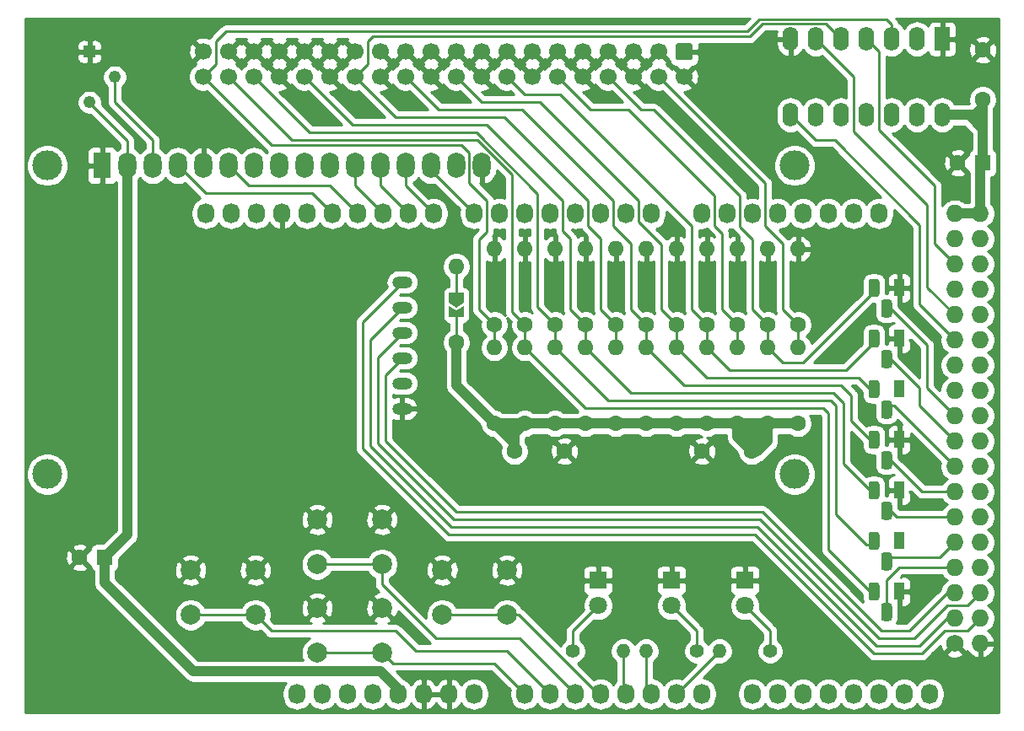
<source format=gbr>
%TF.GenerationSoftware,KiCad,Pcbnew,(5.1.9)-1*%
%TF.CreationDate,2023-08-11T22:56:39-05:00*%
%TF.ProjectId,rx02-emulator-mega-shield,72783032-2d65-46d7-956c-61746f722d6d,Rev 1.1*%
%TF.SameCoordinates,Original*%
%TF.FileFunction,Copper,L1,Top*%
%TF.FilePolarity,Positive*%
%FSLAX46Y46*%
G04 Gerber Fmt 4.6, Leading zero omitted, Abs format (unit mm)*
G04 Created by KiCad (PCBNEW (5.1.9)-1) date 2023-08-11 22:56:39*
%MOMM*%
%LPD*%
G01*
G04 APERTURE LIST*
%TA.AperFunction,ComponentPad*%
%ADD10O,2.000000X1.200000*%
%TD*%
%TA.AperFunction,ComponentPad*%
%ADD11R,1.100000X1.800000*%
%TD*%
%TA.AperFunction,ComponentPad*%
%ADD12C,3.000000*%
%TD*%
%TA.AperFunction,ComponentPad*%
%ADD13O,1.800000X2.600000*%
%TD*%
%TA.AperFunction,ComponentPad*%
%ADD14R,1.800000X2.600000*%
%TD*%
%TA.AperFunction,ComponentPad*%
%ADD15O,1.600000X1.600000*%
%TD*%
%TA.AperFunction,ComponentPad*%
%ADD16C,1.600000*%
%TD*%
%TA.AperFunction,SMDPad,CuDef*%
%ADD17C,0.100000*%
%TD*%
%TA.AperFunction,ComponentPad*%
%ADD18C,2.000000*%
%TD*%
%TA.AperFunction,ComponentPad*%
%ADD19O,1.400000X1.400000*%
%TD*%
%TA.AperFunction,ComponentPad*%
%ADD20C,1.400000*%
%TD*%
%TA.AperFunction,ComponentPad*%
%ADD21O,1.600000X2.400000*%
%TD*%
%TA.AperFunction,ComponentPad*%
%ADD22R,1.600000X2.400000*%
%TD*%
%TA.AperFunction,ComponentPad*%
%ADD23R,1.222000X1.222000*%
%TD*%
%TA.AperFunction,ComponentPad*%
%ADD24C,1.222000*%
%TD*%
%TA.AperFunction,ComponentPad*%
%ADD25C,1.700000*%
%TD*%
%TA.AperFunction,ComponentPad*%
%ADD26C,1.800000*%
%TD*%
%TA.AperFunction,ComponentPad*%
%ADD27R,1.800000X1.800000*%
%TD*%
%TA.AperFunction,ComponentPad*%
%ADD28R,1.600000X1.600000*%
%TD*%
%TA.AperFunction,ComponentPad*%
%ADD29C,1.727200*%
%TD*%
%TA.AperFunction,ComponentPad*%
%ADD30O,1.727200X1.727200*%
%TD*%
%TA.AperFunction,ComponentPad*%
%ADD31O,1.727200X2.032000*%
%TD*%
%TA.AperFunction,Conductor*%
%ADD32C,0.250000*%
%TD*%
%TA.AperFunction,Conductor*%
%ADD33C,1.000000*%
%TD*%
%TA.AperFunction,Conductor*%
%ADD34C,0.254000*%
%TD*%
%TA.AperFunction,Conductor*%
%ADD35C,0.100000*%
%TD*%
G04 APERTURE END LIST*
D10*
%TO.P,MOD1,CS*%
%TO.N,/53(SS)*%
X141881200Y-77770800D03*
%TO.P,MOD1,SCK*%
%TO.N,/52(SCK)*%
X141881200Y-80310800D03*
%TO.P,MOD1,MOSI*%
%TO.N,/51(MOSI)*%
X141881200Y-82850800D03*
%TO.P,MOD1,MISO*%
%TO.N,/50(MISO)*%
X141881200Y-85390800D03*
%TO.P,MOD1,VCC5V*%
%TO.N,+5V*%
X141881200Y-87930800D03*
%TO.P,MOD1,GND*%
%TO.N,GND*%
X141881200Y-90470800D03*
%TD*%
D11*
%TO.P,Q7,1*%
%TO.N,GND*%
X191770000Y-78340000D03*
%TO.P,Q7,3*%
%TO.N,/RX_ERROR_L*%
%TA.AperFunction,ComponentPad*%
G36*
G01*
X189780000Y-77715000D02*
X189780000Y-78965000D01*
G75*
G02*
X189505000Y-79240000I-275000J0D01*
G01*
X188955000Y-79240000D01*
G75*
G02*
X188680000Y-78965000I0J275000D01*
G01*
X188680000Y-77715000D01*
G75*
G02*
X188955000Y-77440000I275000J0D01*
G01*
X189505000Y-77440000D01*
G75*
G02*
X189780000Y-77715000I0J-275000D01*
G01*
G37*
%TD.AperFunction*%
%TO.P,Q7,2*%
%TO.N,/36*%
%TA.AperFunction,ComponentPad*%
G36*
G01*
X191050000Y-79785000D02*
X191050000Y-81035000D01*
G75*
G02*
X190775000Y-81310000I-275000J0D01*
G01*
X190225000Y-81310000D01*
G75*
G02*
X189950000Y-81035000I0J275000D01*
G01*
X189950000Y-79785000D01*
G75*
G02*
X190225000Y-79510000I275000J0D01*
G01*
X190775000Y-79510000D01*
G75*
G02*
X191050000Y-79785000I0J-275000D01*
G01*
G37*
%TD.AperFunction*%
%TD*%
%TO.P,Q6,1*%
%TO.N,GND*%
X191770000Y-83420000D03*
%TO.P,Q6,3*%
%TO.N,/RX_XFER_RQST_L*%
%TA.AperFunction,ComponentPad*%
G36*
G01*
X189780000Y-82795000D02*
X189780000Y-84045000D01*
G75*
G02*
X189505000Y-84320000I-275000J0D01*
G01*
X188955000Y-84320000D01*
G75*
G02*
X188680000Y-84045000I0J275000D01*
G01*
X188680000Y-82795000D01*
G75*
G02*
X188955000Y-82520000I275000J0D01*
G01*
X189505000Y-82520000D01*
G75*
G02*
X189780000Y-82795000I0J-275000D01*
G01*
G37*
%TD.AperFunction*%
%TO.P,Q6,2*%
%TO.N,/38*%
%TA.AperFunction,ComponentPad*%
G36*
G01*
X191050000Y-84865000D02*
X191050000Y-86115000D01*
G75*
G02*
X190775000Y-86390000I-275000J0D01*
G01*
X190225000Y-86390000D01*
G75*
G02*
X189950000Y-86115000I0J275000D01*
G01*
X189950000Y-84865000D01*
G75*
G02*
X190225000Y-84590000I275000J0D01*
G01*
X190775000Y-84590000D01*
G75*
G02*
X191050000Y-84865000I0J-275000D01*
G01*
G37*
%TD.AperFunction*%
%TD*%
%TO.P,Q5,1*%
%TO.N,GND*%
X191770000Y-93580000D03*
%TO.P,Q5,3*%
%TO.N,/RX_DATA_L*%
%TA.AperFunction,ComponentPad*%
G36*
G01*
X189780000Y-92955000D02*
X189780000Y-94205000D01*
G75*
G02*
X189505000Y-94480000I-275000J0D01*
G01*
X188955000Y-94480000D01*
G75*
G02*
X188680000Y-94205000I0J275000D01*
G01*
X188680000Y-92955000D01*
G75*
G02*
X188955000Y-92680000I275000J0D01*
G01*
X189505000Y-92680000D01*
G75*
G02*
X189780000Y-92955000I0J-275000D01*
G01*
G37*
%TD.AperFunction*%
%TO.P,Q5,2*%
%TO.N,/42*%
%TA.AperFunction,ComponentPad*%
G36*
G01*
X191050000Y-95025000D02*
X191050000Y-96275000D01*
G75*
G02*
X190775000Y-96550000I-275000J0D01*
G01*
X190225000Y-96550000D01*
G75*
G02*
X189950000Y-96275000I0J275000D01*
G01*
X189950000Y-95025000D01*
G75*
G02*
X190225000Y-94750000I275000J0D01*
G01*
X190775000Y-94750000D01*
G75*
G02*
X191050000Y-95025000I0J-275000D01*
G01*
G37*
%TD.AperFunction*%
%TD*%
%TO.P,Q4,1*%
%TO.N,GND*%
X191770000Y-88500000D03*
%TO.P,Q4,3*%
%TO.N,/RX_DONE_L*%
%TA.AperFunction,ComponentPad*%
G36*
G01*
X189780000Y-87875000D02*
X189780000Y-89125000D01*
G75*
G02*
X189505000Y-89400000I-275000J0D01*
G01*
X188955000Y-89400000D01*
G75*
G02*
X188680000Y-89125000I0J275000D01*
G01*
X188680000Y-87875000D01*
G75*
G02*
X188955000Y-87600000I275000J0D01*
G01*
X189505000Y-87600000D01*
G75*
G02*
X189780000Y-87875000I0J-275000D01*
G01*
G37*
%TD.AperFunction*%
%TO.P,Q4,2*%
%TO.N,/40*%
%TA.AperFunction,ComponentPad*%
G36*
G01*
X191050000Y-89945000D02*
X191050000Y-91195000D01*
G75*
G02*
X190775000Y-91470000I-275000J0D01*
G01*
X190225000Y-91470000D01*
G75*
G02*
X189950000Y-91195000I0J275000D01*
G01*
X189950000Y-89945000D01*
G75*
G02*
X190225000Y-89670000I275000J0D01*
G01*
X190775000Y-89670000D01*
G75*
G02*
X191050000Y-89945000I0J-275000D01*
G01*
G37*
%TD.AperFunction*%
%TD*%
%TO.P,Q3,1*%
%TO.N,GND*%
X191770000Y-98660000D03*
%TO.P,Q3,3*%
%TO.N,/RX_SHIFT_L*%
%TA.AperFunction,ComponentPad*%
G36*
G01*
X189780000Y-98035000D02*
X189780000Y-99285000D01*
G75*
G02*
X189505000Y-99560000I-275000J0D01*
G01*
X188955000Y-99560000D01*
G75*
G02*
X188680000Y-99285000I0J275000D01*
G01*
X188680000Y-98035000D01*
G75*
G02*
X188955000Y-97760000I275000J0D01*
G01*
X189505000Y-97760000D01*
G75*
G02*
X189780000Y-98035000I0J-275000D01*
G01*
G37*
%TD.AperFunction*%
%TO.P,Q3,2*%
%TO.N,/44*%
%TA.AperFunction,ComponentPad*%
G36*
G01*
X191050000Y-100105000D02*
X191050000Y-101355000D01*
G75*
G02*
X190775000Y-101630000I-275000J0D01*
G01*
X190225000Y-101630000D01*
G75*
G02*
X189950000Y-101355000I0J275000D01*
G01*
X189950000Y-100105000D01*
G75*
G02*
X190225000Y-99830000I275000J0D01*
G01*
X190775000Y-99830000D01*
G75*
G02*
X191050000Y-100105000I0J-275000D01*
G01*
G37*
%TD.AperFunction*%
%TD*%
%TO.P,Q2,1*%
%TO.N,GND*%
X191770000Y-108820000D03*
%TO.P,Q2,3*%
%TO.N,/RX_AC_L*%
%TA.AperFunction,ComponentPad*%
G36*
G01*
X189780000Y-108195000D02*
X189780000Y-109445000D01*
G75*
G02*
X189505000Y-109720000I-275000J0D01*
G01*
X188955000Y-109720000D01*
G75*
G02*
X188680000Y-109445000I0J275000D01*
G01*
X188680000Y-108195000D01*
G75*
G02*
X188955000Y-107920000I275000J0D01*
G01*
X189505000Y-107920000D01*
G75*
G02*
X189780000Y-108195000I0J-275000D01*
G01*
G37*
%TD.AperFunction*%
%TO.P,Q2,2*%
%TO.N,/48*%
%TA.AperFunction,ComponentPad*%
G36*
G01*
X191050000Y-110265000D02*
X191050000Y-111515000D01*
G75*
G02*
X190775000Y-111790000I-275000J0D01*
G01*
X190225000Y-111790000D01*
G75*
G02*
X189950000Y-111515000I0J275000D01*
G01*
X189950000Y-110265000D01*
G75*
G02*
X190225000Y-109990000I275000J0D01*
G01*
X190775000Y-109990000D01*
G75*
G02*
X191050000Y-110265000I0J-275000D01*
G01*
G37*
%TD.AperFunction*%
%TD*%
%TO.P,Q1,1*%
%TO.N,GND*%
X191770000Y-103740000D03*
%TO.P,Q1,3*%
%TO.N,/RX_OUT_L*%
%TA.AperFunction,ComponentPad*%
G36*
G01*
X189780000Y-103115000D02*
X189780000Y-104365000D01*
G75*
G02*
X189505000Y-104640000I-275000J0D01*
G01*
X188955000Y-104640000D01*
G75*
G02*
X188680000Y-104365000I0J275000D01*
G01*
X188680000Y-103115000D01*
G75*
G02*
X188955000Y-102840000I275000J0D01*
G01*
X189505000Y-102840000D01*
G75*
G02*
X189780000Y-103115000I0J-275000D01*
G01*
G37*
%TD.AperFunction*%
%TO.P,Q1,2*%
%TO.N,/46*%
%TA.AperFunction,ComponentPad*%
G36*
G01*
X191050000Y-105185000D02*
X191050000Y-106435000D01*
G75*
G02*
X190775000Y-106710000I-275000J0D01*
G01*
X190225000Y-106710000D01*
G75*
G02*
X189950000Y-106435000I0J275000D01*
G01*
X189950000Y-105185000D01*
G75*
G02*
X190225000Y-104910000I275000J0D01*
G01*
X190775000Y-104910000D01*
G75*
G02*
X191050000Y-105185000I0J-275000D01*
G01*
G37*
%TD.AperFunction*%
%TD*%
D12*
%TO.P,DS1,*%
%TO.N,*%
X181260000Y-66040000D03*
X181259480Y-97040700D03*
X106260900Y-97040700D03*
X106260900Y-66040000D03*
D13*
%TO.P,DS1,16*%
%TO.N,GND*%
X149860000Y-66040000D03*
%TO.P,DS1,15*%
%TO.N,Net-(DS1-Pad15)*%
X147320000Y-66040000D03*
%TO.P,DS1,14*%
%TO.N,/7(\u002A\u002A)*%
X144780000Y-66040000D03*
%TO.P,DS1,13*%
%TO.N,/8(\u002A\u002A)*%
X142240000Y-66040000D03*
%TO.P,DS1,12*%
%TO.N,/9(\u002A\u002A)*%
X139700000Y-66040000D03*
%TO.P,DS1,11*%
%TO.N,/10(\u002A\u002A)*%
X137160000Y-66040000D03*
%TO.P,DS1,10*%
%TO.N,Net-(DS1-Pad10)*%
X134620000Y-66040000D03*
%TO.P,DS1,9*%
%TO.N,Net-(DS1-Pad9)*%
X132080000Y-66040000D03*
%TO.P,DS1,8*%
%TO.N,Net-(DS1-Pad8)*%
X129540000Y-66040000D03*
%TO.P,DS1,7*%
%TO.N,Net-(DS1-Pad7)*%
X127000000Y-66040000D03*
%TO.P,DS1,6*%
%TO.N,/11(\u002A\u002A)*%
X124460000Y-66040000D03*
%TO.P,DS1,5*%
%TO.N,GND*%
X121920000Y-66040000D03*
%TO.P,DS1,4*%
%TO.N,/12(\u002A\u002A)*%
X119380000Y-66040000D03*
%TO.P,DS1,3*%
%TO.N,Net-(DS1-Pad3)*%
X116840000Y-66040000D03*
%TO.P,DS1,2*%
%TO.N,+5V*%
X114300000Y-66040000D03*
D14*
%TO.P,DS1,1*%
%TO.N,GND*%
X111760000Y-66040000D03*
%TD*%
D15*
%TO.P,R23,2*%
%TO.N,/RX_RUN_L*%
X181610000Y-84328000D03*
D16*
%TO.P,R23,1*%
%TO.N,+5V*%
X181610000Y-91948000D03*
%TD*%
D15*
%TO.P,R20,2*%
%TO.N,/RX_ERROR_L*%
X178562000Y-84328000D03*
D16*
%TO.P,R20,1*%
%TO.N,+5V*%
X178562000Y-91948000D03*
%TD*%
D15*
%TO.P,R18,2*%
%TO.N,/RX_INIT_L*%
X175514000Y-84328000D03*
D16*
%TO.P,R18,1*%
%TO.N,+5V*%
X175514000Y-91948000D03*
%TD*%
D15*
%TO.P,R16,2*%
%TO.N,/RX_XFER_RQST_L*%
X172466000Y-84328000D03*
D16*
%TO.P,R16,1*%
%TO.N,+5V*%
X172466000Y-91948000D03*
%TD*%
D15*
%TO.P,R14,2*%
%TO.N,/RX_DONE_L*%
X169418000Y-84328000D03*
D16*
%TO.P,R14,1*%
%TO.N,+5V*%
X169418000Y-91948000D03*
%TD*%
D15*
%TO.P,R12,2*%
%TO.N,/RX_DATA_L*%
X166370000Y-84328000D03*
D16*
%TO.P,R12,1*%
%TO.N,+5V*%
X166370000Y-91948000D03*
%TD*%
D15*
%TO.P,R10,2*%
%TO.N,/RX_12BIT_L*%
X163322000Y-84328000D03*
D16*
%TO.P,R10,1*%
%TO.N,+5V*%
X163322000Y-91948000D03*
%TD*%
D15*
%TO.P,R8,2*%
%TO.N,/RX_SHIFT_L*%
X160274000Y-84328000D03*
D16*
%TO.P,R8,1*%
%TO.N,+5V*%
X160274000Y-91948000D03*
%TD*%
D15*
%TO.P,R6,2*%
%TO.N,/RX_OUT_L*%
X157226000Y-84328000D03*
D16*
%TO.P,R6,1*%
%TO.N,+5V*%
X157226000Y-91948000D03*
%TD*%
D15*
%TO.P,R4,2*%
%TO.N,/RX_AC_L*%
X154178000Y-84328000D03*
D16*
%TO.P,R4,1*%
%TO.N,+5V*%
X154178000Y-91948000D03*
%TD*%
D15*
%TO.P,R2,2*%
%TO.N,/RX_DMA_MODE_H*%
X151130000Y-84328000D03*
D16*
%TO.P,R2,1*%
%TO.N,+5V*%
X151130000Y-91948000D03*
%TD*%
D15*
%TO.P,R22,2*%
%TO.N,GND*%
X181610000Y-74422000D03*
D16*
%TO.P,R22,1*%
%TO.N,/RX_RUN_L*%
X181610000Y-82042000D03*
%TD*%
D15*
%TO.P,R19,2*%
%TO.N,GND*%
X178562000Y-74422000D03*
D16*
%TO.P,R19,1*%
%TO.N,/RX_ERROR_L*%
X178562000Y-82042000D03*
%TD*%
D15*
%TO.P,R17,2*%
%TO.N,GND*%
X175514000Y-74422000D03*
D16*
%TO.P,R17,1*%
%TO.N,/RX_INIT_L*%
X175514000Y-82042000D03*
%TD*%
D15*
%TO.P,R15,2*%
%TO.N,GND*%
X172466000Y-74422000D03*
D16*
%TO.P,R15,1*%
%TO.N,/RX_XFER_RQST_L*%
X172466000Y-82042000D03*
%TD*%
D15*
%TO.P,R13,2*%
%TO.N,GND*%
X169418000Y-74422000D03*
D16*
%TO.P,R13,1*%
%TO.N,/RX_DONE_L*%
X169418000Y-82042000D03*
%TD*%
D15*
%TO.P,R11,2*%
%TO.N,GND*%
X166370000Y-74422000D03*
D16*
%TO.P,R11,1*%
%TO.N,/RX_DATA_L*%
X166370000Y-82042000D03*
%TD*%
D15*
%TO.P,R9,2*%
%TO.N,GND*%
X163322000Y-74422000D03*
D16*
%TO.P,R9,1*%
%TO.N,/RX_12BIT_L*%
X163322000Y-82042000D03*
%TD*%
D15*
%TO.P,R7,2*%
%TO.N,GND*%
X160274000Y-74422000D03*
D16*
%TO.P,R7,1*%
%TO.N,/RX_SHIFT_L*%
X160274000Y-82042000D03*
%TD*%
D15*
%TO.P,R5,2*%
%TO.N,GND*%
X157226000Y-74422000D03*
D16*
%TO.P,R5,1*%
%TO.N,/RX_OUT_L*%
X157226000Y-82042000D03*
%TD*%
D15*
%TO.P,R3,2*%
%TO.N,GND*%
X154178000Y-74422000D03*
D16*
%TO.P,R3,1*%
%TO.N,/RX_AC_L*%
X154178000Y-82042000D03*
%TD*%
D15*
%TO.P,R1,2*%
%TO.N,GND*%
X151130000Y-74422000D03*
D16*
%TO.P,R1,1*%
%TO.N,/RX_DMA_MODE_H*%
X151130000Y-82042000D03*
%TD*%
D15*
%TO.P,R21,2*%
%TO.N,Net-(DS1-Pad15)*%
X147320000Y-76200000D03*
D16*
%TO.P,R21,1*%
%TO.N,+5V*%
X147320000Y-83820000D03*
%TD*%
%TA.AperFunction,SMDPad,CuDef*%
D17*
%TO.P,JP1,1*%
%TO.N,Net-(DS1-Pad15)*%
G36*
X147320000Y-80322000D02*
G01*
X146570000Y-79822000D01*
X146570000Y-78822000D01*
X148070000Y-78822000D01*
X148070000Y-79822000D01*
X147320000Y-80322000D01*
G37*
%TD.AperFunction*%
%TA.AperFunction,SMDPad,CuDef*%
%TO.P,JP1,2*%
%TO.N,+5V*%
G36*
X146570000Y-81272000D02*
G01*
X146570000Y-80122000D01*
X147320000Y-80622000D01*
X148070000Y-80122000D01*
X148070000Y-81272000D01*
X146570000Y-81272000D01*
G37*
%TD.AperFunction*%
%TD*%
D18*
%TO.P,SW2,1*%
%TO.N,GND*%
X139850000Y-110490000D03*
%TO.P,SW2,2*%
%TO.N,/A0*%
X139850000Y-114990000D03*
%TO.P,SW2,1*%
%TO.N,GND*%
X133350000Y-110490000D03*
%TO.P,SW2,2*%
%TO.N,/A0*%
X133350000Y-114990000D03*
%TD*%
D19*
%TO.P,R25,2*%
%TO.N,/A5*%
X166370000Y-114808000D03*
D20*
%TO.P,R25,1*%
%TO.N,Net-(D2-Pad2)*%
X171450000Y-114808000D03*
%TD*%
D21*
%TO.P,U1,14*%
%TO.N,+5V*%
X196088000Y-60960000D03*
%TO.P,U1,7*%
%TO.N,GND*%
X180848000Y-53340000D03*
%TO.P,U1,13*%
%TO.N,/RX_RUN_L*%
X193548000Y-60960000D03*
%TO.P,U1,6*%
%TO.N,/28*%
X183388000Y-53340000D03*
%TO.P,U1,12*%
%TO.N,/2(\u002A\u002A)*%
X191008000Y-60960000D03*
%TO.P,U1,5*%
%TO.N,/RX_12BIT_L*%
X185928000Y-53340000D03*
%TO.P,U1,11*%
%TO.N,/RX_INIT_L*%
X188468000Y-60960000D03*
%TO.P,U1,4*%
%TO.N,/24*%
X188468000Y-53340000D03*
%TO.P,U1,10*%
%TO.N,/3(\u002A\u002A)*%
X185928000Y-60960000D03*
%TO.P,U1,3*%
%TO.N,/RX_DMA_MODE_H*%
X191008000Y-53340000D03*
%TO.P,U1,9*%
%TO.N,/RX_DATA_L*%
X183388000Y-60960000D03*
%TO.P,U1,2*%
%TO.N,Net-(U1-Pad2)*%
X193548000Y-53340000D03*
%TO.P,U1,8*%
%TO.N,/30*%
X180848000Y-60960000D03*
D22*
%TO.P,U1,1*%
%TO.N,GND*%
X196088000Y-53340000D03*
%TD*%
D18*
%TO.P,SW4,1*%
%TO.N,GND*%
X152400000Y-106680000D03*
%TO.P,SW4,2*%
%TO.N,/A3*%
X152400000Y-111180000D03*
%TO.P,SW4,1*%
%TO.N,GND*%
X145900000Y-106680000D03*
%TO.P,SW4,2*%
%TO.N,/A3*%
X145900000Y-111180000D03*
%TD*%
%TO.P,SW3,1*%
%TO.N,GND*%
X139850000Y-101600000D03*
%TO.P,SW3,2*%
%TO.N,/A2*%
X139850000Y-106100000D03*
%TO.P,SW3,1*%
%TO.N,GND*%
X133350000Y-101600000D03*
%TO.P,SW3,2*%
%TO.N,/A2*%
X133350000Y-106100000D03*
%TD*%
%TO.P,SW1,1*%
%TO.N,GND*%
X127150000Y-106680000D03*
%TO.P,SW1,2*%
%TO.N,/A1*%
X127150000Y-111180000D03*
%TO.P,SW1,1*%
%TO.N,GND*%
X120650000Y-106680000D03*
%TO.P,SW1,2*%
%TO.N,/A1*%
X120650000Y-111180000D03*
%TD*%
D23*
%TO.P,RV1,1*%
%TO.N,GND*%
X110490000Y-54610000D03*
D24*
%TO.P,RV1,2*%
%TO.N,Net-(DS1-Pad3)*%
X113030000Y-57150000D03*
%TO.P,RV1,3*%
%TO.N,+5V*%
X110490000Y-59690000D03*
%TD*%
D19*
%TO.P,R26,2*%
%TO.N,/A6*%
X173736000Y-114808000D03*
D20*
%TO.P,R26,1*%
%TO.N,Net-(D3-Pad2)*%
X178816000Y-114808000D03*
%TD*%
D19*
%TO.P,R24,2*%
%TO.N,/A4*%
X164084000Y-114808000D03*
D20*
%TO.P,R24,1*%
%TO.N,Net-(D1-Pad2)*%
X159004000Y-114808000D03*
%TD*%
D25*
%TO.P,J1,40*%
%TO.N,/RX_DMA_MODE_H*%
X121920000Y-57150000D03*
%TO.P,J1,38*%
%TO.N,/RX_AC_L*%
X124460000Y-57150000D03*
%TO.P,J1,36*%
%TO.N,/RX_OUT_L*%
X127000000Y-57150000D03*
%TO.P,J1,34*%
%TO.N,GND*%
X129540000Y-57150000D03*
%TO.P,J1,32*%
%TO.N,/RX_SHIFT_L*%
X132080000Y-57150000D03*
%TO.P,J1,30*%
%TO.N,GND*%
X134620000Y-57150000D03*
%TO.P,J1,28*%
%TO.N,/RX_12BIT_L*%
X137160000Y-57150000D03*
%TO.P,J1,26*%
%TO.N,GND*%
X139700000Y-57150000D03*
%TO.P,J1,24*%
%TO.N,/RX_DATA_L*%
X142240000Y-57150000D03*
%TO.P,J1,22*%
%TO.N,GND*%
X144780000Y-57150000D03*
%TO.P,J1,20*%
%TO.N,/RX_DONE_L*%
X147320000Y-57150000D03*
%TO.P,J1,18*%
%TO.N,GND*%
X149860000Y-57150000D03*
%TO.P,J1,16*%
%TO.N,/RX_XFER_RQST_L*%
X152400000Y-57150000D03*
%TO.P,J1,14*%
%TO.N,GND*%
X154940000Y-57150000D03*
%TO.P,J1,12*%
%TO.N,/RX_INIT_L*%
X157480000Y-57150000D03*
%TO.P,J1,10*%
%TO.N,GND*%
X160020000Y-57150000D03*
%TO.P,J1,8*%
%TO.N,/RX_ERROR_L*%
X162560000Y-57150000D03*
%TO.P,J1,6*%
%TO.N,GND*%
X165100000Y-57150000D03*
%TO.P,J1,4*%
%TO.N,/RX_RUN_L*%
X167640000Y-57150000D03*
%TO.P,J1,2*%
%TO.N,GND*%
X170180000Y-57150000D03*
%TO.P,J1,39*%
X121920000Y-54610000D03*
%TO.P,J1,37*%
X124460000Y-54610000D03*
%TO.P,J1,35*%
X127000000Y-54610000D03*
%TO.P,J1,33*%
X129540000Y-54610000D03*
%TO.P,J1,31*%
X132080000Y-54610000D03*
%TO.P,J1,29*%
X134620000Y-54610000D03*
%TO.P,J1,27*%
X137160000Y-54610000D03*
%TO.P,J1,25*%
X139700000Y-54610000D03*
%TO.P,J1,23*%
X142240000Y-54610000D03*
%TO.P,J1,21*%
X144780000Y-54610000D03*
%TO.P,J1,19*%
X147320000Y-54610000D03*
%TO.P,J1,17*%
X149860000Y-54610000D03*
%TO.P,J1,15*%
X152400000Y-54610000D03*
%TO.P,J1,13*%
X154940000Y-54610000D03*
%TO.P,J1,11*%
X157480000Y-54610000D03*
%TO.P,J1,9*%
X160020000Y-54610000D03*
%TO.P,J1,7*%
X162560000Y-54610000D03*
%TO.P,J1,5*%
X165100000Y-54610000D03*
%TO.P,J1,3*%
X167640000Y-54610000D03*
%TO.P,J1,1*%
%TA.AperFunction,ComponentPad*%
G36*
G01*
X169580000Y-53760000D02*
X170780000Y-53760000D01*
G75*
G02*
X171030000Y-54010000I0J-250000D01*
G01*
X171030000Y-55210000D01*
G75*
G02*
X170780000Y-55460000I-250000J0D01*
G01*
X169580000Y-55460000D01*
G75*
G02*
X169330000Y-55210000I0J250000D01*
G01*
X169330000Y-54010000D01*
G75*
G02*
X169580000Y-53760000I250000J0D01*
G01*
G37*
%TD.AperFunction*%
%TD*%
D26*
%TO.P,D3,2*%
%TO.N,Net-(D3-Pad2)*%
X176276000Y-110236000D03*
D27*
%TO.P,D3,1*%
%TO.N,GND*%
X176276000Y-107696000D03*
%TD*%
D26*
%TO.P,D2,2*%
%TO.N,Net-(D2-Pad2)*%
X168910000Y-110236000D03*
D27*
%TO.P,D2,1*%
%TO.N,GND*%
X168910000Y-107696000D03*
%TD*%
D26*
%TO.P,D1,2*%
%TO.N,Net-(D1-Pad2)*%
X161544000Y-110236000D03*
D27*
%TO.P,D1,1*%
%TO.N,GND*%
X161544000Y-107696000D03*
%TD*%
D16*
%TO.P,C5,2*%
%TO.N,GND*%
X158162000Y-94742000D03*
%TO.P,C5,1*%
%TO.N,+5V*%
X153162000Y-94742000D03*
%TD*%
%TO.P,C4,2*%
%TO.N,GND*%
X200152000Y-54436000D03*
%TO.P,C4,1*%
%TO.N,+5V*%
X200152000Y-59436000D03*
%TD*%
%TO.P,C3,2*%
%TO.N,GND*%
X171958000Y-94742000D03*
%TO.P,C3,1*%
%TO.N,+5V*%
X176958000Y-94742000D03*
%TD*%
%TO.P,C2,2*%
%TO.N,GND*%
X197652000Y-65786000D03*
D28*
%TO.P,C2,1*%
%TO.N,+5V*%
X200152000Y-65786000D03*
%TD*%
D16*
%TO.P,C1,2*%
%TO.N,GND*%
X109514000Y-105410000D03*
D28*
%TO.P,C1,1*%
%TO.N,+5V*%
X112014000Y-105410000D03*
%TD*%
D29*
%TO.P,P1,1*%
%TO.N,GND*%
X197358000Y-114046000D03*
D30*
%TO.P,P1,2*%
X199898000Y-114046000D03*
%TO.P,P1,3*%
%TO.N,/52(SCK)*%
X197358000Y-111506000D03*
%TO.P,P1,4*%
%TO.N,/53(SS)*%
X199898000Y-111506000D03*
%TO.P,P1,5*%
%TO.N,/50(MISO)*%
X197358000Y-108966000D03*
%TO.P,P1,6*%
%TO.N,/51(MOSI)*%
X199898000Y-108966000D03*
%TO.P,P1,7*%
%TO.N,/48*%
X197358000Y-106426000D03*
%TO.P,P1,8*%
%TO.N,/49*%
X199898000Y-106426000D03*
%TO.P,P1,9*%
%TO.N,/46*%
X197358000Y-103886000D03*
%TO.P,P1,10*%
%TO.N,/47*%
X199898000Y-103886000D03*
%TO.P,P1,11*%
%TO.N,/44*%
X197358000Y-101346000D03*
%TO.P,P1,12*%
%TO.N,/45*%
X199898000Y-101346000D03*
%TO.P,P1,13*%
%TO.N,/42*%
X197358000Y-98806000D03*
%TO.P,P1,14*%
%TO.N,/43*%
X199898000Y-98806000D03*
%TO.P,P1,15*%
%TO.N,/40*%
X197358000Y-96266000D03*
%TO.P,P1,16*%
%TO.N,/41*%
X199898000Y-96266000D03*
%TO.P,P1,17*%
%TO.N,/38*%
X197358000Y-93726000D03*
%TO.P,P1,18*%
%TO.N,/39*%
X199898000Y-93726000D03*
%TO.P,P1,19*%
%TO.N,/36*%
X197358000Y-91186000D03*
%TO.P,P1,20*%
%TO.N,/37*%
X199898000Y-91186000D03*
%TO.P,P1,21*%
%TO.N,/34*%
X197358000Y-88646000D03*
%TO.P,P1,22*%
%TO.N,/35*%
X199898000Y-88646000D03*
%TO.P,P1,23*%
%TO.N,/32*%
X197358000Y-86106000D03*
%TO.P,P1,24*%
%TO.N,/33*%
X199898000Y-86106000D03*
%TO.P,P1,25*%
%TO.N,/30*%
X197358000Y-83566000D03*
%TO.P,P1,26*%
%TO.N,/31*%
X199898000Y-83566000D03*
%TO.P,P1,27*%
%TO.N,/28*%
X197358000Y-81026000D03*
%TO.P,P1,28*%
%TO.N,/29*%
X199898000Y-81026000D03*
%TO.P,P1,29*%
%TO.N,/26*%
X197358000Y-78486000D03*
%TO.P,P1,30*%
%TO.N,/27*%
X199898000Y-78486000D03*
%TO.P,P1,31*%
%TO.N,/24*%
X197358000Y-75946000D03*
%TO.P,P1,32*%
%TO.N,/25*%
X199898000Y-75946000D03*
%TO.P,P1,33*%
%TO.N,/22*%
X197358000Y-73406000D03*
%TO.P,P1,34*%
%TO.N,/23*%
X199898000Y-73406000D03*
%TO.P,P1,35*%
%TO.N,+5V*%
X197358000Y-70866000D03*
%TO.P,P1,36*%
X199898000Y-70866000D03*
%TD*%
D31*
%TO.P,P2,1*%
%TO.N,Net-(P2-Pad1)*%
X131318000Y-119126000D03*
%TO.P,P2,2*%
%TO.N,/IOREF*%
X133858000Y-119126000D03*
%TO.P,P2,3*%
%TO.N,/Reset*%
X136398000Y-119126000D03*
%TO.P,P2,4*%
%TO.N,+3V3*%
X138938000Y-119126000D03*
%TO.P,P2,5*%
%TO.N,+5V*%
X141478000Y-119126000D03*
%TO.P,P2,6*%
%TO.N,GND*%
X144018000Y-119126000D03*
%TO.P,P2,7*%
X146558000Y-119126000D03*
%TO.P,P2,8*%
%TO.N,/Vin*%
X149098000Y-119126000D03*
%TD*%
%TO.P,P3,1*%
%TO.N,/A0*%
X154178000Y-119126000D03*
%TO.P,P3,2*%
%TO.N,/A1*%
X156718000Y-119126000D03*
%TO.P,P3,3*%
%TO.N,/A2*%
X159258000Y-119126000D03*
%TO.P,P3,4*%
%TO.N,/A3*%
X161798000Y-119126000D03*
%TO.P,P3,5*%
%TO.N,/A4*%
X164338000Y-119126000D03*
%TO.P,P3,6*%
%TO.N,/A5*%
X166878000Y-119126000D03*
%TO.P,P3,7*%
%TO.N,/A6*%
X169418000Y-119126000D03*
%TO.P,P3,8*%
%TO.N,/A7*%
X171958000Y-119126000D03*
%TD*%
%TO.P,P4,1*%
%TO.N,/A8*%
X177038000Y-119126000D03*
%TO.P,P4,2*%
%TO.N,/A9*%
X179578000Y-119126000D03*
%TO.P,P4,3*%
%TO.N,/A10*%
X182118000Y-119126000D03*
%TO.P,P4,4*%
%TO.N,/A11*%
X184658000Y-119126000D03*
%TO.P,P4,5*%
%TO.N,/A12*%
X187198000Y-119126000D03*
%TO.P,P4,6*%
%TO.N,/A13*%
X189738000Y-119126000D03*
%TO.P,P4,7*%
%TO.N,/A14*%
X192278000Y-119126000D03*
%TO.P,P4,8*%
%TO.N,/A15*%
X194818000Y-119126000D03*
%TD*%
%TO.P,P5,1*%
%TO.N,/SCL*%
X122174000Y-70866000D03*
%TO.P,P5,2*%
%TO.N,/SDA*%
X124714000Y-70866000D03*
%TO.P,P5,3*%
%TO.N,/AREF*%
X127254000Y-70866000D03*
%TO.P,P5,4*%
%TO.N,GND*%
X129794000Y-70866000D03*
%TO.P,P5,5*%
%TO.N,/13(\u002A\u002A)*%
X132334000Y-70866000D03*
%TO.P,P5,6*%
%TO.N,/12(\u002A\u002A)*%
X134874000Y-70866000D03*
%TO.P,P5,7*%
%TO.N,/11(\u002A\u002A)*%
X137414000Y-70866000D03*
%TO.P,P5,8*%
%TO.N,/10(\u002A\u002A)*%
X139954000Y-70866000D03*
%TO.P,P5,9*%
%TO.N,/9(\u002A\u002A)*%
X142494000Y-70866000D03*
%TO.P,P5,10*%
%TO.N,/8(\u002A\u002A)*%
X145034000Y-70866000D03*
%TD*%
%TO.P,P6,1*%
%TO.N,/7(\u002A\u002A)*%
X149098000Y-70866000D03*
%TO.P,P6,2*%
%TO.N,/6(\u002A\u002A)*%
X151638000Y-70866000D03*
%TO.P,P6,3*%
%TO.N,/5(\u002A\u002A)*%
X154178000Y-70866000D03*
%TO.P,P6,4*%
%TO.N,/4(\u002A\u002A)*%
X156718000Y-70866000D03*
%TO.P,P6,5*%
%TO.N,/3(\u002A\u002A)*%
X159258000Y-70866000D03*
%TO.P,P6,6*%
%TO.N,/2(\u002A\u002A)*%
X161798000Y-70866000D03*
%TO.P,P6,7*%
%TO.N,/1(Tx0)*%
X164338000Y-70866000D03*
%TO.P,P6,8*%
%TO.N,/0(Rx0)*%
X166878000Y-70866000D03*
%TD*%
%TO.P,P7,1*%
%TO.N,/14(Tx3)*%
X171958000Y-70866000D03*
%TO.P,P7,2*%
%TO.N,/15(Rx3)*%
X174498000Y-70866000D03*
%TO.P,P7,3*%
%TO.N,/16(Tx2)*%
X177038000Y-70866000D03*
%TO.P,P7,4*%
%TO.N,/17(Rx2)*%
X179578000Y-70866000D03*
%TO.P,P7,5*%
%TO.N,/18(Tx1)*%
X182118000Y-70866000D03*
%TO.P,P7,6*%
%TO.N,/19(Rx1)*%
X184658000Y-70866000D03*
%TO.P,P7,7*%
%TO.N,/20(SDA)*%
X187198000Y-70866000D03*
%TO.P,P7,8*%
%TO.N,/21(SCL)*%
X189738000Y-70866000D03*
%TD*%
D32*
%TO.N,/52(SCK)*%
X157734000Y-102362000D02*
X156972000Y-102362000D01*
X138684000Y-94234000D02*
X138684000Y-83508000D01*
X146812000Y-102362000D02*
X138684000Y-94234000D01*
X157734000Y-102362000D02*
X146812000Y-102362000D01*
X177546000Y-102362000D02*
X157734000Y-102362000D01*
X193802000Y-114300000D02*
X189484000Y-114300000D01*
X189484000Y-114300000D02*
X177546000Y-102362000D01*
X196596000Y-111506000D02*
X193802000Y-114300000D01*
X197358000Y-111506000D02*
X196596000Y-111506000D01*
X138684000Y-83508000D02*
X141881200Y-80310800D01*
%TO.N,/53(SS)*%
X199898000Y-111506000D02*
X199136000Y-111506000D01*
X189230000Y-115062000D02*
X177292000Y-103124000D01*
X137922000Y-94488000D02*
X137922000Y-81730000D01*
X146558000Y-103124000D02*
X137922000Y-94488000D01*
X194056000Y-115062000D02*
X189230000Y-115062000D01*
X196342000Y-112776000D02*
X194056000Y-115062000D01*
X198628000Y-112776000D02*
X196342000Y-112776000D01*
X177292000Y-103124000D02*
X146558000Y-103124000D01*
X199898000Y-111506000D02*
X198628000Y-112776000D01*
X137922000Y-81730000D02*
X141881200Y-77770800D01*
%TO.N,/50(MISO)*%
X160782000Y-100838000D02*
X160528000Y-100838000D01*
X142440000Y-85340000D02*
X142440000Y-85417000D01*
X140208000Y-93726000D02*
X140208000Y-87064000D01*
X147320000Y-100838000D02*
X140208000Y-93726000D01*
X160782000Y-100838000D02*
X147320000Y-100838000D01*
X178054000Y-100838000D02*
X160782000Y-100838000D01*
X192786000Y-112776000D02*
X189992000Y-112776000D01*
X196596000Y-108966000D02*
X192786000Y-112776000D01*
X189992000Y-112776000D02*
X178054000Y-100838000D01*
X197358000Y-108966000D02*
X196596000Y-108966000D01*
X140208000Y-87064000D02*
X141881200Y-85390800D01*
%TO.N,/51(MOSI)*%
X142490000Y-82800000D02*
X142440000Y-82800000D01*
X159004000Y-101600000D02*
X158700000Y-101600000D01*
X139446000Y-93980000D02*
X139446000Y-85286000D01*
X147066000Y-101600000D02*
X139446000Y-93980000D01*
X159004000Y-101600000D02*
X147066000Y-101600000D01*
X177800000Y-101600000D02*
X159004000Y-101600000D01*
X189738000Y-113538000D02*
X177800000Y-101600000D01*
X193294000Y-113538000D02*
X189738000Y-113538000D01*
X196596000Y-110236000D02*
X193294000Y-113538000D01*
X198628000Y-110236000D02*
X196596000Y-110236000D01*
X199898000Y-108966000D02*
X198628000Y-110236000D01*
X139446000Y-85286000D02*
X141881200Y-82850800D01*
%TO.N,/48*%
X191770000Y-106426000D02*
X197358000Y-106426000D01*
X190500000Y-107696000D02*
X191770000Y-106426000D01*
X190500000Y-110490000D02*
X190500000Y-107696000D01*
%TO.N,/46*%
X190500000Y-105140000D02*
X190770000Y-105410000D01*
X195834000Y-105410000D02*
X197358000Y-103886000D01*
X190500000Y-105410000D02*
X195834000Y-105410000D01*
%TO.N,/44*%
X191516000Y-101346000D02*
X190500000Y-100330000D01*
X197358000Y-101346000D02*
X191516000Y-101346000D01*
%TO.N,/42*%
X194056000Y-98806000D02*
X190500000Y-95250000D01*
X197358000Y-98806000D02*
X194056000Y-98806000D01*
%TO.N,/40*%
X196866000Y-96266000D02*
X197358000Y-96266000D01*
X191262000Y-90170000D02*
X190500000Y-90170000D01*
X197358000Y-96266000D02*
X191262000Y-90170000D01*
%TO.N,/38*%
X193802000Y-88392000D02*
X190500000Y-85090000D01*
X193802000Y-90170000D02*
X193802000Y-88392000D01*
X197358000Y-93726000D02*
X193802000Y-90170000D01*
%TO.N,/36*%
X194564000Y-88392000D02*
X197358000Y-91186000D01*
X194564000Y-84074000D02*
X194564000Y-88392000D01*
X190500000Y-80010000D02*
X194564000Y-84074000D01*
%TO.N,/30*%
X193802000Y-80010000D02*
X193802000Y-72010410D01*
X183388000Y-63500000D02*
X180848000Y-60960000D01*
X197358000Y-83566000D02*
X193802000Y-80010000D01*
X193802000Y-72010410D02*
X185291590Y-63500000D01*
X185291590Y-63500000D02*
X183388000Y-63500000D01*
%TO.N,/28*%
X187210700Y-62633860D02*
X187210700Y-57162700D01*
X187210700Y-57162700D02*
X183388000Y-53340000D01*
X194589400Y-70012560D02*
X187210700Y-62633860D01*
X194589400Y-78257400D02*
X194589400Y-70012560D01*
X197358000Y-81026000D02*
X194589400Y-78257400D01*
%TO.N,/24*%
X189738000Y-54610000D02*
X188468000Y-53340000D01*
X189738000Y-62484000D02*
X189738000Y-54610000D01*
X195326000Y-68072000D02*
X189738000Y-62484000D01*
X195326000Y-73914000D02*
X195326000Y-68072000D01*
X197358000Y-75946000D02*
X195326000Y-73914000D01*
%TO.N,+5V*%
X142490000Y-87880000D02*
X142440000Y-87880000D01*
D33*
X197358000Y-70866000D02*
X199898000Y-70866000D01*
X199898000Y-66040000D02*
X200152000Y-65786000D01*
X199898000Y-70866000D02*
X199898000Y-66040000D01*
D32*
X114300000Y-63551042D02*
X114300000Y-66040000D01*
X110490000Y-59741042D02*
X114300000Y-63551042D01*
X110490000Y-59690000D02*
X110490000Y-59741042D01*
D33*
X112014000Y-107950000D02*
X112014000Y-105410000D01*
X120904000Y-116840000D02*
X112014000Y-107950000D01*
X139700000Y-116840000D02*
X120904000Y-116840000D01*
X141478000Y-118618000D02*
X139700000Y-116840000D01*
X141478000Y-119126000D02*
X141478000Y-118618000D01*
D32*
X147320000Y-83820000D02*
X147066000Y-83566000D01*
X147320000Y-83820000D02*
X147320000Y-80772000D01*
D33*
X147320000Y-88138000D02*
X151130000Y-91948000D01*
X147320000Y-83820000D02*
X147320000Y-88138000D01*
X177546000Y-94742000D02*
X178562000Y-93726000D01*
X178562000Y-93726000D02*
X178562000Y-91948000D01*
X153162000Y-93980000D02*
X151130000Y-91948000D01*
X153162000Y-94742000D02*
X153162000Y-93980000D01*
X199898000Y-60960000D02*
X200152000Y-60706000D01*
X200152000Y-60706000D02*
X200152000Y-59436000D01*
X198247000Y-60960000D02*
X198755000Y-60960000D01*
X198755000Y-60960000D02*
X200152000Y-62357000D01*
X200152000Y-62357000D02*
X200152000Y-60706000D01*
X200152000Y-65786000D02*
X200152000Y-62357000D01*
X196088000Y-60960000D02*
X198247000Y-60960000D01*
X200152000Y-60198000D02*
X199390000Y-60960000D01*
X200152000Y-59436000D02*
X200152000Y-60198000D01*
X199390000Y-60960000D02*
X199898000Y-60960000D01*
X198247000Y-60960000D02*
X199390000Y-60960000D01*
X153162000Y-92964000D02*
X154178000Y-91948000D01*
X153162000Y-94742000D02*
X153162000Y-92964000D01*
X151130000Y-91948000D02*
X152781000Y-91948000D01*
X152781000Y-91948000D02*
X152781000Y-92456000D01*
X152781000Y-91948000D02*
X181610000Y-91948000D01*
X175514000Y-93298000D02*
X176958000Y-94742000D01*
X175514000Y-91948000D02*
X175514000Y-93298000D01*
X175514000Y-91948000D02*
X177038000Y-93472000D01*
X177038000Y-93472000D02*
X177546000Y-93472000D01*
X177546000Y-93472000D02*
X177800000Y-93218000D01*
X177800000Y-93218000D02*
X177800000Y-92964000D01*
X177800000Y-92964000D02*
X177546000Y-92710000D01*
X177546000Y-92710000D02*
X177038000Y-92710000D01*
X177546000Y-94154000D02*
X176958000Y-94742000D01*
X177546000Y-92710000D02*
X177546000Y-94154000D01*
X114300000Y-103124000D02*
X112014000Y-105410000D01*
X114300000Y-66040000D02*
X114300000Y-103124000D01*
D32*
%TO.N,/A0*%
X133350000Y-114990000D02*
X139850000Y-114990000D01*
X140849999Y-115989999D02*
X139850000Y-114990000D01*
X140938000Y-116078000D02*
X140849999Y-115989999D01*
X151130000Y-116078000D02*
X140938000Y-116078000D01*
X154178000Y-119126000D02*
X151130000Y-116078000D01*
%TO.N,/A1*%
X120650000Y-111180000D02*
X127150000Y-111180000D01*
X141224000Y-112776000D02*
X128746000Y-112776000D01*
X143256000Y-114808000D02*
X141224000Y-112776000D01*
X128746000Y-112776000D02*
X127150000Y-111180000D01*
X152400000Y-114808000D02*
X143256000Y-114808000D01*
X156718000Y-119126000D02*
X152400000Y-114808000D01*
%TO.N,/A2*%
X133350000Y-106100000D02*
X139850000Y-106100000D01*
X139850000Y-108100000D02*
X139850000Y-106100000D01*
X145288000Y-113538000D02*
X139850000Y-108100000D01*
X153670000Y-113538000D02*
X145288000Y-113538000D01*
X159258000Y-119126000D02*
X153670000Y-113538000D01*
%TO.N,/A3*%
X145900000Y-111180000D02*
X152400000Y-111180000D01*
X153598000Y-111180000D02*
X152400000Y-111180000D01*
X161544000Y-119126000D02*
X153598000Y-111180000D01*
X161798000Y-119126000D02*
X161544000Y-119126000D01*
%TO.N,/A4*%
X164084000Y-118872000D02*
X164338000Y-119126000D01*
X164084000Y-114808000D02*
X164084000Y-118872000D01*
%TO.N,/A5*%
X166370000Y-118618000D02*
X166878000Y-119126000D01*
X166370000Y-114808000D02*
X166370000Y-118618000D01*
%TO.N,/A6*%
X173736000Y-114808000D02*
X169418000Y-119126000D01*
%TO.N,/12(\u002A\u002A)*%
X132842000Y-68834000D02*
X134874000Y-70866000D01*
X122174000Y-68834000D02*
X132842000Y-68834000D01*
X119380000Y-66040000D02*
X122174000Y-68834000D01*
%TO.N,/11(\u002A\u002A)*%
X134620000Y-68072000D02*
X137414000Y-70866000D01*
X126492000Y-68072000D02*
X134620000Y-68072000D01*
X124460000Y-66040000D02*
X126492000Y-68072000D01*
%TO.N,/10(\u002A\u002A)*%
X137160000Y-68072000D02*
X139954000Y-70866000D01*
X137160000Y-66040000D02*
X137160000Y-68072000D01*
%TO.N,/9(\u002A\u002A)*%
X139700000Y-68072000D02*
X142494000Y-70866000D01*
X139700000Y-66040000D02*
X139700000Y-68072000D01*
%TO.N,/8(\u002A\u002A)*%
X142240000Y-68072000D02*
X145034000Y-70866000D01*
X142240000Y-66040000D02*
X142240000Y-68072000D01*
%TO.N,/7(\u002A\u002A)*%
X144780000Y-66548000D02*
X149098000Y-70866000D01*
X144780000Y-66040000D02*
X144780000Y-66548000D01*
%TO.N,Net-(D1-Pad2)*%
X159004000Y-112776000D02*
X161544000Y-110236000D01*
X159004000Y-114808000D02*
X159004000Y-112776000D01*
%TO.N,Net-(D2-Pad2)*%
X171450000Y-112776000D02*
X168910000Y-110236000D01*
X171450000Y-114808000D02*
X171450000Y-112776000D01*
%TO.N,Net-(DS1-Pad15)*%
X147320000Y-79322000D02*
X147140000Y-79322000D01*
X147320000Y-76200000D02*
X147320000Y-79322000D01*
%TO.N,Net-(DS1-Pad3)*%
X116840000Y-63500000D02*
X116840000Y-66040000D01*
X113030000Y-59690000D02*
X116840000Y-63500000D01*
X113030000Y-57150000D02*
X113030000Y-59690000D01*
%TO.N,/RX_DMA_MODE_H*%
X123190000Y-55880000D02*
X121920000Y-57150000D01*
X123190000Y-53594000D02*
X123190000Y-55880000D01*
X124206000Y-52578000D02*
X123190000Y-53594000D01*
X176530000Y-52578000D02*
X124206000Y-52578000D01*
X177743019Y-51364981D02*
X176530000Y-52578000D01*
X190482981Y-51364981D02*
X177743019Y-51364981D01*
X191008000Y-51890000D02*
X190482981Y-51364981D01*
X191008000Y-53340000D02*
X191008000Y-51890000D01*
X151130000Y-82042000D02*
X151130000Y-84328000D01*
X149606000Y-73462499D02*
X149606000Y-80518000D01*
X150368000Y-72700499D02*
X149606000Y-73462499D01*
X149606000Y-80518000D02*
X151130000Y-82042000D01*
X150368000Y-69568326D02*
X150368000Y-72700499D01*
X148590000Y-67790326D02*
X150368000Y-69568326D01*
X148590000Y-64770000D02*
X148590000Y-67790326D01*
X147828000Y-64008000D02*
X148590000Y-64770000D01*
X128778000Y-64008000D02*
X147828000Y-64008000D01*
X121920000Y-57150000D02*
X128778000Y-64008000D01*
%TO.N,/RX_AC_L*%
X154178000Y-82042000D02*
X154178000Y-84328000D01*
X152908000Y-80772000D02*
X154178000Y-82042000D01*
X152908000Y-66955575D02*
X152908000Y-80772000D01*
X149452425Y-63500000D02*
X152908000Y-66955575D01*
X130810000Y-63500000D02*
X149452425Y-63500000D01*
X124460000Y-57150000D02*
X130810000Y-63500000D01*
X160274000Y-90424000D02*
X154178000Y-84328000D01*
X184150000Y-90424000D02*
X160274000Y-90424000D01*
X184658000Y-104648000D02*
X184658000Y-90932000D01*
X184658000Y-90932000D02*
X184150000Y-90424000D01*
X189230000Y-109220000D02*
X184658000Y-104648000D01*
%TO.N,/RX_OUT_L*%
X157226000Y-82042000D02*
X157226000Y-84328000D01*
X155448000Y-68859165D02*
X155448000Y-80264000D01*
X149326835Y-62738000D02*
X155448000Y-68859165D01*
X132588000Y-62738000D02*
X149326835Y-62738000D01*
X155448000Y-80264000D02*
X157226000Y-82042000D01*
X127000000Y-57150000D02*
X132588000Y-62738000D01*
X162560000Y-89662000D02*
X157226000Y-84328000D01*
X184912000Y-89662000D02*
X162560000Y-89662000D01*
X185420000Y-90170000D02*
X184912000Y-89662000D01*
X185420000Y-101092000D02*
X185420000Y-90170000D01*
X188468000Y-104140000D02*
X185420000Y-101092000D01*
X189230000Y-104140000D02*
X188468000Y-104140000D01*
%TO.N,/RX_SHIFT_L*%
X160274000Y-82042000D02*
X160274000Y-84328000D01*
X158750000Y-73406000D02*
X158750000Y-80518000D01*
X157988000Y-72644000D02*
X158750000Y-73406000D01*
X157988000Y-69596000D02*
X157988000Y-72644000D01*
X150368000Y-61976000D02*
X157988000Y-69596000D01*
X158750000Y-80518000D02*
X160274000Y-82042000D01*
X136906000Y-61976000D02*
X150368000Y-61976000D01*
X132080000Y-57150000D02*
X136906000Y-61976000D01*
X164846000Y-88900000D02*
X160274000Y-84328000D01*
X185166000Y-88900000D02*
X164846000Y-88900000D01*
X186182000Y-89916000D02*
X185166000Y-88900000D01*
X186182000Y-96012000D02*
X186182000Y-89916000D01*
X189230000Y-99060000D02*
X186182000Y-96012000D01*
%TO.N,/RX_12BIT_L*%
X138430000Y-55880000D02*
X137160000Y-57150000D01*
X138430000Y-53594000D02*
X138430000Y-55880000D01*
X138938000Y-53086000D02*
X138430000Y-53594000D01*
X178055010Y-51814990D02*
X176784000Y-53086000D01*
X184402990Y-51814990D02*
X178055010Y-51814990D01*
X176784000Y-53086000D02*
X138938000Y-53086000D01*
X185928000Y-53340000D02*
X184402990Y-51814990D01*
X163322000Y-82042000D02*
X163322000Y-84328000D01*
X161798000Y-80518000D02*
X163322000Y-82042000D01*
X161798000Y-73406000D02*
X161798000Y-80518000D01*
X160528000Y-72136000D02*
X161798000Y-73406000D01*
X160528000Y-69596000D02*
X160528000Y-72136000D01*
X152146000Y-61214000D02*
X160528000Y-69596000D01*
X141224000Y-61214000D02*
X152146000Y-61214000D01*
X137160000Y-57150000D02*
X141224000Y-61214000D01*
%TO.N,/RX_DATA_L*%
X166370000Y-82042000D02*
X166370000Y-84328000D01*
X163068000Y-72136000D02*
X163068000Y-69596000D01*
X145542000Y-60452000D02*
X142240000Y-57150000D01*
X163068000Y-69596000D02*
X153924000Y-60452000D01*
X164846000Y-73914000D02*
X163068000Y-72136000D01*
X164846000Y-80518000D02*
X164846000Y-73914000D01*
X153924000Y-60452000D02*
X145542000Y-60452000D01*
X166370000Y-82042000D02*
X164846000Y-80518000D01*
X170180000Y-88138000D02*
X166370000Y-84328000D01*
X185928000Y-88138000D02*
X170180000Y-88138000D01*
X186944000Y-89154000D02*
X185928000Y-88138000D01*
X186944000Y-91694000D02*
X186944000Y-89154000D01*
X189230000Y-93980000D02*
X186944000Y-91694000D01*
%TO.N,/RX_DONE_L*%
X169418000Y-82042000D02*
X169418000Y-84328000D01*
X155702000Y-59690000D02*
X149860000Y-59690000D01*
X165608000Y-69596000D02*
X155702000Y-59690000D01*
X149860000Y-59690000D02*
X147320000Y-57150000D01*
X165608000Y-71684499D02*
X165608000Y-69596000D01*
X167894000Y-73970499D02*
X165608000Y-71684499D01*
X167894000Y-80518000D02*
X167894000Y-73970499D01*
X169418000Y-82042000D02*
X167894000Y-80518000D01*
X172466000Y-87376000D02*
X169418000Y-84328000D01*
X187706000Y-87376000D02*
X172466000Y-87376000D01*
X189230000Y-88900000D02*
X187706000Y-87376000D01*
%TO.N,/RX_XFER_RQST_L*%
X189230000Y-83820000D02*
X189230000Y-84074000D01*
X172466000Y-82042000D02*
X172466000Y-84328000D01*
X154178000Y-58928000D02*
X152400000Y-57150000D01*
X170942000Y-72136000D02*
X157734000Y-58928000D01*
X157734000Y-58928000D02*
X154178000Y-58928000D01*
X170942000Y-80518000D02*
X170942000Y-72136000D01*
X172466000Y-82042000D02*
X170942000Y-80518000D01*
X174752000Y-86614000D02*
X172466000Y-84328000D01*
X186436000Y-86614000D02*
X174752000Y-86614000D01*
X189230000Y-83820000D02*
X186436000Y-86614000D01*
%TO.N,/RX_INIT_L*%
X175514000Y-82042000D02*
X175514000Y-84328000D01*
X160782000Y-60452000D02*
X157480000Y-57150000D01*
X164592000Y-60452000D02*
X160782000Y-60452000D01*
X173228000Y-69088000D02*
X164592000Y-60452000D01*
X173228000Y-72086337D02*
X173228000Y-69088000D01*
X173990000Y-72848337D02*
X173228000Y-72086337D01*
X173990000Y-80518000D02*
X173990000Y-72848337D01*
X175514000Y-82042000D02*
X173990000Y-80518000D01*
%TO.N,/RX_ERROR_L*%
X178562000Y-82042000D02*
X178562000Y-84328000D01*
X165862000Y-60452000D02*
X162560000Y-57150000D01*
X175768000Y-69088000D02*
X167132000Y-60452000D01*
X175768000Y-72163674D02*
X175768000Y-69088000D01*
X177038000Y-73433674D02*
X175768000Y-72163674D01*
X167132000Y-60452000D02*
X165862000Y-60452000D01*
X177038000Y-80518000D02*
X177038000Y-73433674D01*
X178562000Y-82042000D02*
X177038000Y-80518000D01*
X180086000Y-85852000D02*
X178562000Y-84328000D01*
X182118000Y-85852000D02*
X180086000Y-85852000D01*
X189230000Y-78740000D02*
X182118000Y-85852000D01*
%TO.N,/RX_RUN_L*%
X181610000Y-82042000D02*
X181610000Y-84328000D01*
X178308000Y-67818000D02*
X167640000Y-57150000D01*
X178308000Y-72136000D02*
X178308000Y-67818000D01*
X180086000Y-73914000D02*
X178308000Y-72136000D01*
X180086000Y-80518000D02*
X180086000Y-73914000D01*
X181610000Y-82042000D02*
X180086000Y-80518000D01*
%TO.N,Net-(D3-Pad2)*%
X178816000Y-112776000D02*
X176276000Y-110236000D01*
X178816000Y-114808000D02*
X178816000Y-112776000D01*
%TD*%
D34*
%TO.N,GND*%
X176215199Y-51818000D02*
X124243322Y-51818000D01*
X124206000Y-51814324D01*
X124168677Y-51818000D01*
X124168667Y-51818000D01*
X124057014Y-51828997D01*
X123913753Y-51872454D01*
X123781723Y-51943026D01*
X123756196Y-51963976D01*
X123665999Y-52037999D01*
X123642201Y-52066997D01*
X122679002Y-53030196D01*
X122649999Y-53053999D01*
X122597474Y-53118001D01*
X122555026Y-53169724D01*
X122513328Y-53247736D01*
X122427117Y-53206629D01*
X122143589Y-53134661D01*
X121851469Y-53119389D01*
X121561981Y-53161401D01*
X121286253Y-53259081D01*
X121148843Y-53332528D01*
X121071208Y-53581603D01*
X121920000Y-54430395D01*
X121934143Y-54416253D01*
X122113748Y-54595858D01*
X122099605Y-54610000D01*
X122113748Y-54624143D01*
X121934143Y-54803748D01*
X121920000Y-54789605D01*
X121071208Y-55638397D01*
X121146729Y-55880689D01*
X120973368Y-55996525D01*
X120766525Y-56203368D01*
X120604010Y-56446589D01*
X120492068Y-56716842D01*
X120435000Y-57003740D01*
X120435000Y-57296260D01*
X120492068Y-57583158D01*
X120604010Y-57853411D01*
X120766525Y-58096632D01*
X120973368Y-58303475D01*
X121216589Y-58465990D01*
X121486842Y-58577932D01*
X121773740Y-58635000D01*
X122066260Y-58635000D01*
X122286408Y-58591209D01*
X128214200Y-64519002D01*
X128237999Y-64548001D01*
X128266997Y-64571799D01*
X128353724Y-64642974D01*
X128366772Y-64649948D01*
X128270000Y-64767865D01*
X128090661Y-64549339D01*
X127856926Y-64357519D01*
X127590260Y-64214983D01*
X127300912Y-64127210D01*
X127000000Y-64097573D01*
X126699087Y-64127210D01*
X126409739Y-64214983D01*
X126143073Y-64357519D01*
X125909339Y-64549339D01*
X125730000Y-64767865D01*
X125550661Y-64549339D01*
X125316926Y-64357519D01*
X125050260Y-64214983D01*
X124760912Y-64127210D01*
X124460000Y-64097573D01*
X124159087Y-64127210D01*
X123869739Y-64214983D01*
X123603073Y-64357519D01*
X123369339Y-64549339D01*
X123185219Y-64773692D01*
X123125748Y-64681604D01*
X122915606Y-64464790D01*
X122667204Y-64293138D01*
X122390087Y-64173245D01*
X122284740Y-64148964D01*
X122047000Y-64269622D01*
X122047000Y-65913000D01*
X122067000Y-65913000D01*
X122067000Y-66167000D01*
X122047000Y-66167000D01*
X122047000Y-66187000D01*
X121793000Y-66187000D01*
X121793000Y-66167000D01*
X121773000Y-66167000D01*
X121773000Y-65913000D01*
X121793000Y-65913000D01*
X121793000Y-64269622D01*
X121555260Y-64148964D01*
X121449913Y-64173245D01*
X121172796Y-64293138D01*
X120924394Y-64464790D01*
X120714252Y-64681604D01*
X120654781Y-64773691D01*
X120470661Y-64549339D01*
X120236926Y-64357519D01*
X119970260Y-64214983D01*
X119680912Y-64127210D01*
X119380000Y-64097573D01*
X119079087Y-64127210D01*
X118789739Y-64214983D01*
X118523073Y-64357519D01*
X118289339Y-64549339D01*
X118110000Y-64767865D01*
X117930661Y-64549339D01*
X117696926Y-64357519D01*
X117600000Y-64305711D01*
X117600000Y-63537325D01*
X117603676Y-63500000D01*
X117600000Y-63462675D01*
X117600000Y-63462667D01*
X117589003Y-63351014D01*
X117545546Y-63207753D01*
X117474974Y-63075724D01*
X117380001Y-62959999D01*
X117351003Y-62936201D01*
X113790000Y-59375199D01*
X113790000Y-58140736D01*
X113824279Y-58117832D01*
X113997832Y-57944279D01*
X114134191Y-57740202D01*
X114228117Y-57513445D01*
X114276000Y-57272720D01*
X114276000Y-57027280D01*
X114228117Y-56786555D01*
X114134191Y-56559798D01*
X113997832Y-56355721D01*
X113824279Y-56182168D01*
X113620202Y-56045809D01*
X113393445Y-55951883D01*
X113152720Y-55904000D01*
X112907280Y-55904000D01*
X112666555Y-55951883D01*
X112439798Y-56045809D01*
X112235721Y-56182168D01*
X112062168Y-56355721D01*
X111925809Y-56559798D01*
X111831883Y-56786555D01*
X111784000Y-57027280D01*
X111784000Y-57272720D01*
X111831883Y-57513445D01*
X111925809Y-57740202D01*
X112062168Y-57944279D01*
X112235721Y-58117832D01*
X112270000Y-58140737D01*
X112270001Y-59652667D01*
X112266324Y-59690000D01*
X112270001Y-59727333D01*
X112280998Y-59838986D01*
X112294180Y-59882442D01*
X112324454Y-59982246D01*
X112395026Y-60114276D01*
X112436915Y-60165317D01*
X112490000Y-60230001D01*
X112518998Y-60253799D01*
X116080000Y-63814802D01*
X116080000Y-64305710D01*
X115983073Y-64357519D01*
X115749339Y-64549339D01*
X115570000Y-64767865D01*
X115390661Y-64549339D01*
X115156926Y-64357519D01*
X115060000Y-64305711D01*
X115060000Y-63588367D01*
X115063676Y-63551042D01*
X115060000Y-63513717D01*
X115060000Y-63513709D01*
X115049003Y-63402056D01*
X115005546Y-63258795D01*
X114934974Y-63126766D01*
X114840001Y-63011041D01*
X114811004Y-62987244D01*
X111719488Y-59895729D01*
X111736000Y-59812720D01*
X111736000Y-59567280D01*
X111688117Y-59326555D01*
X111594191Y-59099798D01*
X111457832Y-58895721D01*
X111284279Y-58722168D01*
X111080202Y-58585809D01*
X110853445Y-58491883D01*
X110612720Y-58444000D01*
X110367280Y-58444000D01*
X110126555Y-58491883D01*
X109899798Y-58585809D01*
X109695721Y-58722168D01*
X109522168Y-58895721D01*
X109385809Y-59099798D01*
X109291883Y-59326555D01*
X109244000Y-59567280D01*
X109244000Y-59812720D01*
X109291883Y-60053445D01*
X109385809Y-60280202D01*
X109522168Y-60484279D01*
X109695721Y-60657832D01*
X109899798Y-60794191D01*
X110126555Y-60888117D01*
X110367280Y-60936000D01*
X110610157Y-60936000D01*
X113540000Y-63865844D01*
X113540000Y-64305710D01*
X113443073Y-64357519D01*
X113254495Y-64512280D01*
X113249502Y-64495820D01*
X113190537Y-64385506D01*
X113111185Y-64288815D01*
X113014494Y-64209463D01*
X112904180Y-64150498D01*
X112784482Y-64114188D01*
X112660000Y-64101928D01*
X112045750Y-64105000D01*
X111887000Y-64263750D01*
X111887000Y-65913000D01*
X111907000Y-65913000D01*
X111907000Y-66167000D01*
X111887000Y-66167000D01*
X111887000Y-67816250D01*
X112045750Y-67975000D01*
X112660000Y-67978072D01*
X112784482Y-67965812D01*
X112904180Y-67929502D01*
X113014494Y-67870537D01*
X113111185Y-67791185D01*
X113165000Y-67725611D01*
X113165001Y-102653867D01*
X111846941Y-103971928D01*
X111214000Y-103971928D01*
X111089518Y-103984188D01*
X110969820Y-104020498D01*
X110859506Y-104079463D01*
X110762815Y-104158815D01*
X110683463Y-104255506D01*
X110624498Y-104365820D01*
X110588188Y-104485518D01*
X110575928Y-104610000D01*
X110575928Y-104617215D01*
X110506702Y-104596903D01*
X109693605Y-105410000D01*
X110506702Y-106223097D01*
X110575928Y-106202785D01*
X110575928Y-106210000D01*
X110588188Y-106334482D01*
X110624498Y-106454180D01*
X110683463Y-106564494D01*
X110762815Y-106661185D01*
X110859506Y-106740537D01*
X110879000Y-106750957D01*
X110879000Y-107894248D01*
X110873509Y-107950000D01*
X110888283Y-108100000D01*
X110895423Y-108172498D01*
X110960324Y-108386446D01*
X111065716Y-108583623D01*
X111207551Y-108756449D01*
X111250865Y-108791996D01*
X120062013Y-117603146D01*
X120097551Y-117646449D01*
X120140854Y-117681987D01*
X120140856Y-117681989D01*
X120189038Y-117721531D01*
X120270377Y-117788284D01*
X120467553Y-117893676D01*
X120681501Y-117958577D01*
X120840847Y-117974271D01*
X120904000Y-117980491D01*
X120959752Y-117975000D01*
X130198877Y-117975000D01*
X130065931Y-118136995D01*
X129926775Y-118397337D01*
X129841084Y-118679824D01*
X129819400Y-118899982D01*
X129819400Y-119352019D01*
X129841084Y-119572177D01*
X129926775Y-119854664D01*
X130065931Y-120115006D01*
X130253203Y-120343197D01*
X130481395Y-120530469D01*
X130741737Y-120669625D01*
X131024224Y-120755316D01*
X131318000Y-120784251D01*
X131611777Y-120755316D01*
X131894264Y-120669625D01*
X132154606Y-120530469D01*
X132382797Y-120343197D01*
X132570069Y-120115006D01*
X132588000Y-120081459D01*
X132605931Y-120115006D01*
X132793203Y-120343197D01*
X133021395Y-120530469D01*
X133281737Y-120669625D01*
X133564224Y-120755316D01*
X133858000Y-120784251D01*
X134151777Y-120755316D01*
X134434264Y-120669625D01*
X134694606Y-120530469D01*
X134922797Y-120343197D01*
X135110069Y-120115006D01*
X135128000Y-120081459D01*
X135145931Y-120115006D01*
X135333203Y-120343197D01*
X135561395Y-120530469D01*
X135821737Y-120669625D01*
X136104224Y-120755316D01*
X136398000Y-120784251D01*
X136691777Y-120755316D01*
X136974264Y-120669625D01*
X137234606Y-120530469D01*
X137462797Y-120343197D01*
X137650069Y-120115006D01*
X137668000Y-120081459D01*
X137685931Y-120115006D01*
X137873203Y-120343197D01*
X138101395Y-120530469D01*
X138361737Y-120669625D01*
X138644224Y-120755316D01*
X138938000Y-120784251D01*
X139231777Y-120755316D01*
X139514264Y-120669625D01*
X139774606Y-120530469D01*
X140002797Y-120343197D01*
X140190069Y-120115006D01*
X140208000Y-120081459D01*
X140225931Y-120115006D01*
X140413203Y-120343197D01*
X140641395Y-120530469D01*
X140901737Y-120669625D01*
X141184224Y-120755316D01*
X141478000Y-120784251D01*
X141771777Y-120755316D01*
X142054264Y-120669625D01*
X142314606Y-120530469D01*
X142542797Y-120343197D01*
X142730069Y-120115006D01*
X142751424Y-120075053D01*
X142899514Y-120277729D01*
X143115965Y-120476733D01*
X143367081Y-120629686D01*
X143643211Y-120730709D01*
X143658974Y-120733358D01*
X143891000Y-120612217D01*
X143891000Y-119253000D01*
X144145000Y-119253000D01*
X144145000Y-120612217D01*
X144377026Y-120733358D01*
X144392789Y-120730709D01*
X144668919Y-120629686D01*
X144920035Y-120476733D01*
X145136486Y-120277729D01*
X145288000Y-120070367D01*
X145439514Y-120277729D01*
X145655965Y-120476733D01*
X145907081Y-120629686D01*
X146183211Y-120730709D01*
X146198974Y-120733358D01*
X146431000Y-120612217D01*
X146431000Y-119253000D01*
X144145000Y-119253000D01*
X143891000Y-119253000D01*
X143871000Y-119253000D01*
X143871000Y-118999000D01*
X143891000Y-118999000D01*
X143891000Y-117639783D01*
X144145000Y-117639783D01*
X144145000Y-118999000D01*
X146431000Y-118999000D01*
X146431000Y-117639783D01*
X146685000Y-117639783D01*
X146685000Y-118999000D01*
X146705000Y-118999000D01*
X146705000Y-119253000D01*
X146685000Y-119253000D01*
X146685000Y-120612217D01*
X146917026Y-120733358D01*
X146932789Y-120730709D01*
X147208919Y-120629686D01*
X147460035Y-120476733D01*
X147676486Y-120277729D01*
X147824576Y-120075053D01*
X147845931Y-120115006D01*
X148033203Y-120343197D01*
X148261395Y-120530469D01*
X148521737Y-120669625D01*
X148804224Y-120755316D01*
X149098000Y-120784251D01*
X149391777Y-120755316D01*
X149674264Y-120669625D01*
X149934606Y-120530469D01*
X150162797Y-120343197D01*
X150350069Y-120115006D01*
X150489225Y-119854663D01*
X150574916Y-119572176D01*
X150596600Y-119352018D01*
X150596600Y-118899981D01*
X150574916Y-118679823D01*
X150489225Y-118397336D01*
X150350069Y-118136994D01*
X150162797Y-117908803D01*
X149934605Y-117721531D01*
X149674263Y-117582375D01*
X149391776Y-117496684D01*
X149098000Y-117467749D01*
X148804223Y-117496684D01*
X148521736Y-117582375D01*
X148261394Y-117721531D01*
X148033203Y-117908803D01*
X147845931Y-118136995D01*
X147824576Y-118176947D01*
X147676486Y-117974271D01*
X147460035Y-117775267D01*
X147208919Y-117622314D01*
X146932789Y-117521291D01*
X146917026Y-117518642D01*
X146685000Y-117639783D01*
X146431000Y-117639783D01*
X146198974Y-117518642D01*
X146183211Y-117521291D01*
X145907081Y-117622314D01*
X145655965Y-117775267D01*
X145439514Y-117974271D01*
X145288000Y-118181633D01*
X145136486Y-117974271D01*
X144920035Y-117775267D01*
X144668919Y-117622314D01*
X144392789Y-117521291D01*
X144377026Y-117518642D01*
X144145000Y-117639783D01*
X143891000Y-117639783D01*
X143658974Y-117518642D01*
X143643211Y-117521291D01*
X143367081Y-117622314D01*
X143115965Y-117775267D01*
X142899514Y-117974271D01*
X142751424Y-118176947D01*
X142730069Y-118136994D01*
X142542797Y-117908803D01*
X142314605Y-117721531D01*
X142054263Y-117582375D01*
X142044566Y-117579434D01*
X141303132Y-116838000D01*
X150815199Y-116838000D01*
X152697133Y-118719935D01*
X152679400Y-118899982D01*
X152679400Y-119352019D01*
X152701084Y-119572177D01*
X152786775Y-119854664D01*
X152925931Y-120115006D01*
X153113203Y-120343197D01*
X153341395Y-120530469D01*
X153601737Y-120669625D01*
X153884224Y-120755316D01*
X154178000Y-120784251D01*
X154471777Y-120755316D01*
X154754264Y-120669625D01*
X155014606Y-120530469D01*
X155242797Y-120343197D01*
X155430069Y-120115006D01*
X155448000Y-120081459D01*
X155465931Y-120115006D01*
X155653203Y-120343197D01*
X155881395Y-120530469D01*
X156141737Y-120669625D01*
X156424224Y-120755316D01*
X156718000Y-120784251D01*
X157011777Y-120755316D01*
X157294264Y-120669625D01*
X157554606Y-120530469D01*
X157782797Y-120343197D01*
X157970069Y-120115006D01*
X157988000Y-120081459D01*
X158005931Y-120115006D01*
X158193203Y-120343197D01*
X158421395Y-120530469D01*
X158681737Y-120669625D01*
X158964224Y-120755316D01*
X159258000Y-120784251D01*
X159551777Y-120755316D01*
X159834264Y-120669625D01*
X160094606Y-120530469D01*
X160322797Y-120343197D01*
X160510069Y-120115006D01*
X160528000Y-120081459D01*
X160545931Y-120115006D01*
X160733203Y-120343197D01*
X160961395Y-120530469D01*
X161221737Y-120669625D01*
X161504224Y-120755316D01*
X161798000Y-120784251D01*
X162091777Y-120755316D01*
X162374264Y-120669625D01*
X162634606Y-120530469D01*
X162862797Y-120343197D01*
X163050069Y-120115006D01*
X163068000Y-120081459D01*
X163085931Y-120115006D01*
X163273203Y-120343197D01*
X163501395Y-120530469D01*
X163761737Y-120669625D01*
X164044224Y-120755316D01*
X164338000Y-120784251D01*
X164631777Y-120755316D01*
X164914264Y-120669625D01*
X165174606Y-120530469D01*
X165402797Y-120343197D01*
X165590069Y-120115006D01*
X165608000Y-120081459D01*
X165625931Y-120115006D01*
X165813203Y-120343197D01*
X166041395Y-120530469D01*
X166301737Y-120669625D01*
X166584224Y-120755316D01*
X166878000Y-120784251D01*
X167171777Y-120755316D01*
X167454264Y-120669625D01*
X167714606Y-120530469D01*
X167942797Y-120343197D01*
X168130069Y-120115006D01*
X168148000Y-120081459D01*
X168165931Y-120115006D01*
X168353203Y-120343197D01*
X168581395Y-120530469D01*
X168841737Y-120669625D01*
X169124224Y-120755316D01*
X169418000Y-120784251D01*
X169711777Y-120755316D01*
X169994264Y-120669625D01*
X170254606Y-120530469D01*
X170482797Y-120343197D01*
X170670069Y-120115006D01*
X170688000Y-120081459D01*
X170705931Y-120115006D01*
X170893203Y-120343197D01*
X171121395Y-120530469D01*
X171381737Y-120669625D01*
X171664224Y-120755316D01*
X171958000Y-120784251D01*
X172251777Y-120755316D01*
X172534264Y-120669625D01*
X172794606Y-120530469D01*
X173022797Y-120343197D01*
X173210069Y-120115006D01*
X173349225Y-119854663D01*
X173434916Y-119572176D01*
X173456600Y-119352018D01*
X173456600Y-118899982D01*
X175539400Y-118899982D01*
X175539400Y-119352019D01*
X175561084Y-119572177D01*
X175646775Y-119854664D01*
X175785931Y-120115006D01*
X175973203Y-120343197D01*
X176201395Y-120530469D01*
X176461737Y-120669625D01*
X176744224Y-120755316D01*
X177038000Y-120784251D01*
X177331777Y-120755316D01*
X177614264Y-120669625D01*
X177874606Y-120530469D01*
X178102797Y-120343197D01*
X178290069Y-120115006D01*
X178308000Y-120081459D01*
X178325931Y-120115006D01*
X178513203Y-120343197D01*
X178741395Y-120530469D01*
X179001737Y-120669625D01*
X179284224Y-120755316D01*
X179578000Y-120784251D01*
X179871777Y-120755316D01*
X180154264Y-120669625D01*
X180414606Y-120530469D01*
X180642797Y-120343197D01*
X180830069Y-120115006D01*
X180848000Y-120081459D01*
X180865931Y-120115006D01*
X181053203Y-120343197D01*
X181281395Y-120530469D01*
X181541737Y-120669625D01*
X181824224Y-120755316D01*
X182118000Y-120784251D01*
X182411777Y-120755316D01*
X182694264Y-120669625D01*
X182954606Y-120530469D01*
X183182797Y-120343197D01*
X183370069Y-120115006D01*
X183388000Y-120081459D01*
X183405931Y-120115006D01*
X183593203Y-120343197D01*
X183821395Y-120530469D01*
X184081737Y-120669625D01*
X184364224Y-120755316D01*
X184658000Y-120784251D01*
X184951777Y-120755316D01*
X185234264Y-120669625D01*
X185494606Y-120530469D01*
X185722797Y-120343197D01*
X185910069Y-120115006D01*
X185928000Y-120081459D01*
X185945931Y-120115006D01*
X186133203Y-120343197D01*
X186361395Y-120530469D01*
X186621737Y-120669625D01*
X186904224Y-120755316D01*
X187198000Y-120784251D01*
X187491777Y-120755316D01*
X187774264Y-120669625D01*
X188034606Y-120530469D01*
X188262797Y-120343197D01*
X188450069Y-120115006D01*
X188468000Y-120081459D01*
X188485931Y-120115006D01*
X188673203Y-120343197D01*
X188901395Y-120530469D01*
X189161737Y-120669625D01*
X189444224Y-120755316D01*
X189738000Y-120784251D01*
X190031777Y-120755316D01*
X190314264Y-120669625D01*
X190574606Y-120530469D01*
X190802797Y-120343197D01*
X190990069Y-120115006D01*
X191008000Y-120081459D01*
X191025931Y-120115006D01*
X191213203Y-120343197D01*
X191441395Y-120530469D01*
X191701737Y-120669625D01*
X191984224Y-120755316D01*
X192278000Y-120784251D01*
X192571777Y-120755316D01*
X192854264Y-120669625D01*
X193114606Y-120530469D01*
X193342797Y-120343197D01*
X193530069Y-120115006D01*
X193548000Y-120081459D01*
X193565931Y-120115006D01*
X193753203Y-120343197D01*
X193981395Y-120530469D01*
X194241737Y-120669625D01*
X194524224Y-120755316D01*
X194818000Y-120784251D01*
X195111777Y-120755316D01*
X195394264Y-120669625D01*
X195654606Y-120530469D01*
X195882797Y-120343197D01*
X196070069Y-120115006D01*
X196209225Y-119854663D01*
X196294916Y-119572176D01*
X196316600Y-119352018D01*
X196316600Y-118899981D01*
X196294916Y-118679823D01*
X196209225Y-118397336D01*
X196070069Y-118136994D01*
X195882797Y-117908803D01*
X195654605Y-117721531D01*
X195394263Y-117582375D01*
X195111776Y-117496684D01*
X194818000Y-117467749D01*
X194524223Y-117496684D01*
X194241736Y-117582375D01*
X193981394Y-117721531D01*
X193753203Y-117908803D01*
X193565931Y-118136995D01*
X193548000Y-118170541D01*
X193530069Y-118136994D01*
X193342797Y-117908803D01*
X193114605Y-117721531D01*
X192854263Y-117582375D01*
X192571776Y-117496684D01*
X192278000Y-117467749D01*
X191984223Y-117496684D01*
X191701736Y-117582375D01*
X191441394Y-117721531D01*
X191213203Y-117908803D01*
X191025931Y-118136995D01*
X191008000Y-118170541D01*
X190990069Y-118136994D01*
X190802797Y-117908803D01*
X190574605Y-117721531D01*
X190314263Y-117582375D01*
X190031776Y-117496684D01*
X189738000Y-117467749D01*
X189444223Y-117496684D01*
X189161736Y-117582375D01*
X188901394Y-117721531D01*
X188673203Y-117908803D01*
X188485931Y-118136995D01*
X188468000Y-118170541D01*
X188450069Y-118136994D01*
X188262797Y-117908803D01*
X188034605Y-117721531D01*
X187774263Y-117582375D01*
X187491776Y-117496684D01*
X187198000Y-117467749D01*
X186904223Y-117496684D01*
X186621736Y-117582375D01*
X186361394Y-117721531D01*
X186133203Y-117908803D01*
X185945931Y-118136995D01*
X185928000Y-118170541D01*
X185910069Y-118136994D01*
X185722797Y-117908803D01*
X185494605Y-117721531D01*
X185234263Y-117582375D01*
X184951776Y-117496684D01*
X184658000Y-117467749D01*
X184364223Y-117496684D01*
X184081736Y-117582375D01*
X183821394Y-117721531D01*
X183593203Y-117908803D01*
X183405931Y-118136995D01*
X183388000Y-118170541D01*
X183370069Y-118136994D01*
X183182797Y-117908803D01*
X182954605Y-117721531D01*
X182694263Y-117582375D01*
X182411776Y-117496684D01*
X182118000Y-117467749D01*
X181824223Y-117496684D01*
X181541736Y-117582375D01*
X181281394Y-117721531D01*
X181053203Y-117908803D01*
X180865931Y-118136995D01*
X180848000Y-118170541D01*
X180830069Y-118136994D01*
X180642797Y-117908803D01*
X180414605Y-117721531D01*
X180154263Y-117582375D01*
X179871776Y-117496684D01*
X179578000Y-117467749D01*
X179284223Y-117496684D01*
X179001736Y-117582375D01*
X178741394Y-117721531D01*
X178513203Y-117908803D01*
X178325931Y-118136995D01*
X178308000Y-118170541D01*
X178290069Y-118136994D01*
X178102797Y-117908803D01*
X177874605Y-117721531D01*
X177614263Y-117582375D01*
X177331776Y-117496684D01*
X177038000Y-117467749D01*
X176744223Y-117496684D01*
X176461736Y-117582375D01*
X176201394Y-117721531D01*
X175973203Y-117908803D01*
X175785931Y-118136995D01*
X175646775Y-118397337D01*
X175561084Y-118679824D01*
X175539400Y-118899982D01*
X173456600Y-118899982D01*
X173456600Y-118899981D01*
X173434916Y-118679823D01*
X173349225Y-118397336D01*
X173210069Y-118136994D01*
X173022797Y-117908803D01*
X172794605Y-117721531D01*
X172534263Y-117582375D01*
X172251776Y-117496684D01*
X172133743Y-117485059D01*
X173497157Y-116121645D01*
X173604514Y-116143000D01*
X173867486Y-116143000D01*
X174125405Y-116091696D01*
X174368359Y-115991061D01*
X174587013Y-115844962D01*
X174772962Y-115659013D01*
X174919061Y-115440359D01*
X175019696Y-115197405D01*
X175071000Y-114939486D01*
X175071000Y-114676514D01*
X175019696Y-114418595D01*
X174919061Y-114175641D01*
X174772962Y-113956987D01*
X174587013Y-113771038D01*
X174368359Y-113624939D01*
X174125405Y-113524304D01*
X173867486Y-113473000D01*
X173604514Y-113473000D01*
X173346595Y-113524304D01*
X173103641Y-113624939D01*
X172884987Y-113771038D01*
X172699038Y-113956987D01*
X172593000Y-114115685D01*
X172486962Y-113956987D01*
X172301013Y-113771038D01*
X172210000Y-113710225D01*
X172210000Y-112813322D01*
X172213676Y-112775999D01*
X172210000Y-112738676D01*
X172210000Y-112738667D01*
X172199003Y-112627014D01*
X172155546Y-112483753D01*
X172084974Y-112351724D01*
X172071811Y-112335685D01*
X172013799Y-112264996D01*
X172013795Y-112264992D01*
X171990001Y-112235999D01*
X171961008Y-112212205D01*
X170393731Y-110644930D01*
X170445000Y-110387184D01*
X170445000Y-110084816D01*
X170386011Y-109788257D01*
X170270299Y-109508905D01*
X170102312Y-109257495D01*
X170035873Y-109191056D01*
X170054180Y-109185502D01*
X170164494Y-109126537D01*
X170261185Y-109047185D01*
X170340537Y-108950494D01*
X170399502Y-108840180D01*
X170435812Y-108720482D01*
X170448072Y-108596000D01*
X174737928Y-108596000D01*
X174750188Y-108720482D01*
X174786498Y-108840180D01*
X174845463Y-108950494D01*
X174924815Y-109047185D01*
X175021506Y-109126537D01*
X175131820Y-109185502D01*
X175150127Y-109191056D01*
X175083688Y-109257495D01*
X174915701Y-109508905D01*
X174799989Y-109788257D01*
X174741000Y-110084816D01*
X174741000Y-110387184D01*
X174799989Y-110683743D01*
X174915701Y-110963095D01*
X175083688Y-111214505D01*
X175297495Y-111428312D01*
X175548905Y-111596299D01*
X175828257Y-111712011D01*
X176124816Y-111771000D01*
X176427184Y-111771000D01*
X176684930Y-111719731D01*
X178056001Y-113090804D01*
X178056001Y-113710225D01*
X177964987Y-113771038D01*
X177779038Y-113956987D01*
X177632939Y-114175641D01*
X177532304Y-114418595D01*
X177481000Y-114676514D01*
X177481000Y-114939486D01*
X177532304Y-115197405D01*
X177632939Y-115440359D01*
X177779038Y-115659013D01*
X177964987Y-115844962D01*
X178183641Y-115991061D01*
X178426595Y-116091696D01*
X178684514Y-116143000D01*
X178947486Y-116143000D01*
X179205405Y-116091696D01*
X179448359Y-115991061D01*
X179667013Y-115844962D01*
X179852962Y-115659013D01*
X179999061Y-115440359D01*
X180099696Y-115197405D01*
X180151000Y-114939486D01*
X180151000Y-114676514D01*
X180099696Y-114418595D01*
X179999061Y-114175641D01*
X179852962Y-113956987D01*
X179667013Y-113771038D01*
X179576000Y-113710225D01*
X179576000Y-112813322D01*
X179579676Y-112775999D01*
X179576000Y-112738676D01*
X179576000Y-112738667D01*
X179565003Y-112627014D01*
X179521546Y-112483753D01*
X179450974Y-112351724D01*
X179437811Y-112335685D01*
X179379799Y-112264996D01*
X179379795Y-112264992D01*
X179356001Y-112235999D01*
X179327008Y-112212205D01*
X177759731Y-110644930D01*
X177811000Y-110387184D01*
X177811000Y-110084816D01*
X177752011Y-109788257D01*
X177636299Y-109508905D01*
X177468312Y-109257495D01*
X177401873Y-109191056D01*
X177420180Y-109185502D01*
X177530494Y-109126537D01*
X177627185Y-109047185D01*
X177706537Y-108950494D01*
X177765502Y-108840180D01*
X177801812Y-108720482D01*
X177814072Y-108596000D01*
X177811000Y-107981750D01*
X177652250Y-107823000D01*
X176403000Y-107823000D01*
X176403000Y-107843000D01*
X176149000Y-107843000D01*
X176149000Y-107823000D01*
X174899750Y-107823000D01*
X174741000Y-107981750D01*
X174737928Y-108596000D01*
X170448072Y-108596000D01*
X170445000Y-107981750D01*
X170286250Y-107823000D01*
X169037000Y-107823000D01*
X169037000Y-107843000D01*
X168783000Y-107843000D01*
X168783000Y-107823000D01*
X167533750Y-107823000D01*
X167375000Y-107981750D01*
X167371928Y-108596000D01*
X167384188Y-108720482D01*
X167420498Y-108840180D01*
X167479463Y-108950494D01*
X167558815Y-109047185D01*
X167655506Y-109126537D01*
X167765820Y-109185502D01*
X167784127Y-109191056D01*
X167717688Y-109257495D01*
X167549701Y-109508905D01*
X167433989Y-109788257D01*
X167375000Y-110084816D01*
X167375000Y-110387184D01*
X167433989Y-110683743D01*
X167549701Y-110963095D01*
X167717688Y-111214505D01*
X167931495Y-111428312D01*
X168182905Y-111596299D01*
X168462257Y-111712011D01*
X168758816Y-111771000D01*
X169061184Y-111771000D01*
X169318930Y-111719731D01*
X170690001Y-113090804D01*
X170690001Y-113710225D01*
X170598987Y-113771038D01*
X170413038Y-113956987D01*
X170266939Y-114175641D01*
X170166304Y-114418595D01*
X170115000Y-114676514D01*
X170115000Y-114939486D01*
X170166304Y-115197405D01*
X170266939Y-115440359D01*
X170413038Y-115659013D01*
X170598987Y-115844962D01*
X170817641Y-115991061D01*
X171060595Y-116091696D01*
X171318514Y-116143000D01*
X171326198Y-116143000D01*
X169911830Y-117557369D01*
X169711776Y-117496684D01*
X169418000Y-117467749D01*
X169124223Y-117496684D01*
X168841736Y-117582375D01*
X168581394Y-117721531D01*
X168353203Y-117908803D01*
X168165931Y-118136995D01*
X168148000Y-118170541D01*
X168130069Y-118136994D01*
X167942797Y-117908803D01*
X167714605Y-117721531D01*
X167454263Y-117582375D01*
X167171776Y-117496684D01*
X167130000Y-117492569D01*
X167130000Y-115905775D01*
X167221013Y-115844962D01*
X167406962Y-115659013D01*
X167553061Y-115440359D01*
X167653696Y-115197405D01*
X167705000Y-114939486D01*
X167705000Y-114676514D01*
X167653696Y-114418595D01*
X167553061Y-114175641D01*
X167406962Y-113956987D01*
X167221013Y-113771038D01*
X167002359Y-113624939D01*
X166759405Y-113524304D01*
X166501486Y-113473000D01*
X166238514Y-113473000D01*
X165980595Y-113524304D01*
X165737641Y-113624939D01*
X165518987Y-113771038D01*
X165333038Y-113956987D01*
X165227000Y-114115685D01*
X165120962Y-113956987D01*
X164935013Y-113771038D01*
X164716359Y-113624939D01*
X164473405Y-113524304D01*
X164215486Y-113473000D01*
X163952514Y-113473000D01*
X163694595Y-113524304D01*
X163451641Y-113624939D01*
X163232987Y-113771038D01*
X163047038Y-113956987D01*
X162900939Y-114175641D01*
X162800304Y-114418595D01*
X162749000Y-114676514D01*
X162749000Y-114939486D01*
X162800304Y-115197405D01*
X162900939Y-115440359D01*
X163047038Y-115659013D01*
X163232987Y-115844962D01*
X163324000Y-115905775D01*
X163324001Y-117867114D01*
X163273203Y-117908803D01*
X163085931Y-118136995D01*
X163068000Y-118170541D01*
X163050069Y-118136994D01*
X162862797Y-117908803D01*
X162634605Y-117721531D01*
X162374263Y-117582375D01*
X162091776Y-117496684D01*
X161798000Y-117467749D01*
X161504223Y-117496684D01*
X161221736Y-117582375D01*
X161126227Y-117633426D01*
X159528528Y-116035726D01*
X159636359Y-115991061D01*
X159855013Y-115844962D01*
X160040962Y-115659013D01*
X160187061Y-115440359D01*
X160287696Y-115197405D01*
X160339000Y-114939486D01*
X160339000Y-114676514D01*
X160287696Y-114418595D01*
X160187061Y-114175641D01*
X160040962Y-113956987D01*
X159855013Y-113771038D01*
X159764000Y-113710225D01*
X159764000Y-113090801D01*
X161135071Y-111719732D01*
X161392816Y-111771000D01*
X161695184Y-111771000D01*
X161991743Y-111712011D01*
X162271095Y-111596299D01*
X162522505Y-111428312D01*
X162736312Y-111214505D01*
X162904299Y-110963095D01*
X163020011Y-110683743D01*
X163079000Y-110387184D01*
X163079000Y-110084816D01*
X163020011Y-109788257D01*
X162904299Y-109508905D01*
X162736312Y-109257495D01*
X162669873Y-109191056D01*
X162688180Y-109185502D01*
X162798494Y-109126537D01*
X162895185Y-109047185D01*
X162974537Y-108950494D01*
X163033502Y-108840180D01*
X163069812Y-108720482D01*
X163082072Y-108596000D01*
X163079000Y-107981750D01*
X162920250Y-107823000D01*
X161671000Y-107823000D01*
X161671000Y-107843000D01*
X161417000Y-107843000D01*
X161417000Y-107823000D01*
X160167750Y-107823000D01*
X160009000Y-107981750D01*
X160005928Y-108596000D01*
X160018188Y-108720482D01*
X160054498Y-108840180D01*
X160113463Y-108950494D01*
X160192815Y-109047185D01*
X160289506Y-109126537D01*
X160399820Y-109185502D01*
X160418127Y-109191056D01*
X160351688Y-109257495D01*
X160183701Y-109508905D01*
X160067989Y-109788257D01*
X160009000Y-110084816D01*
X160009000Y-110387184D01*
X160060268Y-110644929D01*
X158492998Y-112212201D01*
X158464000Y-112235999D01*
X158440203Y-112264996D01*
X158440201Y-112264998D01*
X158369026Y-112351724D01*
X158298454Y-112483754D01*
X158268180Y-112583558D01*
X158254998Y-112627014D01*
X158244001Y-112738667D01*
X158240324Y-112776000D01*
X158244001Y-112813332D01*
X158244001Y-113710225D01*
X158152987Y-113771038D01*
X157967038Y-113956987D01*
X157820939Y-114175641D01*
X157776274Y-114283472D01*
X154161804Y-110669003D01*
X154138001Y-110639999D01*
X154022276Y-110545026D01*
X153890247Y-110474454D01*
X153875628Y-110470019D01*
X153848918Y-110405537D01*
X153669987Y-110137748D01*
X153442252Y-109910013D01*
X153174463Y-109731082D01*
X152876912Y-109607832D01*
X152561033Y-109545000D01*
X152238967Y-109545000D01*
X151923088Y-109607832D01*
X151625537Y-109731082D01*
X151357748Y-109910013D01*
X151130013Y-110137748D01*
X150951082Y-110405537D01*
X150945091Y-110420000D01*
X147354909Y-110420000D01*
X147348918Y-110405537D01*
X147169987Y-110137748D01*
X146942252Y-109910013D01*
X146674463Y-109731082D01*
X146376912Y-109607832D01*
X146061033Y-109545000D01*
X145738967Y-109545000D01*
X145423088Y-109607832D01*
X145125537Y-109731082D01*
X144857748Y-109910013D01*
X144630013Y-110137748D01*
X144451082Y-110405537D01*
X144327832Y-110703088D01*
X144265000Y-111018967D01*
X144265000Y-111341033D01*
X144289623Y-111464821D01*
X140640215Y-107815413D01*
X144944192Y-107815413D01*
X145039956Y-108079814D01*
X145329571Y-108220704D01*
X145641108Y-108302384D01*
X145962595Y-108321718D01*
X146281675Y-108277961D01*
X146586088Y-108172795D01*
X146760044Y-108079814D01*
X146855808Y-107815413D01*
X151444192Y-107815413D01*
X151539956Y-108079814D01*
X151829571Y-108220704D01*
X152141108Y-108302384D01*
X152462595Y-108321718D01*
X152781675Y-108277961D01*
X153086088Y-108172795D01*
X153260044Y-108079814D01*
X153355808Y-107815413D01*
X152400000Y-106859605D01*
X151444192Y-107815413D01*
X146855808Y-107815413D01*
X145900000Y-106859605D01*
X144944192Y-107815413D01*
X140640215Y-107815413D01*
X140610000Y-107785199D01*
X140610000Y-107554909D01*
X140624463Y-107548918D01*
X140892252Y-107369987D01*
X141119987Y-107142252D01*
X141298918Y-106874463D01*
X141353539Y-106742595D01*
X144258282Y-106742595D01*
X144302039Y-107061675D01*
X144407205Y-107366088D01*
X144500186Y-107540044D01*
X144764587Y-107635808D01*
X145720395Y-106680000D01*
X146079605Y-106680000D01*
X147035413Y-107635808D01*
X147299814Y-107540044D01*
X147440704Y-107250429D01*
X147522384Y-106938892D01*
X147534189Y-106742595D01*
X150758282Y-106742595D01*
X150802039Y-107061675D01*
X150907205Y-107366088D01*
X151000186Y-107540044D01*
X151264587Y-107635808D01*
X152220395Y-106680000D01*
X152579605Y-106680000D01*
X153535413Y-107635808D01*
X153799814Y-107540044D01*
X153940704Y-107250429D01*
X154022384Y-106938892D01*
X154030977Y-106796000D01*
X160005928Y-106796000D01*
X160009000Y-107410250D01*
X160167750Y-107569000D01*
X161417000Y-107569000D01*
X161417000Y-106319750D01*
X161671000Y-106319750D01*
X161671000Y-107569000D01*
X162920250Y-107569000D01*
X163079000Y-107410250D01*
X163082072Y-106796000D01*
X167371928Y-106796000D01*
X167375000Y-107410250D01*
X167533750Y-107569000D01*
X168783000Y-107569000D01*
X168783000Y-106319750D01*
X169037000Y-106319750D01*
X169037000Y-107569000D01*
X170286250Y-107569000D01*
X170445000Y-107410250D01*
X170448072Y-106796000D01*
X174737928Y-106796000D01*
X174741000Y-107410250D01*
X174899750Y-107569000D01*
X176149000Y-107569000D01*
X176149000Y-106319750D01*
X176403000Y-106319750D01*
X176403000Y-107569000D01*
X177652250Y-107569000D01*
X177811000Y-107410250D01*
X177814072Y-106796000D01*
X177801812Y-106671518D01*
X177765502Y-106551820D01*
X177706537Y-106441506D01*
X177627185Y-106344815D01*
X177530494Y-106265463D01*
X177420180Y-106206498D01*
X177300482Y-106170188D01*
X177176000Y-106157928D01*
X176561750Y-106161000D01*
X176403000Y-106319750D01*
X176149000Y-106319750D01*
X175990250Y-106161000D01*
X175376000Y-106157928D01*
X175251518Y-106170188D01*
X175131820Y-106206498D01*
X175021506Y-106265463D01*
X174924815Y-106344815D01*
X174845463Y-106441506D01*
X174786498Y-106551820D01*
X174750188Y-106671518D01*
X174737928Y-106796000D01*
X170448072Y-106796000D01*
X170435812Y-106671518D01*
X170399502Y-106551820D01*
X170340537Y-106441506D01*
X170261185Y-106344815D01*
X170164494Y-106265463D01*
X170054180Y-106206498D01*
X169934482Y-106170188D01*
X169810000Y-106157928D01*
X169195750Y-106161000D01*
X169037000Y-106319750D01*
X168783000Y-106319750D01*
X168624250Y-106161000D01*
X168010000Y-106157928D01*
X167885518Y-106170188D01*
X167765820Y-106206498D01*
X167655506Y-106265463D01*
X167558815Y-106344815D01*
X167479463Y-106441506D01*
X167420498Y-106551820D01*
X167384188Y-106671518D01*
X167371928Y-106796000D01*
X163082072Y-106796000D01*
X163069812Y-106671518D01*
X163033502Y-106551820D01*
X162974537Y-106441506D01*
X162895185Y-106344815D01*
X162798494Y-106265463D01*
X162688180Y-106206498D01*
X162568482Y-106170188D01*
X162444000Y-106157928D01*
X161829750Y-106161000D01*
X161671000Y-106319750D01*
X161417000Y-106319750D01*
X161258250Y-106161000D01*
X160644000Y-106157928D01*
X160519518Y-106170188D01*
X160399820Y-106206498D01*
X160289506Y-106265463D01*
X160192815Y-106344815D01*
X160113463Y-106441506D01*
X160054498Y-106551820D01*
X160018188Y-106671518D01*
X160005928Y-106796000D01*
X154030977Y-106796000D01*
X154041718Y-106617405D01*
X153997961Y-106298325D01*
X153892795Y-105993912D01*
X153799814Y-105819956D01*
X153535413Y-105724192D01*
X152579605Y-106680000D01*
X152220395Y-106680000D01*
X151264587Y-105724192D01*
X151000186Y-105819956D01*
X150859296Y-106109571D01*
X150777616Y-106421108D01*
X150758282Y-106742595D01*
X147534189Y-106742595D01*
X147541718Y-106617405D01*
X147497961Y-106298325D01*
X147392795Y-105993912D01*
X147299814Y-105819956D01*
X147035413Y-105724192D01*
X146079605Y-106680000D01*
X145720395Y-106680000D01*
X144764587Y-105724192D01*
X144500186Y-105819956D01*
X144359296Y-106109571D01*
X144277616Y-106421108D01*
X144258282Y-106742595D01*
X141353539Y-106742595D01*
X141422168Y-106576912D01*
X141485000Y-106261033D01*
X141485000Y-105938967D01*
X141422168Y-105623088D01*
X141389652Y-105544587D01*
X144944192Y-105544587D01*
X145900000Y-106500395D01*
X146855808Y-105544587D01*
X151444192Y-105544587D01*
X152400000Y-106500395D01*
X153355808Y-105544587D01*
X153260044Y-105280186D01*
X152970429Y-105139296D01*
X152658892Y-105057616D01*
X152337405Y-105038282D01*
X152018325Y-105082039D01*
X151713912Y-105187205D01*
X151539956Y-105280186D01*
X151444192Y-105544587D01*
X146855808Y-105544587D01*
X146760044Y-105280186D01*
X146470429Y-105139296D01*
X146158892Y-105057616D01*
X145837405Y-105038282D01*
X145518325Y-105082039D01*
X145213912Y-105187205D01*
X145039956Y-105280186D01*
X144944192Y-105544587D01*
X141389652Y-105544587D01*
X141298918Y-105325537D01*
X141119987Y-105057748D01*
X140892252Y-104830013D01*
X140624463Y-104651082D01*
X140326912Y-104527832D01*
X140011033Y-104465000D01*
X139688967Y-104465000D01*
X139373088Y-104527832D01*
X139075537Y-104651082D01*
X138807748Y-104830013D01*
X138580013Y-105057748D01*
X138401082Y-105325537D01*
X138395091Y-105340000D01*
X134804909Y-105340000D01*
X134798918Y-105325537D01*
X134619987Y-105057748D01*
X134392252Y-104830013D01*
X134124463Y-104651082D01*
X133826912Y-104527832D01*
X133511033Y-104465000D01*
X133188967Y-104465000D01*
X132873088Y-104527832D01*
X132575537Y-104651082D01*
X132307748Y-104830013D01*
X132080013Y-105057748D01*
X131901082Y-105325537D01*
X131777832Y-105623088D01*
X131715000Y-105938967D01*
X131715000Y-106261033D01*
X131777832Y-106576912D01*
X131901082Y-106874463D01*
X132080013Y-107142252D01*
X132307748Y-107369987D01*
X132575537Y-107548918D01*
X132873088Y-107672168D01*
X133188967Y-107735000D01*
X133511033Y-107735000D01*
X133826912Y-107672168D01*
X134124463Y-107548918D01*
X134392252Y-107369987D01*
X134619987Y-107142252D01*
X134798918Y-106874463D01*
X134804909Y-106860000D01*
X138395091Y-106860000D01*
X138401082Y-106874463D01*
X138580013Y-107142252D01*
X138807748Y-107369987D01*
X139075537Y-107548918D01*
X139090000Y-107554909D01*
X139090000Y-108062677D01*
X139086324Y-108100000D01*
X139090000Y-108137322D01*
X139090000Y-108137332D01*
X139100997Y-108248985D01*
X139125884Y-108331027D01*
X139144454Y-108392246D01*
X139215026Y-108524276D01*
X139254871Y-108572826D01*
X139309999Y-108640001D01*
X139339003Y-108663804D01*
X139555309Y-108880110D01*
X139468325Y-108892039D01*
X139163912Y-108997205D01*
X138989956Y-109090186D01*
X138894192Y-109354587D01*
X139850000Y-110310395D01*
X139864143Y-110296253D01*
X140043748Y-110475858D01*
X140029605Y-110490000D01*
X140985413Y-111445808D01*
X141249814Y-111350044D01*
X141390704Y-111060429D01*
X141462352Y-110787154D01*
X144723198Y-114048000D01*
X143570802Y-114048000D01*
X141787804Y-112265003D01*
X141764001Y-112235999D01*
X141648276Y-112141026D01*
X141516247Y-112070454D01*
X141372986Y-112026997D01*
X141261333Y-112016000D01*
X141261322Y-112016000D01*
X141224000Y-112012324D01*
X141186678Y-112016000D01*
X140439973Y-112016000D01*
X140536088Y-111982795D01*
X140710044Y-111889814D01*
X140805808Y-111625413D01*
X139850000Y-110669605D01*
X138894192Y-111625413D01*
X138989956Y-111889814D01*
X139249345Y-112016000D01*
X133939973Y-112016000D01*
X134036088Y-111982795D01*
X134210044Y-111889814D01*
X134305808Y-111625413D01*
X133350000Y-110669605D01*
X132394192Y-111625413D01*
X132489956Y-111889814D01*
X132749345Y-112016000D01*
X129060802Y-112016000D01*
X128716177Y-111671375D01*
X128722168Y-111656912D01*
X128785000Y-111341033D01*
X128785000Y-111018967D01*
X128722168Y-110703088D01*
X128659832Y-110552595D01*
X131708282Y-110552595D01*
X131752039Y-110871675D01*
X131857205Y-111176088D01*
X131950186Y-111350044D01*
X132214587Y-111445808D01*
X133170395Y-110490000D01*
X133529605Y-110490000D01*
X134485413Y-111445808D01*
X134749814Y-111350044D01*
X134890704Y-111060429D01*
X134972384Y-110748892D01*
X134984189Y-110552595D01*
X138208282Y-110552595D01*
X138252039Y-110871675D01*
X138357205Y-111176088D01*
X138450186Y-111350044D01*
X138714587Y-111445808D01*
X139670395Y-110490000D01*
X138714587Y-109534192D01*
X138450186Y-109629956D01*
X138309296Y-109919571D01*
X138227616Y-110231108D01*
X138208282Y-110552595D01*
X134984189Y-110552595D01*
X134991718Y-110427405D01*
X134947961Y-110108325D01*
X134842795Y-109803912D01*
X134749814Y-109629956D01*
X134485413Y-109534192D01*
X133529605Y-110490000D01*
X133170395Y-110490000D01*
X132214587Y-109534192D01*
X131950186Y-109629956D01*
X131809296Y-109919571D01*
X131727616Y-110231108D01*
X131708282Y-110552595D01*
X128659832Y-110552595D01*
X128598918Y-110405537D01*
X128419987Y-110137748D01*
X128192252Y-109910013D01*
X127924463Y-109731082D01*
X127626912Y-109607832D01*
X127311033Y-109545000D01*
X126988967Y-109545000D01*
X126673088Y-109607832D01*
X126375537Y-109731082D01*
X126107748Y-109910013D01*
X125880013Y-110137748D01*
X125701082Y-110405537D01*
X125695091Y-110420000D01*
X122104909Y-110420000D01*
X122098918Y-110405537D01*
X121919987Y-110137748D01*
X121692252Y-109910013D01*
X121424463Y-109731082D01*
X121126912Y-109607832D01*
X120811033Y-109545000D01*
X120488967Y-109545000D01*
X120173088Y-109607832D01*
X119875537Y-109731082D01*
X119607748Y-109910013D01*
X119380013Y-110137748D01*
X119201082Y-110405537D01*
X119077832Y-110703088D01*
X119015000Y-111018967D01*
X119015000Y-111341033D01*
X119077832Y-111656912D01*
X119201082Y-111954463D01*
X119380013Y-112222252D01*
X119607748Y-112449987D01*
X119875537Y-112628918D01*
X120173088Y-112752168D01*
X120488967Y-112815000D01*
X120811033Y-112815000D01*
X121126912Y-112752168D01*
X121424463Y-112628918D01*
X121692252Y-112449987D01*
X121919987Y-112222252D01*
X122098918Y-111954463D01*
X122104909Y-111940000D01*
X125695091Y-111940000D01*
X125701082Y-111954463D01*
X125880013Y-112222252D01*
X126107748Y-112449987D01*
X126375537Y-112628918D01*
X126673088Y-112752168D01*
X126988967Y-112815000D01*
X127311033Y-112815000D01*
X127626912Y-112752168D01*
X127641375Y-112746177D01*
X128182200Y-113287002D01*
X128205999Y-113316001D01*
X128321724Y-113410974D01*
X128453753Y-113481546D01*
X128597014Y-113525003D01*
X128708667Y-113536000D01*
X128708677Y-113536000D01*
X128746000Y-113539676D01*
X128783323Y-113536000D01*
X132587806Y-113536000D01*
X132575537Y-113541082D01*
X132307748Y-113720013D01*
X132080013Y-113947748D01*
X131901082Y-114215537D01*
X131777832Y-114513088D01*
X131715000Y-114828967D01*
X131715000Y-115151033D01*
X131777832Y-115466912D01*
X131876452Y-115705000D01*
X121374133Y-115705000D01*
X115023720Y-109354587D01*
X132394192Y-109354587D01*
X133350000Y-110310395D01*
X134305808Y-109354587D01*
X134210044Y-109090186D01*
X133920429Y-108949296D01*
X133608892Y-108867616D01*
X133287405Y-108848282D01*
X132968325Y-108892039D01*
X132663912Y-108997205D01*
X132489956Y-109090186D01*
X132394192Y-109354587D01*
X115023720Y-109354587D01*
X113484545Y-107815413D01*
X119694192Y-107815413D01*
X119789956Y-108079814D01*
X120079571Y-108220704D01*
X120391108Y-108302384D01*
X120712595Y-108321718D01*
X121031675Y-108277961D01*
X121336088Y-108172795D01*
X121510044Y-108079814D01*
X121605808Y-107815413D01*
X126194192Y-107815413D01*
X126289956Y-108079814D01*
X126579571Y-108220704D01*
X126891108Y-108302384D01*
X127212595Y-108321718D01*
X127531675Y-108277961D01*
X127836088Y-108172795D01*
X128010044Y-108079814D01*
X128105808Y-107815413D01*
X127150000Y-106859605D01*
X126194192Y-107815413D01*
X121605808Y-107815413D01*
X120650000Y-106859605D01*
X119694192Y-107815413D01*
X113484545Y-107815413D01*
X113149000Y-107479869D01*
X113149000Y-106750957D01*
X113164643Y-106742595D01*
X119008282Y-106742595D01*
X119052039Y-107061675D01*
X119157205Y-107366088D01*
X119250186Y-107540044D01*
X119514587Y-107635808D01*
X120470395Y-106680000D01*
X120829605Y-106680000D01*
X121785413Y-107635808D01*
X122049814Y-107540044D01*
X122190704Y-107250429D01*
X122272384Y-106938892D01*
X122284189Y-106742595D01*
X125508282Y-106742595D01*
X125552039Y-107061675D01*
X125657205Y-107366088D01*
X125750186Y-107540044D01*
X126014587Y-107635808D01*
X126970395Y-106680000D01*
X127329605Y-106680000D01*
X128285413Y-107635808D01*
X128549814Y-107540044D01*
X128690704Y-107250429D01*
X128772384Y-106938892D01*
X128791718Y-106617405D01*
X128747961Y-106298325D01*
X128642795Y-105993912D01*
X128549814Y-105819956D01*
X128285413Y-105724192D01*
X127329605Y-106680000D01*
X126970395Y-106680000D01*
X126014587Y-105724192D01*
X125750186Y-105819956D01*
X125609296Y-106109571D01*
X125527616Y-106421108D01*
X125508282Y-106742595D01*
X122284189Y-106742595D01*
X122291718Y-106617405D01*
X122247961Y-106298325D01*
X122142795Y-105993912D01*
X122049814Y-105819956D01*
X121785413Y-105724192D01*
X120829605Y-106680000D01*
X120470395Y-106680000D01*
X119514587Y-105724192D01*
X119250186Y-105819956D01*
X119109296Y-106109571D01*
X119027616Y-106421108D01*
X119008282Y-106742595D01*
X113164643Y-106742595D01*
X113168494Y-106740537D01*
X113265185Y-106661185D01*
X113344537Y-106564494D01*
X113403502Y-106454180D01*
X113439812Y-106334482D01*
X113452072Y-106210000D01*
X113452072Y-105577059D01*
X113484544Y-105544587D01*
X119694192Y-105544587D01*
X120650000Y-106500395D01*
X121605808Y-105544587D01*
X126194192Y-105544587D01*
X127150000Y-106500395D01*
X128105808Y-105544587D01*
X128010044Y-105280186D01*
X127720429Y-105139296D01*
X127408892Y-105057616D01*
X127087405Y-105038282D01*
X126768325Y-105082039D01*
X126463912Y-105187205D01*
X126289956Y-105280186D01*
X126194192Y-105544587D01*
X121605808Y-105544587D01*
X121510044Y-105280186D01*
X121220429Y-105139296D01*
X120908892Y-105057616D01*
X120587405Y-105038282D01*
X120268325Y-105082039D01*
X119963912Y-105187205D01*
X119789956Y-105280186D01*
X119694192Y-105544587D01*
X113484544Y-105544587D01*
X115063141Y-103965991D01*
X115106449Y-103930449D01*
X115248284Y-103757623D01*
X115353676Y-103560447D01*
X115405079Y-103390997D01*
X115418577Y-103346500D01*
X115430801Y-103222384D01*
X115435000Y-103179752D01*
X115435000Y-103179745D01*
X115440490Y-103124001D01*
X115435000Y-103068257D01*
X115435000Y-102735413D01*
X132394192Y-102735413D01*
X132489956Y-102999814D01*
X132779571Y-103140704D01*
X133091108Y-103222384D01*
X133412595Y-103241718D01*
X133731675Y-103197961D01*
X134036088Y-103092795D01*
X134210044Y-102999814D01*
X134305808Y-102735413D01*
X138894192Y-102735413D01*
X138989956Y-102999814D01*
X139279571Y-103140704D01*
X139591108Y-103222384D01*
X139912595Y-103241718D01*
X140231675Y-103197961D01*
X140536088Y-103092795D01*
X140710044Y-102999814D01*
X140805808Y-102735413D01*
X139850000Y-101779605D01*
X138894192Y-102735413D01*
X134305808Y-102735413D01*
X133350000Y-101779605D01*
X132394192Y-102735413D01*
X115435000Y-102735413D01*
X115435000Y-101662595D01*
X131708282Y-101662595D01*
X131752039Y-101981675D01*
X131857205Y-102286088D01*
X131950186Y-102460044D01*
X132214587Y-102555808D01*
X133170395Y-101600000D01*
X133529605Y-101600000D01*
X134485413Y-102555808D01*
X134749814Y-102460044D01*
X134890704Y-102170429D01*
X134972384Y-101858892D01*
X134984189Y-101662595D01*
X138208282Y-101662595D01*
X138252039Y-101981675D01*
X138357205Y-102286088D01*
X138450186Y-102460044D01*
X138714587Y-102555808D01*
X139670395Y-101600000D01*
X140029605Y-101600000D01*
X140985413Y-102555808D01*
X141249814Y-102460044D01*
X141390704Y-102170429D01*
X141472384Y-101858892D01*
X141491718Y-101537405D01*
X141447961Y-101218325D01*
X141342795Y-100913912D01*
X141249814Y-100739956D01*
X140985413Y-100644192D01*
X140029605Y-101600000D01*
X139670395Y-101600000D01*
X138714587Y-100644192D01*
X138450186Y-100739956D01*
X138309296Y-101029571D01*
X138227616Y-101341108D01*
X138208282Y-101662595D01*
X134984189Y-101662595D01*
X134991718Y-101537405D01*
X134947961Y-101218325D01*
X134842795Y-100913912D01*
X134749814Y-100739956D01*
X134485413Y-100644192D01*
X133529605Y-101600000D01*
X133170395Y-101600000D01*
X132214587Y-100644192D01*
X131950186Y-100739956D01*
X131809296Y-101029571D01*
X131727616Y-101341108D01*
X131708282Y-101662595D01*
X115435000Y-101662595D01*
X115435000Y-100464587D01*
X132394192Y-100464587D01*
X133350000Y-101420395D01*
X134305808Y-100464587D01*
X138894192Y-100464587D01*
X139850000Y-101420395D01*
X140805808Y-100464587D01*
X140710044Y-100200186D01*
X140420429Y-100059296D01*
X140108892Y-99977616D01*
X139787405Y-99958282D01*
X139468325Y-100002039D01*
X139163912Y-100107205D01*
X138989956Y-100200186D01*
X138894192Y-100464587D01*
X134305808Y-100464587D01*
X134210044Y-100200186D01*
X133920429Y-100059296D01*
X133608892Y-99977616D01*
X133287405Y-99958282D01*
X132968325Y-100002039D01*
X132663912Y-100107205D01*
X132489956Y-100200186D01*
X132394192Y-100464587D01*
X115435000Y-100464587D01*
X115435000Y-67476634D01*
X115570000Y-67312135D01*
X115749339Y-67530661D01*
X115983074Y-67722481D01*
X116249740Y-67865017D01*
X116539088Y-67952790D01*
X116840000Y-67982427D01*
X117140913Y-67952790D01*
X117430261Y-67865017D01*
X117696927Y-67722481D01*
X117930661Y-67530661D01*
X118110000Y-67312135D01*
X118289339Y-67530661D01*
X118523074Y-67722481D01*
X118789740Y-67865017D01*
X119079088Y-67952790D01*
X119380000Y-67982427D01*
X119680913Y-67952790D01*
X119970261Y-67865017D01*
X120074499Y-67809301D01*
X121591113Y-69325915D01*
X121337394Y-69461531D01*
X121109203Y-69648803D01*
X120921931Y-69876995D01*
X120782775Y-70137337D01*
X120697084Y-70419824D01*
X120675400Y-70639982D01*
X120675400Y-71092019D01*
X120697084Y-71312177D01*
X120782775Y-71594664D01*
X120921931Y-71855006D01*
X121109203Y-72083197D01*
X121337395Y-72270469D01*
X121597737Y-72409625D01*
X121880224Y-72495316D01*
X122174000Y-72524251D01*
X122467777Y-72495316D01*
X122750264Y-72409625D01*
X123010606Y-72270469D01*
X123238797Y-72083197D01*
X123426069Y-71855006D01*
X123444000Y-71821459D01*
X123461931Y-71855006D01*
X123649203Y-72083197D01*
X123877395Y-72270469D01*
X124137737Y-72409625D01*
X124420224Y-72495316D01*
X124714000Y-72524251D01*
X125007777Y-72495316D01*
X125290264Y-72409625D01*
X125550606Y-72270469D01*
X125778797Y-72083197D01*
X125966069Y-71855006D01*
X125984000Y-71821459D01*
X126001931Y-71855006D01*
X126189203Y-72083197D01*
X126417395Y-72270469D01*
X126677737Y-72409625D01*
X126960224Y-72495316D01*
X127254000Y-72524251D01*
X127547777Y-72495316D01*
X127830264Y-72409625D01*
X128090606Y-72270469D01*
X128318797Y-72083197D01*
X128506069Y-71855006D01*
X128527424Y-71815053D01*
X128675514Y-72017729D01*
X128891965Y-72216733D01*
X129143081Y-72369686D01*
X129419211Y-72470709D01*
X129434974Y-72473358D01*
X129667000Y-72352217D01*
X129667000Y-70993000D01*
X129647000Y-70993000D01*
X129647000Y-70739000D01*
X129667000Y-70739000D01*
X129667000Y-70719000D01*
X129921000Y-70719000D01*
X129921000Y-70739000D01*
X129941000Y-70739000D01*
X129941000Y-70993000D01*
X129921000Y-70993000D01*
X129921000Y-72352217D01*
X130153026Y-72473358D01*
X130168789Y-72470709D01*
X130444919Y-72369686D01*
X130696035Y-72216733D01*
X130912486Y-72017729D01*
X131060576Y-71815053D01*
X131081931Y-71855006D01*
X131269203Y-72083197D01*
X131497395Y-72270469D01*
X131757737Y-72409625D01*
X132040224Y-72495316D01*
X132334000Y-72524251D01*
X132627777Y-72495316D01*
X132910264Y-72409625D01*
X133170606Y-72270469D01*
X133398797Y-72083197D01*
X133586069Y-71855006D01*
X133604000Y-71821459D01*
X133621931Y-71855006D01*
X133809203Y-72083197D01*
X134037395Y-72270469D01*
X134297737Y-72409625D01*
X134580224Y-72495316D01*
X134874000Y-72524251D01*
X135167777Y-72495316D01*
X135450264Y-72409625D01*
X135710606Y-72270469D01*
X135938797Y-72083197D01*
X136126069Y-71855006D01*
X136144000Y-71821459D01*
X136161931Y-71855006D01*
X136349203Y-72083197D01*
X136577395Y-72270469D01*
X136837737Y-72409625D01*
X137120224Y-72495316D01*
X137414000Y-72524251D01*
X137707777Y-72495316D01*
X137990264Y-72409625D01*
X138250606Y-72270469D01*
X138478797Y-72083197D01*
X138666069Y-71855006D01*
X138684000Y-71821459D01*
X138701931Y-71855006D01*
X138889203Y-72083197D01*
X139117395Y-72270469D01*
X139377737Y-72409625D01*
X139660224Y-72495316D01*
X139954000Y-72524251D01*
X140247777Y-72495316D01*
X140530264Y-72409625D01*
X140790606Y-72270469D01*
X141018797Y-72083197D01*
X141206069Y-71855006D01*
X141224000Y-71821459D01*
X141241931Y-71855006D01*
X141429203Y-72083197D01*
X141657395Y-72270469D01*
X141917737Y-72409625D01*
X142200224Y-72495316D01*
X142494000Y-72524251D01*
X142787777Y-72495316D01*
X143070264Y-72409625D01*
X143330606Y-72270469D01*
X143558797Y-72083197D01*
X143746069Y-71855006D01*
X143764000Y-71821459D01*
X143781931Y-71855006D01*
X143969203Y-72083197D01*
X144197395Y-72270469D01*
X144457737Y-72409625D01*
X144740224Y-72495316D01*
X145034000Y-72524251D01*
X145327777Y-72495316D01*
X145610264Y-72409625D01*
X145870606Y-72270469D01*
X146098797Y-72083197D01*
X146286069Y-71855006D01*
X146425225Y-71594663D01*
X146510916Y-71312176D01*
X146532600Y-71092018D01*
X146532600Y-70639981D01*
X146510916Y-70419823D01*
X146425225Y-70137336D01*
X146286069Y-69876994D01*
X146098797Y-69648803D01*
X145870605Y-69461531D01*
X145610263Y-69322375D01*
X145327776Y-69236684D01*
X145034000Y-69207749D01*
X144740223Y-69236684D01*
X144540171Y-69297369D01*
X143011138Y-67768336D01*
X143096927Y-67722481D01*
X143330661Y-67530661D01*
X143510000Y-67312135D01*
X143689339Y-67530661D01*
X143923074Y-67722481D01*
X144189740Y-67865017D01*
X144479088Y-67952790D01*
X144780000Y-67982427D01*
X145080913Y-67952790D01*
X145103222Y-67946023D01*
X147617133Y-70459935D01*
X147599400Y-70639982D01*
X147599400Y-71092019D01*
X147621084Y-71312177D01*
X147706775Y-71594664D01*
X147845931Y-71855006D01*
X148033203Y-72083197D01*
X148261395Y-72270469D01*
X148521737Y-72409625D01*
X148804224Y-72495316D01*
X149098000Y-72524251D01*
X149391777Y-72495316D01*
X149544800Y-72448897D01*
X149095002Y-72898696D01*
X149065999Y-72922498D01*
X149027939Y-72968875D01*
X148971026Y-73038223D01*
X148953638Y-73070754D01*
X148900454Y-73170253D01*
X148856997Y-73313514D01*
X148846000Y-73425167D01*
X148846000Y-73425177D01*
X148842324Y-73462499D01*
X148846000Y-73499822D01*
X148846001Y-80480668D01*
X148842324Y-80518000D01*
X148846001Y-80555332D01*
X148846001Y-80555333D01*
X148850701Y-80603047D01*
X148856998Y-80666985D01*
X148900454Y-80810246D01*
X148971026Y-80942276D01*
X149002804Y-80980997D01*
X149066000Y-81058001D01*
X149094998Y-81081799D01*
X149731312Y-81718114D01*
X149695000Y-81900665D01*
X149695000Y-82183335D01*
X149750147Y-82460574D01*
X149858320Y-82721727D01*
X150015363Y-82956759D01*
X150215241Y-83156637D01*
X150257689Y-83185000D01*
X150215241Y-83213363D01*
X150015363Y-83413241D01*
X149858320Y-83648273D01*
X149750147Y-83909426D01*
X149695000Y-84186665D01*
X149695000Y-84469335D01*
X149750147Y-84746574D01*
X149858320Y-85007727D01*
X150015363Y-85242759D01*
X150215241Y-85442637D01*
X150450273Y-85599680D01*
X150711426Y-85707853D01*
X150988665Y-85763000D01*
X151271335Y-85763000D01*
X151548574Y-85707853D01*
X151809727Y-85599680D01*
X152044759Y-85442637D01*
X152244637Y-85242759D01*
X152401680Y-85007727D01*
X152509853Y-84746574D01*
X152565000Y-84469335D01*
X152565000Y-84186665D01*
X152509853Y-83909426D01*
X152401680Y-83648273D01*
X152244637Y-83413241D01*
X152044759Y-83213363D01*
X152002311Y-83185000D01*
X152044759Y-83156637D01*
X152244637Y-82956759D01*
X152401680Y-82721727D01*
X152509853Y-82460574D01*
X152565000Y-82183335D01*
X152565000Y-81900665D01*
X152509853Y-81623426D01*
X152401680Y-81362273D01*
X152368198Y-81312163D01*
X152396998Y-81335799D01*
X152779312Y-81718114D01*
X152743000Y-81900665D01*
X152743000Y-82183335D01*
X152798147Y-82460574D01*
X152906320Y-82721727D01*
X153063363Y-82956759D01*
X153263241Y-83156637D01*
X153305689Y-83185000D01*
X153263241Y-83213363D01*
X153063363Y-83413241D01*
X152906320Y-83648273D01*
X152798147Y-83909426D01*
X152743000Y-84186665D01*
X152743000Y-84469335D01*
X152798147Y-84746574D01*
X152906320Y-85007727D01*
X153063363Y-85242759D01*
X153263241Y-85442637D01*
X153498273Y-85599680D01*
X153759426Y-85707853D01*
X154036665Y-85763000D01*
X154319335Y-85763000D01*
X154501887Y-85726688D01*
X159508698Y-90733500D01*
X159389716Y-90813000D01*
X158110284Y-90813000D01*
X157905727Y-90676320D01*
X157644574Y-90568147D01*
X157367335Y-90513000D01*
X157084665Y-90513000D01*
X156807426Y-90568147D01*
X156546273Y-90676320D01*
X156341716Y-90813000D01*
X155062284Y-90813000D01*
X154857727Y-90676320D01*
X154596574Y-90568147D01*
X154319335Y-90513000D01*
X154036665Y-90513000D01*
X153759426Y-90568147D01*
X153498273Y-90676320D01*
X153293716Y-90813000D01*
X152836751Y-90813000D01*
X152781000Y-90807509D01*
X152725248Y-90813000D01*
X152014284Y-90813000D01*
X151809727Y-90676320D01*
X151548574Y-90568147D01*
X151307283Y-90520151D01*
X148455000Y-87667869D01*
X148455000Y-84704284D01*
X148591680Y-84499727D01*
X148699853Y-84238574D01*
X148755000Y-83961335D01*
X148755000Y-83678665D01*
X148699853Y-83401426D01*
X148591680Y-83140273D01*
X148434637Y-82905241D01*
X148234759Y-82705363D01*
X148080000Y-82601957D01*
X148080000Y-81909087D01*
X148194482Y-81897812D01*
X148314180Y-81861502D01*
X148424494Y-81802537D01*
X148521185Y-81723185D01*
X148600537Y-81626494D01*
X148659502Y-81516180D01*
X148695812Y-81396482D01*
X148708072Y-81272000D01*
X148708072Y-80122000D01*
X148695941Y-79998173D01*
X148688051Y-79972065D01*
X148695812Y-79946482D01*
X148708072Y-79822000D01*
X148708072Y-78822000D01*
X148695812Y-78697518D01*
X148659502Y-78577820D01*
X148600537Y-78467506D01*
X148521185Y-78370815D01*
X148424494Y-78291463D01*
X148314180Y-78232498D01*
X148194482Y-78196188D01*
X148080000Y-78184913D01*
X148080000Y-77418043D01*
X148234759Y-77314637D01*
X148434637Y-77114759D01*
X148591680Y-76879727D01*
X148699853Y-76618574D01*
X148755000Y-76341335D01*
X148755000Y-76058665D01*
X148699853Y-75781426D01*
X148591680Y-75520273D01*
X148434637Y-75285241D01*
X148234759Y-75085363D01*
X147999727Y-74928320D01*
X147738574Y-74820147D01*
X147461335Y-74765000D01*
X147178665Y-74765000D01*
X146901426Y-74820147D01*
X146640273Y-74928320D01*
X146405241Y-75085363D01*
X146205363Y-75285241D01*
X146048320Y-75520273D01*
X145940147Y-75781426D01*
X145885000Y-76058665D01*
X145885000Y-76341335D01*
X145940147Y-76618574D01*
X146048320Y-76879727D01*
X146205363Y-77114759D01*
X146405241Y-77314637D01*
X146560000Y-77418044D01*
X146560001Y-78184913D01*
X146445518Y-78196188D01*
X146325820Y-78232498D01*
X146215506Y-78291463D01*
X146118815Y-78370815D01*
X146039463Y-78467506D01*
X145980498Y-78577820D01*
X145944188Y-78697518D01*
X145931928Y-78822000D01*
X145931928Y-79822000D01*
X145944319Y-79947136D01*
X145951909Y-79972064D01*
X145944188Y-79997518D01*
X145931928Y-80122000D01*
X145931928Y-81272000D01*
X145944188Y-81396482D01*
X145980498Y-81516180D01*
X146039463Y-81626494D01*
X146118815Y-81723185D01*
X146215506Y-81802537D01*
X146325820Y-81861502D01*
X146445518Y-81897812D01*
X146560001Y-81909087D01*
X146560000Y-82601956D01*
X146405241Y-82705363D01*
X146205363Y-82905241D01*
X146048320Y-83140273D01*
X145940147Y-83401426D01*
X145885000Y-83678665D01*
X145885000Y-83961335D01*
X145940147Y-84238574D01*
X146048320Y-84499727D01*
X146185000Y-84704284D01*
X146185001Y-88082239D01*
X146179509Y-88138000D01*
X146201423Y-88360498D01*
X146266324Y-88574446D01*
X146302965Y-88642997D01*
X146371717Y-88771623D01*
X146513552Y-88944449D01*
X146556860Y-88979991D01*
X149702151Y-92125283D01*
X149750147Y-92366574D01*
X149858320Y-92627727D01*
X150015363Y-92862759D01*
X150215241Y-93062637D01*
X150450273Y-93219680D01*
X150711426Y-93327853D01*
X150952718Y-93375850D01*
X151816752Y-94239883D01*
X151782147Y-94323426D01*
X151727000Y-94600665D01*
X151727000Y-94883335D01*
X151782147Y-95160574D01*
X151890320Y-95421727D01*
X152047363Y-95656759D01*
X152247241Y-95856637D01*
X152482273Y-96013680D01*
X152743426Y-96121853D01*
X153020665Y-96177000D01*
X153303335Y-96177000D01*
X153580574Y-96121853D01*
X153841727Y-96013680D01*
X154076759Y-95856637D01*
X154198694Y-95734702D01*
X157348903Y-95734702D01*
X157420486Y-95978671D01*
X157675996Y-96099571D01*
X157950184Y-96168300D01*
X158232512Y-96182217D01*
X158512130Y-96140787D01*
X158778292Y-96045603D01*
X158903514Y-95978671D01*
X158975097Y-95734702D01*
X171144903Y-95734702D01*
X171216486Y-95978671D01*
X171471996Y-96099571D01*
X171746184Y-96168300D01*
X172028512Y-96182217D01*
X172308130Y-96140787D01*
X172574292Y-96045603D01*
X172699514Y-95978671D01*
X172771097Y-95734702D01*
X171958000Y-94921605D01*
X171144903Y-95734702D01*
X158975097Y-95734702D01*
X158162000Y-94921605D01*
X157348903Y-95734702D01*
X154198694Y-95734702D01*
X154276637Y-95656759D01*
X154433680Y-95421727D01*
X154541853Y-95160574D01*
X154597000Y-94883335D01*
X154597000Y-94812512D01*
X156721783Y-94812512D01*
X156763213Y-95092130D01*
X156858397Y-95358292D01*
X156925329Y-95483514D01*
X157169298Y-95555097D01*
X157982395Y-94742000D01*
X158341605Y-94742000D01*
X159154702Y-95555097D01*
X159398671Y-95483514D01*
X159519571Y-95228004D01*
X159588300Y-94953816D01*
X159595265Y-94812512D01*
X170517783Y-94812512D01*
X170559213Y-95092130D01*
X170654397Y-95358292D01*
X170721329Y-95483514D01*
X170965298Y-95555097D01*
X171778395Y-94742000D01*
X172137605Y-94742000D01*
X172950702Y-95555097D01*
X173194671Y-95483514D01*
X173315571Y-95228004D01*
X173384300Y-94953816D01*
X173398217Y-94671488D01*
X173356787Y-94391870D01*
X173261603Y-94125708D01*
X173194671Y-94000486D01*
X172950702Y-93928903D01*
X172137605Y-94742000D01*
X171778395Y-94742000D01*
X170965298Y-93928903D01*
X170721329Y-94000486D01*
X170600429Y-94255996D01*
X170531700Y-94530184D01*
X170517783Y-94812512D01*
X159595265Y-94812512D01*
X159602217Y-94671488D01*
X159560787Y-94391870D01*
X159465603Y-94125708D01*
X159398671Y-94000486D01*
X159154702Y-93928903D01*
X158341605Y-94742000D01*
X157982395Y-94742000D01*
X157169298Y-93928903D01*
X156925329Y-94000486D01*
X156804429Y-94255996D01*
X156735700Y-94530184D01*
X156721783Y-94812512D01*
X154597000Y-94812512D01*
X154597000Y-94600665D01*
X154541853Y-94323426D01*
X154433680Y-94062273D01*
X154297000Y-93857716D01*
X154297000Y-93749298D01*
X157348903Y-93749298D01*
X158162000Y-94562395D01*
X158975097Y-93749298D01*
X158903514Y-93505329D01*
X158648004Y-93384429D01*
X158373816Y-93315700D01*
X158091488Y-93301783D01*
X157811870Y-93343213D01*
X157545708Y-93438397D01*
X157420486Y-93505329D01*
X157348903Y-93749298D01*
X154297000Y-93749298D01*
X154297000Y-93434131D01*
X154355282Y-93375850D01*
X154596574Y-93327853D01*
X154857727Y-93219680D01*
X155062284Y-93083000D01*
X156341716Y-93083000D01*
X156546273Y-93219680D01*
X156807426Y-93327853D01*
X157084665Y-93383000D01*
X157367335Y-93383000D01*
X157644574Y-93327853D01*
X157905727Y-93219680D01*
X158110284Y-93083000D01*
X159389716Y-93083000D01*
X159594273Y-93219680D01*
X159855426Y-93327853D01*
X160132665Y-93383000D01*
X160415335Y-93383000D01*
X160692574Y-93327853D01*
X160953727Y-93219680D01*
X161158284Y-93083000D01*
X162437716Y-93083000D01*
X162642273Y-93219680D01*
X162903426Y-93327853D01*
X163180665Y-93383000D01*
X163463335Y-93383000D01*
X163740574Y-93327853D01*
X164001727Y-93219680D01*
X164206284Y-93083000D01*
X165485716Y-93083000D01*
X165690273Y-93219680D01*
X165951426Y-93327853D01*
X166228665Y-93383000D01*
X166511335Y-93383000D01*
X166788574Y-93327853D01*
X167049727Y-93219680D01*
X167254284Y-93083000D01*
X168533716Y-93083000D01*
X168738273Y-93219680D01*
X168999426Y-93327853D01*
X169276665Y-93383000D01*
X169559335Y-93383000D01*
X169836574Y-93327853D01*
X170097727Y-93219680D01*
X170302284Y-93083000D01*
X171581716Y-93083000D01*
X171786273Y-93219680D01*
X171997590Y-93307210D01*
X171887488Y-93301783D01*
X171607870Y-93343213D01*
X171341708Y-93438397D01*
X171216486Y-93505329D01*
X171144903Y-93749298D01*
X171958000Y-94562395D01*
X172771097Y-93749298D01*
X172699514Y-93505329D01*
X172444004Y-93384429D01*
X172438303Y-93383000D01*
X172607335Y-93383000D01*
X172884574Y-93327853D01*
X173145727Y-93219680D01*
X173350284Y-93083000D01*
X174379000Y-93083000D01*
X174379000Y-93242249D01*
X174373509Y-93298000D01*
X174379000Y-93353751D01*
X174379000Y-93353752D01*
X174395423Y-93520499D01*
X174460324Y-93734447D01*
X174565717Y-93931623D01*
X174707552Y-94104449D01*
X174750860Y-94139991D01*
X175530150Y-94919282D01*
X175578147Y-95160574D01*
X175686320Y-95421727D01*
X175843363Y-95656759D01*
X176043241Y-95856637D01*
X176278273Y-96013680D01*
X176539426Y-96121853D01*
X176816665Y-96177000D01*
X177099335Y-96177000D01*
X177376574Y-96121853D01*
X177637727Y-96013680D01*
X177872759Y-95856637D01*
X177912503Y-95816893D01*
X177982446Y-95795676D01*
X178179622Y-95690283D01*
X178309143Y-95583988D01*
X179325140Y-94567992D01*
X179368449Y-94532449D01*
X179510284Y-94359623D01*
X179615676Y-94162447D01*
X179680577Y-93948499D01*
X179697000Y-93781752D01*
X179697000Y-93781751D01*
X179702491Y-93726000D01*
X179697000Y-93670249D01*
X179697000Y-93083000D01*
X180725716Y-93083000D01*
X180930273Y-93219680D01*
X181191426Y-93327853D01*
X181468665Y-93383000D01*
X181751335Y-93383000D01*
X182028574Y-93327853D01*
X182289727Y-93219680D01*
X182524759Y-93062637D01*
X182724637Y-92862759D01*
X182881680Y-92627727D01*
X182989853Y-92366574D01*
X183045000Y-92089335D01*
X183045000Y-91806665D01*
X182989853Y-91529426D01*
X182881680Y-91268273D01*
X182825371Y-91184000D01*
X183835199Y-91184000D01*
X183898001Y-91246803D01*
X183898000Y-104610678D01*
X183894324Y-104648000D01*
X183898000Y-104685322D01*
X183898000Y-104685332D01*
X183908997Y-104796985D01*
X183931836Y-104872276D01*
X183952454Y-104940246D01*
X184023026Y-105072276D01*
X184044103Y-105097958D01*
X184117999Y-105188001D01*
X184147003Y-105211804D01*
X188041928Y-109106731D01*
X188041928Y-109445000D01*
X188059472Y-109623132D01*
X188111431Y-109794418D01*
X188141529Y-109850727D01*
X178617804Y-100327003D01*
X178594001Y-100297999D01*
X178478276Y-100203026D01*
X178346247Y-100132454D01*
X178202986Y-100088997D01*
X178091333Y-100078000D01*
X178091322Y-100078000D01*
X178054000Y-100074324D01*
X178016678Y-100078000D01*
X147634802Y-100078000D01*
X144387223Y-96830421D01*
X179124480Y-96830421D01*
X179124480Y-97250979D01*
X179206527Y-97663456D01*
X179367468Y-98052002D01*
X179601117Y-98401683D01*
X179898497Y-98699063D01*
X180248178Y-98932712D01*
X180636724Y-99093653D01*
X181049201Y-99175700D01*
X181469759Y-99175700D01*
X181882236Y-99093653D01*
X182270782Y-98932712D01*
X182620463Y-98699063D01*
X182917843Y-98401683D01*
X183151492Y-98052002D01*
X183312433Y-97663456D01*
X183394480Y-97250979D01*
X183394480Y-96830421D01*
X183312433Y-96417944D01*
X183151492Y-96029398D01*
X182917843Y-95679717D01*
X182620463Y-95382337D01*
X182270782Y-95148688D01*
X181882236Y-94987747D01*
X181469759Y-94905700D01*
X181049201Y-94905700D01*
X180636724Y-94987747D01*
X180248178Y-95148688D01*
X179898497Y-95382337D01*
X179601117Y-95679717D01*
X179367468Y-96029398D01*
X179206527Y-96417944D01*
X179124480Y-96830421D01*
X144387223Y-96830421D01*
X140968000Y-93411199D01*
X140968000Y-91595367D01*
X141115704Y-91657293D01*
X141354200Y-91705800D01*
X141754200Y-91705800D01*
X141754200Y-90597800D01*
X142008200Y-90597800D01*
X142008200Y-91705800D01*
X142408200Y-91705800D01*
X142646696Y-91657293D01*
X142871146Y-91563190D01*
X143072925Y-91427107D01*
X143244278Y-91254274D01*
X143378621Y-91051333D01*
X143470791Y-90826082D01*
X143474662Y-90788409D01*
X143349931Y-90597800D01*
X142008200Y-90597800D01*
X141754200Y-90597800D01*
X141734200Y-90597800D01*
X141734200Y-90343800D01*
X141754200Y-90343800D01*
X141754200Y-89235800D01*
X142008200Y-89235800D01*
X142008200Y-90343800D01*
X143349931Y-90343800D01*
X143474662Y-90153191D01*
X143470791Y-90115518D01*
X143378621Y-89890267D01*
X143244278Y-89687326D01*
X143072925Y-89514493D01*
X142871146Y-89378410D01*
X142646696Y-89284307D01*
X142408200Y-89235800D01*
X142008200Y-89235800D01*
X141754200Y-89235800D01*
X141354200Y-89235800D01*
X141115704Y-89284307D01*
X140968000Y-89346233D01*
X140968000Y-89056840D01*
X141006299Y-89077311D01*
X141239098Y-89147930D01*
X141420535Y-89165800D01*
X142341865Y-89165800D01*
X142523302Y-89147930D01*
X142756101Y-89077311D01*
X142970649Y-88962633D01*
X143158702Y-88808302D01*
X143313033Y-88620249D01*
X143427711Y-88405701D01*
X143498330Y-88172902D01*
X143522175Y-87930800D01*
X143498330Y-87688698D01*
X143427711Y-87455899D01*
X143313033Y-87241351D01*
X143158702Y-87053298D01*
X142970649Y-86898967D01*
X142756101Y-86784289D01*
X142523302Y-86713670D01*
X142341865Y-86695800D01*
X141651002Y-86695800D01*
X141721002Y-86625800D01*
X142341865Y-86625800D01*
X142523302Y-86607930D01*
X142756101Y-86537311D01*
X142970649Y-86422633D01*
X143158702Y-86268302D01*
X143313033Y-86080249D01*
X143427711Y-85865701D01*
X143498330Y-85632902D01*
X143522175Y-85390800D01*
X143498330Y-85148698D01*
X143427711Y-84915899D01*
X143313033Y-84701351D01*
X143158702Y-84513298D01*
X142970649Y-84358967D01*
X142756101Y-84244289D01*
X142523302Y-84173670D01*
X142341865Y-84155800D01*
X141651002Y-84155800D01*
X141721002Y-84085800D01*
X142341865Y-84085800D01*
X142523302Y-84067930D01*
X142756101Y-83997311D01*
X142970649Y-83882633D01*
X143158702Y-83728302D01*
X143313033Y-83540249D01*
X143427711Y-83325701D01*
X143498330Y-83092902D01*
X143522175Y-82850800D01*
X143498330Y-82608698D01*
X143427711Y-82375899D01*
X143313033Y-82161351D01*
X143158702Y-81973298D01*
X142970649Y-81818967D01*
X142756101Y-81704289D01*
X142523302Y-81633670D01*
X142341865Y-81615800D01*
X141651002Y-81615800D01*
X141721002Y-81545800D01*
X142341865Y-81545800D01*
X142523302Y-81527930D01*
X142756101Y-81457311D01*
X142970649Y-81342633D01*
X143158702Y-81188302D01*
X143313033Y-81000249D01*
X143427711Y-80785701D01*
X143498330Y-80552902D01*
X143522175Y-80310800D01*
X143498330Y-80068698D01*
X143427711Y-79835899D01*
X143313033Y-79621351D01*
X143158702Y-79433298D01*
X142970649Y-79278967D01*
X142756101Y-79164289D01*
X142523302Y-79093670D01*
X142341865Y-79075800D01*
X141651002Y-79075800D01*
X141721002Y-79005800D01*
X142341865Y-79005800D01*
X142523302Y-78987930D01*
X142756101Y-78917311D01*
X142970649Y-78802633D01*
X143158702Y-78648302D01*
X143313033Y-78460249D01*
X143427711Y-78245701D01*
X143498330Y-78012902D01*
X143522175Y-77770800D01*
X143498330Y-77528698D01*
X143427711Y-77295899D01*
X143313033Y-77081351D01*
X143158702Y-76893298D01*
X142970649Y-76738967D01*
X142756101Y-76624289D01*
X142523302Y-76553670D01*
X142341865Y-76535800D01*
X141420535Y-76535800D01*
X141239098Y-76553670D01*
X141006299Y-76624289D01*
X140791751Y-76738967D01*
X140603698Y-76893298D01*
X140449367Y-77081351D01*
X140334689Y-77295899D01*
X140264070Y-77528698D01*
X140240225Y-77770800D01*
X140264070Y-78012902D01*
X140333946Y-78243252D01*
X137410998Y-81166201D01*
X137382000Y-81189999D01*
X137358202Y-81218997D01*
X137358201Y-81218998D01*
X137287026Y-81305724D01*
X137216454Y-81437754D01*
X137188170Y-81530997D01*
X137172998Y-81581014D01*
X137169382Y-81617724D01*
X137158324Y-81730000D01*
X137162001Y-81767332D01*
X137162000Y-94450678D01*
X137158324Y-94488000D01*
X137162000Y-94525322D01*
X137162000Y-94525332D01*
X137172997Y-94636985D01*
X137205361Y-94743676D01*
X137216454Y-94780246D01*
X137287026Y-94912276D01*
X137323115Y-94956250D01*
X137381999Y-95028001D01*
X137411003Y-95051804D01*
X145994200Y-103635002D01*
X146017999Y-103664001D01*
X146133724Y-103758974D01*
X146265753Y-103829546D01*
X146409014Y-103873003D01*
X146520667Y-103884000D01*
X146520676Y-103884000D01*
X146557999Y-103887676D01*
X146595322Y-103884000D01*
X176977199Y-103884000D01*
X188666201Y-115573003D01*
X188689999Y-115602001D01*
X188718997Y-115625799D01*
X188805724Y-115696974D01*
X188937753Y-115767546D01*
X189081014Y-115811003D01*
X189230000Y-115825677D01*
X189267333Y-115822000D01*
X194018678Y-115822000D01*
X194056000Y-115825676D01*
X194093322Y-115822000D01*
X194093333Y-115822000D01*
X194204986Y-115811003D01*
X194348247Y-115767546D01*
X194480276Y-115696974D01*
X194596001Y-115602001D01*
X194619804Y-115572997D01*
X195108697Y-115084104D01*
X196499501Y-115084104D01*
X196578782Y-115334567D01*
X196845141Y-115461826D01*
X197131210Y-115534675D01*
X197425993Y-115550315D01*
X197718164Y-115508145D01*
X197996493Y-115409786D01*
X198137218Y-115334567D01*
X198216499Y-115084104D01*
X197358000Y-114225605D01*
X196499501Y-115084104D01*
X195108697Y-115084104D01*
X195882080Y-114310722D01*
X195895855Y-114406164D01*
X195994214Y-114684493D01*
X196069433Y-114825218D01*
X196319896Y-114904499D01*
X197178395Y-114046000D01*
X197164253Y-114031858D01*
X197343858Y-113852253D01*
X197358000Y-113866395D01*
X197372143Y-113852253D01*
X197551748Y-114031858D01*
X197537605Y-114046000D01*
X198396104Y-114904499D01*
X198629434Y-114830641D01*
X198691183Y-114934488D01*
X198887707Y-115152854D01*
X199123056Y-115328684D01*
X199388186Y-115455222D01*
X199538974Y-115500958D01*
X199771000Y-115379817D01*
X199771000Y-114173000D01*
X200025000Y-114173000D01*
X200025000Y-115379817D01*
X200257026Y-115500958D01*
X200407814Y-115455222D01*
X200672944Y-115328684D01*
X200908293Y-115152854D01*
X201104817Y-114934488D01*
X201254964Y-114681978D01*
X201352963Y-114405027D01*
X201232464Y-114173000D01*
X200025000Y-114173000D01*
X199771000Y-114173000D01*
X199751000Y-114173000D01*
X199751000Y-113919000D01*
X199771000Y-113919000D01*
X199771000Y-113899000D01*
X200025000Y-113899000D01*
X200025000Y-113919000D01*
X201232464Y-113919000D01*
X201352963Y-113686973D01*
X201254964Y-113410022D01*
X201104817Y-113157512D01*
X200908293Y-112939146D01*
X200692187Y-112777692D01*
X200853302Y-112670039D01*
X201062039Y-112461302D01*
X201226042Y-112215853D01*
X201339010Y-111943125D01*
X201396600Y-111653599D01*
X201396600Y-111358401D01*
X201339010Y-111068875D01*
X201226042Y-110796147D01*
X201062039Y-110550698D01*
X200853302Y-110341961D01*
X200694719Y-110236000D01*
X200853302Y-110130039D01*
X201062039Y-109921302D01*
X201226042Y-109675853D01*
X201339010Y-109403125D01*
X201396600Y-109113599D01*
X201396600Y-108818401D01*
X201339010Y-108528875D01*
X201226042Y-108256147D01*
X201062039Y-108010698D01*
X200853302Y-107801961D01*
X200694719Y-107696000D01*
X200853302Y-107590039D01*
X201062039Y-107381302D01*
X201226042Y-107135853D01*
X201339010Y-106863125D01*
X201396600Y-106573599D01*
X201396600Y-106278401D01*
X201339010Y-105988875D01*
X201226042Y-105716147D01*
X201062039Y-105470698D01*
X200853302Y-105261961D01*
X200694719Y-105156000D01*
X200853302Y-105050039D01*
X201062039Y-104841302D01*
X201226042Y-104595853D01*
X201339010Y-104323125D01*
X201396600Y-104033599D01*
X201396600Y-103738401D01*
X201339010Y-103448875D01*
X201226042Y-103176147D01*
X201062039Y-102930698D01*
X200853302Y-102721961D01*
X200694719Y-102616000D01*
X200853302Y-102510039D01*
X201062039Y-102301302D01*
X201226042Y-102055853D01*
X201339010Y-101783125D01*
X201396600Y-101493599D01*
X201396600Y-101198401D01*
X201339010Y-100908875D01*
X201226042Y-100636147D01*
X201062039Y-100390698D01*
X200853302Y-100181961D01*
X200694719Y-100076000D01*
X200853302Y-99970039D01*
X201062039Y-99761302D01*
X201226042Y-99515853D01*
X201339010Y-99243125D01*
X201396600Y-98953599D01*
X201396600Y-98658401D01*
X201339010Y-98368875D01*
X201226042Y-98096147D01*
X201062039Y-97850698D01*
X200853302Y-97641961D01*
X200694719Y-97536000D01*
X200853302Y-97430039D01*
X201062039Y-97221302D01*
X201226042Y-96975853D01*
X201339010Y-96703125D01*
X201396600Y-96413599D01*
X201396600Y-96118401D01*
X201339010Y-95828875D01*
X201226042Y-95556147D01*
X201062039Y-95310698D01*
X200853302Y-95101961D01*
X200694719Y-94996000D01*
X200853302Y-94890039D01*
X201062039Y-94681302D01*
X201226042Y-94435853D01*
X201339010Y-94163125D01*
X201396600Y-93873599D01*
X201396600Y-93578401D01*
X201339010Y-93288875D01*
X201226042Y-93016147D01*
X201062039Y-92770698D01*
X200853302Y-92561961D01*
X200694719Y-92456000D01*
X200853302Y-92350039D01*
X201062039Y-92141302D01*
X201226042Y-91895853D01*
X201339010Y-91623125D01*
X201396600Y-91333599D01*
X201396600Y-91038401D01*
X201339010Y-90748875D01*
X201226042Y-90476147D01*
X201062039Y-90230698D01*
X200853302Y-90021961D01*
X200694719Y-89916000D01*
X200853302Y-89810039D01*
X201062039Y-89601302D01*
X201226042Y-89355853D01*
X201339010Y-89083125D01*
X201396600Y-88793599D01*
X201396600Y-88498401D01*
X201339010Y-88208875D01*
X201226042Y-87936147D01*
X201062039Y-87690698D01*
X200853302Y-87481961D01*
X200694719Y-87376000D01*
X200853302Y-87270039D01*
X201062039Y-87061302D01*
X201226042Y-86815853D01*
X201339010Y-86543125D01*
X201396600Y-86253599D01*
X201396600Y-85958401D01*
X201339010Y-85668875D01*
X201226042Y-85396147D01*
X201062039Y-85150698D01*
X200853302Y-84941961D01*
X200694719Y-84836000D01*
X200853302Y-84730039D01*
X201062039Y-84521302D01*
X201226042Y-84275853D01*
X201339010Y-84003125D01*
X201396600Y-83713599D01*
X201396600Y-83418401D01*
X201339010Y-83128875D01*
X201226042Y-82856147D01*
X201062039Y-82610698D01*
X200853302Y-82401961D01*
X200694719Y-82296000D01*
X200853302Y-82190039D01*
X201062039Y-81981302D01*
X201226042Y-81735853D01*
X201339010Y-81463125D01*
X201396600Y-81173599D01*
X201396600Y-80878401D01*
X201339010Y-80588875D01*
X201226042Y-80316147D01*
X201062039Y-80070698D01*
X200853302Y-79861961D01*
X200694719Y-79756000D01*
X200853302Y-79650039D01*
X201062039Y-79441302D01*
X201226042Y-79195853D01*
X201339010Y-78923125D01*
X201396600Y-78633599D01*
X201396600Y-78338401D01*
X201339010Y-78048875D01*
X201226042Y-77776147D01*
X201062039Y-77530698D01*
X200853302Y-77321961D01*
X200694719Y-77216000D01*
X200853302Y-77110039D01*
X201062039Y-76901302D01*
X201226042Y-76655853D01*
X201339010Y-76383125D01*
X201396600Y-76093599D01*
X201396600Y-75798401D01*
X201339010Y-75508875D01*
X201226042Y-75236147D01*
X201062039Y-74990698D01*
X200853302Y-74781961D01*
X200694719Y-74676000D01*
X200853302Y-74570039D01*
X201062039Y-74361302D01*
X201226042Y-74115853D01*
X201339010Y-73843125D01*
X201396600Y-73553599D01*
X201396600Y-73258401D01*
X201339010Y-72968875D01*
X201226042Y-72696147D01*
X201062039Y-72450698D01*
X200853302Y-72241961D01*
X200694719Y-72136000D01*
X200853302Y-72030039D01*
X201062039Y-71821302D01*
X201226042Y-71575853D01*
X201339010Y-71303125D01*
X201396600Y-71013599D01*
X201396600Y-70718401D01*
X201339010Y-70428875D01*
X201226042Y-70156147D01*
X201062039Y-69910698D01*
X201033000Y-69881659D01*
X201033000Y-67216094D01*
X201076482Y-67211812D01*
X201196180Y-67175502D01*
X201306494Y-67116537D01*
X201403185Y-67037185D01*
X201482537Y-66940494D01*
X201541502Y-66830180D01*
X201577812Y-66710482D01*
X201590072Y-66586000D01*
X201590072Y-64986000D01*
X201577812Y-64861518D01*
X201541502Y-64741820D01*
X201482537Y-64631506D01*
X201403185Y-64534815D01*
X201306494Y-64455463D01*
X201287000Y-64445043D01*
X201287000Y-62412741D01*
X201292490Y-62356999D01*
X201287000Y-62301257D01*
X201287000Y-60761743D01*
X201292490Y-60706001D01*
X201287000Y-60650259D01*
X201287000Y-60320284D01*
X201423680Y-60115727D01*
X201531853Y-59854574D01*
X201587000Y-59577335D01*
X201587000Y-59294665D01*
X201531853Y-59017426D01*
X201423680Y-58756273D01*
X201266637Y-58521241D01*
X201066759Y-58321363D01*
X200831727Y-58164320D01*
X200570574Y-58056147D01*
X200293335Y-58001000D01*
X200010665Y-58001000D01*
X199733426Y-58056147D01*
X199472273Y-58164320D01*
X199237241Y-58321363D01*
X199037363Y-58521241D01*
X198880320Y-58756273D01*
X198772147Y-59017426D01*
X198717000Y-59294665D01*
X198717000Y-59577335D01*
X198765375Y-59820531D01*
X198755000Y-59819509D01*
X198699249Y-59825000D01*
X197322264Y-59825000D01*
X197286932Y-59758899D01*
X197107608Y-59540392D01*
X196889101Y-59361068D01*
X196639808Y-59227818D01*
X196369309Y-59145764D01*
X196088000Y-59118057D01*
X195806692Y-59145764D01*
X195536193Y-59227818D01*
X195286900Y-59361068D01*
X195068393Y-59540392D01*
X194889068Y-59758899D01*
X194818000Y-59891858D01*
X194746932Y-59758899D01*
X194567608Y-59540392D01*
X194349101Y-59361068D01*
X194099808Y-59227818D01*
X193829309Y-59145764D01*
X193548000Y-59118057D01*
X193266692Y-59145764D01*
X192996193Y-59227818D01*
X192746900Y-59361068D01*
X192528393Y-59540392D01*
X192349068Y-59758899D01*
X192278000Y-59891858D01*
X192206932Y-59758899D01*
X192027608Y-59540392D01*
X191809101Y-59361068D01*
X191559808Y-59227818D01*
X191289309Y-59145764D01*
X191008000Y-59118057D01*
X190726692Y-59145764D01*
X190498000Y-59215136D01*
X190498000Y-55428702D01*
X199338903Y-55428702D01*
X199410486Y-55672671D01*
X199665996Y-55793571D01*
X199940184Y-55862300D01*
X200222512Y-55876217D01*
X200502130Y-55834787D01*
X200768292Y-55739603D01*
X200893514Y-55672671D01*
X200965097Y-55428702D01*
X200152000Y-54615605D01*
X199338903Y-55428702D01*
X190498000Y-55428702D01*
X190498000Y-55084864D01*
X190726691Y-55154236D01*
X191008000Y-55181943D01*
X191289308Y-55154236D01*
X191559807Y-55072182D01*
X191809100Y-54938932D01*
X192027607Y-54759608D01*
X192206932Y-54541101D01*
X192278000Y-54408142D01*
X192349068Y-54541100D01*
X192528392Y-54759607D01*
X192746899Y-54938932D01*
X192996192Y-55072182D01*
X193266691Y-55154236D01*
X193548000Y-55181943D01*
X193829308Y-55154236D01*
X194099807Y-55072182D01*
X194349100Y-54938932D01*
X194567607Y-54759608D01*
X194660419Y-54646517D01*
X194662188Y-54664482D01*
X194698498Y-54784180D01*
X194757463Y-54894494D01*
X194836815Y-54991185D01*
X194933506Y-55070537D01*
X195043820Y-55129502D01*
X195163518Y-55165812D01*
X195288000Y-55178072D01*
X195802250Y-55175000D01*
X195961000Y-55016250D01*
X195961000Y-53467000D01*
X196215000Y-53467000D01*
X196215000Y-55016250D01*
X196373750Y-55175000D01*
X196888000Y-55178072D01*
X197012482Y-55165812D01*
X197132180Y-55129502D01*
X197242494Y-55070537D01*
X197339185Y-54991185D01*
X197418537Y-54894494D01*
X197477502Y-54784180D01*
X197513812Y-54664482D01*
X197526072Y-54540000D01*
X197525960Y-54506512D01*
X198711783Y-54506512D01*
X198753213Y-54786130D01*
X198848397Y-55052292D01*
X198915329Y-55177514D01*
X199159298Y-55249097D01*
X199972395Y-54436000D01*
X200331605Y-54436000D01*
X201144702Y-55249097D01*
X201388671Y-55177514D01*
X201509571Y-54922004D01*
X201578300Y-54647816D01*
X201592217Y-54365488D01*
X201550787Y-54085870D01*
X201455603Y-53819708D01*
X201388671Y-53694486D01*
X201144702Y-53622903D01*
X200331605Y-54436000D01*
X199972395Y-54436000D01*
X199159298Y-53622903D01*
X198915329Y-53694486D01*
X198794429Y-53949996D01*
X198725700Y-54224184D01*
X198711783Y-54506512D01*
X197525960Y-54506512D01*
X197523000Y-53625750D01*
X197364250Y-53467000D01*
X196215000Y-53467000D01*
X195961000Y-53467000D01*
X195941000Y-53467000D01*
X195941000Y-53443298D01*
X199338903Y-53443298D01*
X200152000Y-54256395D01*
X200965097Y-53443298D01*
X200893514Y-53199329D01*
X200638004Y-53078429D01*
X200363816Y-53009700D01*
X200081488Y-52995783D01*
X199801870Y-53037213D01*
X199535708Y-53132397D01*
X199410486Y-53199329D01*
X199338903Y-53443298D01*
X195941000Y-53443298D01*
X195941000Y-53213000D01*
X195961000Y-53213000D01*
X195961000Y-51663750D01*
X196215000Y-51663750D01*
X196215000Y-53213000D01*
X197364250Y-53213000D01*
X197523000Y-53054250D01*
X197526072Y-52140000D01*
X197513812Y-52015518D01*
X197477502Y-51895820D01*
X197418537Y-51785506D01*
X197339185Y-51688815D01*
X197242494Y-51609463D01*
X197132180Y-51550498D01*
X197012482Y-51514188D01*
X196888000Y-51501928D01*
X196373750Y-51505000D01*
X196215000Y-51663750D01*
X195961000Y-51663750D01*
X195802250Y-51505000D01*
X195288000Y-51501928D01*
X195163518Y-51514188D01*
X195043820Y-51550498D01*
X194933506Y-51609463D01*
X194836815Y-51688815D01*
X194757463Y-51785506D01*
X194698498Y-51895820D01*
X194662188Y-52015518D01*
X194660419Y-52033482D01*
X194567608Y-51920392D01*
X194349101Y-51741068D01*
X194099808Y-51607818D01*
X193829309Y-51525764D01*
X193548000Y-51498057D01*
X193266692Y-51525764D01*
X192996193Y-51607818D01*
X192746900Y-51741068D01*
X192528393Y-51920392D01*
X192349068Y-52138899D01*
X192278000Y-52271858D01*
X192206932Y-52138899D01*
X192027608Y-51920392D01*
X191809101Y-51741068D01*
X191746941Y-51707843D01*
X191713546Y-51597753D01*
X191688287Y-51550498D01*
X191642974Y-51465723D01*
X191571799Y-51378997D01*
X191548001Y-51349999D01*
X191519002Y-51326200D01*
X191448802Y-51256000D01*
X201728001Y-51256000D01*
X201728000Y-120956000D01*
X104088000Y-120956000D01*
X104088000Y-106402702D01*
X108700903Y-106402702D01*
X108772486Y-106646671D01*
X109027996Y-106767571D01*
X109302184Y-106836300D01*
X109584512Y-106850217D01*
X109864130Y-106808787D01*
X110130292Y-106713603D01*
X110255514Y-106646671D01*
X110327097Y-106402702D01*
X109514000Y-105589605D01*
X108700903Y-106402702D01*
X104088000Y-106402702D01*
X104088000Y-105480512D01*
X108073783Y-105480512D01*
X108115213Y-105760130D01*
X108210397Y-106026292D01*
X108277329Y-106151514D01*
X108521298Y-106223097D01*
X109334395Y-105410000D01*
X108521298Y-104596903D01*
X108277329Y-104668486D01*
X108156429Y-104923996D01*
X108087700Y-105198184D01*
X108073783Y-105480512D01*
X104088000Y-105480512D01*
X104088000Y-104417298D01*
X108700903Y-104417298D01*
X109514000Y-105230395D01*
X110327097Y-104417298D01*
X110255514Y-104173329D01*
X110000004Y-104052429D01*
X109725816Y-103983700D01*
X109443488Y-103969783D01*
X109163870Y-104011213D01*
X108897708Y-104106397D01*
X108772486Y-104173329D01*
X108700903Y-104417298D01*
X104088000Y-104417298D01*
X104088000Y-96830421D01*
X104125900Y-96830421D01*
X104125900Y-97250979D01*
X104207947Y-97663456D01*
X104368888Y-98052002D01*
X104602537Y-98401683D01*
X104899917Y-98699063D01*
X105249598Y-98932712D01*
X105638144Y-99093653D01*
X106050621Y-99175700D01*
X106471179Y-99175700D01*
X106883656Y-99093653D01*
X107272202Y-98932712D01*
X107621883Y-98699063D01*
X107919263Y-98401683D01*
X108152912Y-98052002D01*
X108313853Y-97663456D01*
X108395900Y-97250979D01*
X108395900Y-96830421D01*
X108313853Y-96417944D01*
X108152912Y-96029398D01*
X107919263Y-95679717D01*
X107621883Y-95382337D01*
X107272202Y-95148688D01*
X106883656Y-94987747D01*
X106471179Y-94905700D01*
X106050621Y-94905700D01*
X105638144Y-94987747D01*
X105249598Y-95148688D01*
X104899917Y-95382337D01*
X104602537Y-95679717D01*
X104368888Y-96029398D01*
X104207947Y-96417944D01*
X104125900Y-96830421D01*
X104088000Y-96830421D01*
X104088000Y-65829721D01*
X104125900Y-65829721D01*
X104125900Y-66250279D01*
X104207947Y-66662756D01*
X104368888Y-67051302D01*
X104602537Y-67400983D01*
X104899917Y-67698363D01*
X105249598Y-67932012D01*
X105638144Y-68092953D01*
X106050621Y-68175000D01*
X106471179Y-68175000D01*
X106883656Y-68092953D01*
X107272202Y-67932012D01*
X107621883Y-67698363D01*
X107919263Y-67400983D01*
X107960010Y-67340000D01*
X110221928Y-67340000D01*
X110234188Y-67464482D01*
X110270498Y-67584180D01*
X110329463Y-67694494D01*
X110408815Y-67791185D01*
X110505506Y-67870537D01*
X110615820Y-67929502D01*
X110735518Y-67965812D01*
X110860000Y-67978072D01*
X111474250Y-67975000D01*
X111633000Y-67816250D01*
X111633000Y-66167000D01*
X110383750Y-66167000D01*
X110225000Y-66325750D01*
X110221928Y-67340000D01*
X107960010Y-67340000D01*
X108152912Y-67051302D01*
X108313853Y-66662756D01*
X108395900Y-66250279D01*
X108395900Y-65829721D01*
X108313853Y-65417244D01*
X108152912Y-65028698D01*
X107960011Y-64740000D01*
X110221928Y-64740000D01*
X110225000Y-65754250D01*
X110383750Y-65913000D01*
X111633000Y-65913000D01*
X111633000Y-64263750D01*
X111474250Y-64105000D01*
X110860000Y-64101928D01*
X110735518Y-64114188D01*
X110615820Y-64150498D01*
X110505506Y-64209463D01*
X110408815Y-64288815D01*
X110329463Y-64385506D01*
X110270498Y-64495820D01*
X110234188Y-64615518D01*
X110221928Y-64740000D01*
X107960011Y-64740000D01*
X107919263Y-64679017D01*
X107621883Y-64381637D01*
X107272202Y-64147988D01*
X106883656Y-63987047D01*
X106471179Y-63905000D01*
X106050621Y-63905000D01*
X105638144Y-63987047D01*
X105249598Y-64147988D01*
X104899917Y-64381637D01*
X104602537Y-64679017D01*
X104368888Y-65028698D01*
X104207947Y-65417244D01*
X104125900Y-65829721D01*
X104088000Y-65829721D01*
X104088000Y-55221000D01*
X109240928Y-55221000D01*
X109253188Y-55345482D01*
X109289498Y-55465180D01*
X109348463Y-55575494D01*
X109427815Y-55672185D01*
X109524506Y-55751537D01*
X109634820Y-55810502D01*
X109754518Y-55846812D01*
X109879000Y-55859072D01*
X110204250Y-55856000D01*
X110363000Y-55697250D01*
X110363000Y-54737000D01*
X110617000Y-54737000D01*
X110617000Y-55697250D01*
X110775750Y-55856000D01*
X111101000Y-55859072D01*
X111225482Y-55846812D01*
X111345180Y-55810502D01*
X111455494Y-55751537D01*
X111552185Y-55672185D01*
X111631537Y-55575494D01*
X111690502Y-55465180D01*
X111726812Y-55345482D01*
X111739072Y-55221000D01*
X111736000Y-54895750D01*
X111577250Y-54737000D01*
X110617000Y-54737000D01*
X110363000Y-54737000D01*
X109402750Y-54737000D01*
X109244000Y-54895750D01*
X109240928Y-55221000D01*
X104088000Y-55221000D01*
X104088000Y-54678531D01*
X120429389Y-54678531D01*
X120471401Y-54968019D01*
X120569081Y-55243747D01*
X120642528Y-55381157D01*
X120891603Y-55458792D01*
X121740395Y-54610000D01*
X120891603Y-53761208D01*
X120642528Y-53838843D01*
X120516629Y-54102883D01*
X120444661Y-54386411D01*
X120429389Y-54678531D01*
X104088000Y-54678531D01*
X104088000Y-53999000D01*
X109240928Y-53999000D01*
X109244000Y-54324250D01*
X109402750Y-54483000D01*
X110363000Y-54483000D01*
X110363000Y-53522750D01*
X110617000Y-53522750D01*
X110617000Y-54483000D01*
X111577250Y-54483000D01*
X111736000Y-54324250D01*
X111739072Y-53999000D01*
X111726812Y-53874518D01*
X111690502Y-53754820D01*
X111631537Y-53644506D01*
X111552185Y-53547815D01*
X111455494Y-53468463D01*
X111345180Y-53409498D01*
X111225482Y-53373188D01*
X111101000Y-53360928D01*
X110775750Y-53364000D01*
X110617000Y-53522750D01*
X110363000Y-53522750D01*
X110204250Y-53364000D01*
X109879000Y-53360928D01*
X109754518Y-53373188D01*
X109634820Y-53409498D01*
X109524506Y-53468463D01*
X109427815Y-53547815D01*
X109348463Y-53644506D01*
X109289498Y-53754820D01*
X109253188Y-53874518D01*
X109240928Y-53999000D01*
X104088000Y-53999000D01*
X104088000Y-51256000D01*
X176777198Y-51256000D01*
X176215199Y-51818000D01*
%TA.AperFunction,Conductor*%
D35*
G36*
X176215199Y-51818000D02*
G01*
X124243322Y-51818000D01*
X124206000Y-51814324D01*
X124168677Y-51818000D01*
X124168667Y-51818000D01*
X124057014Y-51828997D01*
X123913753Y-51872454D01*
X123781723Y-51943026D01*
X123756196Y-51963976D01*
X123665999Y-52037999D01*
X123642201Y-52066997D01*
X122679002Y-53030196D01*
X122649999Y-53053999D01*
X122597474Y-53118001D01*
X122555026Y-53169724D01*
X122513328Y-53247736D01*
X122427117Y-53206629D01*
X122143589Y-53134661D01*
X121851469Y-53119389D01*
X121561981Y-53161401D01*
X121286253Y-53259081D01*
X121148843Y-53332528D01*
X121071208Y-53581603D01*
X121920000Y-54430395D01*
X121934143Y-54416253D01*
X122113748Y-54595858D01*
X122099605Y-54610000D01*
X122113748Y-54624143D01*
X121934143Y-54803748D01*
X121920000Y-54789605D01*
X121071208Y-55638397D01*
X121146729Y-55880689D01*
X120973368Y-55996525D01*
X120766525Y-56203368D01*
X120604010Y-56446589D01*
X120492068Y-56716842D01*
X120435000Y-57003740D01*
X120435000Y-57296260D01*
X120492068Y-57583158D01*
X120604010Y-57853411D01*
X120766525Y-58096632D01*
X120973368Y-58303475D01*
X121216589Y-58465990D01*
X121486842Y-58577932D01*
X121773740Y-58635000D01*
X122066260Y-58635000D01*
X122286408Y-58591209D01*
X128214200Y-64519002D01*
X128237999Y-64548001D01*
X128266997Y-64571799D01*
X128353724Y-64642974D01*
X128366772Y-64649948D01*
X128270000Y-64767865D01*
X128090661Y-64549339D01*
X127856926Y-64357519D01*
X127590260Y-64214983D01*
X127300912Y-64127210D01*
X127000000Y-64097573D01*
X126699087Y-64127210D01*
X126409739Y-64214983D01*
X126143073Y-64357519D01*
X125909339Y-64549339D01*
X125730000Y-64767865D01*
X125550661Y-64549339D01*
X125316926Y-64357519D01*
X125050260Y-64214983D01*
X124760912Y-64127210D01*
X124460000Y-64097573D01*
X124159087Y-64127210D01*
X123869739Y-64214983D01*
X123603073Y-64357519D01*
X123369339Y-64549339D01*
X123185219Y-64773692D01*
X123125748Y-64681604D01*
X122915606Y-64464790D01*
X122667204Y-64293138D01*
X122390087Y-64173245D01*
X122284740Y-64148964D01*
X122047000Y-64269622D01*
X122047000Y-65913000D01*
X122067000Y-65913000D01*
X122067000Y-66167000D01*
X122047000Y-66167000D01*
X122047000Y-66187000D01*
X121793000Y-66187000D01*
X121793000Y-66167000D01*
X121773000Y-66167000D01*
X121773000Y-65913000D01*
X121793000Y-65913000D01*
X121793000Y-64269622D01*
X121555260Y-64148964D01*
X121449913Y-64173245D01*
X121172796Y-64293138D01*
X120924394Y-64464790D01*
X120714252Y-64681604D01*
X120654781Y-64773691D01*
X120470661Y-64549339D01*
X120236926Y-64357519D01*
X119970260Y-64214983D01*
X119680912Y-64127210D01*
X119380000Y-64097573D01*
X119079087Y-64127210D01*
X118789739Y-64214983D01*
X118523073Y-64357519D01*
X118289339Y-64549339D01*
X118110000Y-64767865D01*
X117930661Y-64549339D01*
X117696926Y-64357519D01*
X117600000Y-64305711D01*
X117600000Y-63537325D01*
X117603676Y-63500000D01*
X117600000Y-63462675D01*
X117600000Y-63462667D01*
X117589003Y-63351014D01*
X117545546Y-63207753D01*
X117474974Y-63075724D01*
X117380001Y-62959999D01*
X117351003Y-62936201D01*
X113790000Y-59375199D01*
X113790000Y-58140736D01*
X113824279Y-58117832D01*
X113997832Y-57944279D01*
X114134191Y-57740202D01*
X114228117Y-57513445D01*
X114276000Y-57272720D01*
X114276000Y-57027280D01*
X114228117Y-56786555D01*
X114134191Y-56559798D01*
X113997832Y-56355721D01*
X113824279Y-56182168D01*
X113620202Y-56045809D01*
X113393445Y-55951883D01*
X113152720Y-55904000D01*
X112907280Y-55904000D01*
X112666555Y-55951883D01*
X112439798Y-56045809D01*
X112235721Y-56182168D01*
X112062168Y-56355721D01*
X111925809Y-56559798D01*
X111831883Y-56786555D01*
X111784000Y-57027280D01*
X111784000Y-57272720D01*
X111831883Y-57513445D01*
X111925809Y-57740202D01*
X112062168Y-57944279D01*
X112235721Y-58117832D01*
X112270000Y-58140737D01*
X112270001Y-59652667D01*
X112266324Y-59690000D01*
X112270001Y-59727333D01*
X112280998Y-59838986D01*
X112294180Y-59882442D01*
X112324454Y-59982246D01*
X112395026Y-60114276D01*
X112436915Y-60165317D01*
X112490000Y-60230001D01*
X112518998Y-60253799D01*
X116080000Y-63814802D01*
X116080000Y-64305710D01*
X115983073Y-64357519D01*
X115749339Y-64549339D01*
X115570000Y-64767865D01*
X115390661Y-64549339D01*
X115156926Y-64357519D01*
X115060000Y-64305711D01*
X115060000Y-63588367D01*
X115063676Y-63551042D01*
X115060000Y-63513717D01*
X115060000Y-63513709D01*
X115049003Y-63402056D01*
X115005546Y-63258795D01*
X114934974Y-63126766D01*
X114840001Y-63011041D01*
X114811004Y-62987244D01*
X111719488Y-59895729D01*
X111736000Y-59812720D01*
X111736000Y-59567280D01*
X111688117Y-59326555D01*
X111594191Y-59099798D01*
X111457832Y-58895721D01*
X111284279Y-58722168D01*
X111080202Y-58585809D01*
X110853445Y-58491883D01*
X110612720Y-58444000D01*
X110367280Y-58444000D01*
X110126555Y-58491883D01*
X109899798Y-58585809D01*
X109695721Y-58722168D01*
X109522168Y-58895721D01*
X109385809Y-59099798D01*
X109291883Y-59326555D01*
X109244000Y-59567280D01*
X109244000Y-59812720D01*
X109291883Y-60053445D01*
X109385809Y-60280202D01*
X109522168Y-60484279D01*
X109695721Y-60657832D01*
X109899798Y-60794191D01*
X110126555Y-60888117D01*
X110367280Y-60936000D01*
X110610157Y-60936000D01*
X113540000Y-63865844D01*
X113540000Y-64305710D01*
X113443073Y-64357519D01*
X113254495Y-64512280D01*
X113249502Y-64495820D01*
X113190537Y-64385506D01*
X113111185Y-64288815D01*
X113014494Y-64209463D01*
X112904180Y-64150498D01*
X112784482Y-64114188D01*
X112660000Y-64101928D01*
X112045750Y-64105000D01*
X111887000Y-64263750D01*
X111887000Y-65913000D01*
X111907000Y-65913000D01*
X111907000Y-66167000D01*
X111887000Y-66167000D01*
X111887000Y-67816250D01*
X112045750Y-67975000D01*
X112660000Y-67978072D01*
X112784482Y-67965812D01*
X112904180Y-67929502D01*
X113014494Y-67870537D01*
X113111185Y-67791185D01*
X113165000Y-67725611D01*
X113165001Y-102653867D01*
X111846941Y-103971928D01*
X111214000Y-103971928D01*
X111089518Y-103984188D01*
X110969820Y-104020498D01*
X110859506Y-104079463D01*
X110762815Y-104158815D01*
X110683463Y-104255506D01*
X110624498Y-104365820D01*
X110588188Y-104485518D01*
X110575928Y-104610000D01*
X110575928Y-104617215D01*
X110506702Y-104596903D01*
X109693605Y-105410000D01*
X110506702Y-106223097D01*
X110575928Y-106202785D01*
X110575928Y-106210000D01*
X110588188Y-106334482D01*
X110624498Y-106454180D01*
X110683463Y-106564494D01*
X110762815Y-106661185D01*
X110859506Y-106740537D01*
X110879000Y-106750957D01*
X110879000Y-107894248D01*
X110873509Y-107950000D01*
X110888283Y-108100000D01*
X110895423Y-108172498D01*
X110960324Y-108386446D01*
X111065716Y-108583623D01*
X111207551Y-108756449D01*
X111250865Y-108791996D01*
X120062013Y-117603146D01*
X120097551Y-117646449D01*
X120140854Y-117681987D01*
X120140856Y-117681989D01*
X120189038Y-117721531D01*
X120270377Y-117788284D01*
X120467553Y-117893676D01*
X120681501Y-117958577D01*
X120840847Y-117974271D01*
X120904000Y-117980491D01*
X120959752Y-117975000D01*
X130198877Y-117975000D01*
X130065931Y-118136995D01*
X129926775Y-118397337D01*
X129841084Y-118679824D01*
X129819400Y-118899982D01*
X129819400Y-119352019D01*
X129841084Y-119572177D01*
X129926775Y-119854664D01*
X130065931Y-120115006D01*
X130253203Y-120343197D01*
X130481395Y-120530469D01*
X130741737Y-120669625D01*
X131024224Y-120755316D01*
X131318000Y-120784251D01*
X131611777Y-120755316D01*
X131894264Y-120669625D01*
X132154606Y-120530469D01*
X132382797Y-120343197D01*
X132570069Y-120115006D01*
X132588000Y-120081459D01*
X132605931Y-120115006D01*
X132793203Y-120343197D01*
X133021395Y-120530469D01*
X133281737Y-120669625D01*
X133564224Y-120755316D01*
X133858000Y-120784251D01*
X134151777Y-120755316D01*
X134434264Y-120669625D01*
X134694606Y-120530469D01*
X134922797Y-120343197D01*
X135110069Y-120115006D01*
X135128000Y-120081459D01*
X135145931Y-120115006D01*
X135333203Y-120343197D01*
X135561395Y-120530469D01*
X135821737Y-120669625D01*
X136104224Y-120755316D01*
X136398000Y-120784251D01*
X136691777Y-120755316D01*
X136974264Y-120669625D01*
X137234606Y-120530469D01*
X137462797Y-120343197D01*
X137650069Y-120115006D01*
X137668000Y-120081459D01*
X137685931Y-120115006D01*
X137873203Y-120343197D01*
X138101395Y-120530469D01*
X138361737Y-120669625D01*
X138644224Y-120755316D01*
X138938000Y-120784251D01*
X139231777Y-120755316D01*
X139514264Y-120669625D01*
X139774606Y-120530469D01*
X140002797Y-120343197D01*
X140190069Y-120115006D01*
X140208000Y-120081459D01*
X140225931Y-120115006D01*
X140413203Y-120343197D01*
X140641395Y-120530469D01*
X140901737Y-120669625D01*
X141184224Y-120755316D01*
X141478000Y-120784251D01*
X141771777Y-120755316D01*
X142054264Y-120669625D01*
X142314606Y-120530469D01*
X142542797Y-120343197D01*
X142730069Y-120115006D01*
X142751424Y-120075053D01*
X142899514Y-120277729D01*
X143115965Y-120476733D01*
X143367081Y-120629686D01*
X143643211Y-120730709D01*
X143658974Y-120733358D01*
X143891000Y-120612217D01*
X143891000Y-119253000D01*
X144145000Y-119253000D01*
X144145000Y-120612217D01*
X144377026Y-120733358D01*
X144392789Y-120730709D01*
X144668919Y-120629686D01*
X144920035Y-120476733D01*
X145136486Y-120277729D01*
X145288000Y-120070367D01*
X145439514Y-120277729D01*
X145655965Y-120476733D01*
X145907081Y-120629686D01*
X146183211Y-120730709D01*
X146198974Y-120733358D01*
X146431000Y-120612217D01*
X146431000Y-119253000D01*
X144145000Y-119253000D01*
X143891000Y-119253000D01*
X143871000Y-119253000D01*
X143871000Y-118999000D01*
X143891000Y-118999000D01*
X143891000Y-117639783D01*
X144145000Y-117639783D01*
X144145000Y-118999000D01*
X146431000Y-118999000D01*
X146431000Y-117639783D01*
X146685000Y-117639783D01*
X146685000Y-118999000D01*
X146705000Y-118999000D01*
X146705000Y-119253000D01*
X146685000Y-119253000D01*
X146685000Y-120612217D01*
X146917026Y-120733358D01*
X146932789Y-120730709D01*
X147208919Y-120629686D01*
X147460035Y-120476733D01*
X147676486Y-120277729D01*
X147824576Y-120075053D01*
X147845931Y-120115006D01*
X148033203Y-120343197D01*
X148261395Y-120530469D01*
X148521737Y-120669625D01*
X148804224Y-120755316D01*
X149098000Y-120784251D01*
X149391777Y-120755316D01*
X149674264Y-120669625D01*
X149934606Y-120530469D01*
X150162797Y-120343197D01*
X150350069Y-120115006D01*
X150489225Y-119854663D01*
X150574916Y-119572176D01*
X150596600Y-119352018D01*
X150596600Y-118899981D01*
X150574916Y-118679823D01*
X150489225Y-118397336D01*
X150350069Y-118136994D01*
X150162797Y-117908803D01*
X149934605Y-117721531D01*
X149674263Y-117582375D01*
X149391776Y-117496684D01*
X149098000Y-117467749D01*
X148804223Y-117496684D01*
X148521736Y-117582375D01*
X148261394Y-117721531D01*
X148033203Y-117908803D01*
X147845931Y-118136995D01*
X147824576Y-118176947D01*
X147676486Y-117974271D01*
X147460035Y-117775267D01*
X147208919Y-117622314D01*
X146932789Y-117521291D01*
X146917026Y-117518642D01*
X146685000Y-117639783D01*
X146431000Y-117639783D01*
X146198974Y-117518642D01*
X146183211Y-117521291D01*
X145907081Y-117622314D01*
X145655965Y-117775267D01*
X145439514Y-117974271D01*
X145288000Y-118181633D01*
X145136486Y-117974271D01*
X144920035Y-117775267D01*
X144668919Y-117622314D01*
X144392789Y-117521291D01*
X144377026Y-117518642D01*
X144145000Y-117639783D01*
X143891000Y-117639783D01*
X143658974Y-117518642D01*
X143643211Y-117521291D01*
X143367081Y-117622314D01*
X143115965Y-117775267D01*
X142899514Y-117974271D01*
X142751424Y-118176947D01*
X142730069Y-118136994D01*
X142542797Y-117908803D01*
X142314605Y-117721531D01*
X142054263Y-117582375D01*
X142044566Y-117579434D01*
X141303132Y-116838000D01*
X150815199Y-116838000D01*
X152697133Y-118719935D01*
X152679400Y-118899982D01*
X152679400Y-119352019D01*
X152701084Y-119572177D01*
X152786775Y-119854664D01*
X152925931Y-120115006D01*
X153113203Y-120343197D01*
X153341395Y-120530469D01*
X153601737Y-120669625D01*
X153884224Y-120755316D01*
X154178000Y-120784251D01*
X154471777Y-120755316D01*
X154754264Y-120669625D01*
X155014606Y-120530469D01*
X155242797Y-120343197D01*
X155430069Y-120115006D01*
X155448000Y-120081459D01*
X155465931Y-120115006D01*
X155653203Y-120343197D01*
X155881395Y-120530469D01*
X156141737Y-120669625D01*
X156424224Y-120755316D01*
X156718000Y-120784251D01*
X157011777Y-120755316D01*
X157294264Y-120669625D01*
X157554606Y-120530469D01*
X157782797Y-120343197D01*
X157970069Y-120115006D01*
X157988000Y-120081459D01*
X158005931Y-120115006D01*
X158193203Y-120343197D01*
X158421395Y-120530469D01*
X158681737Y-120669625D01*
X158964224Y-120755316D01*
X159258000Y-120784251D01*
X159551777Y-120755316D01*
X159834264Y-120669625D01*
X160094606Y-120530469D01*
X160322797Y-120343197D01*
X160510069Y-120115006D01*
X160528000Y-120081459D01*
X160545931Y-120115006D01*
X160733203Y-120343197D01*
X160961395Y-120530469D01*
X161221737Y-120669625D01*
X161504224Y-120755316D01*
X161798000Y-120784251D01*
X162091777Y-120755316D01*
X162374264Y-120669625D01*
X162634606Y-120530469D01*
X162862797Y-120343197D01*
X163050069Y-120115006D01*
X163068000Y-120081459D01*
X163085931Y-120115006D01*
X163273203Y-120343197D01*
X163501395Y-120530469D01*
X163761737Y-120669625D01*
X164044224Y-120755316D01*
X164338000Y-120784251D01*
X164631777Y-120755316D01*
X164914264Y-120669625D01*
X165174606Y-120530469D01*
X165402797Y-120343197D01*
X165590069Y-120115006D01*
X165608000Y-120081459D01*
X165625931Y-120115006D01*
X165813203Y-120343197D01*
X166041395Y-120530469D01*
X166301737Y-120669625D01*
X166584224Y-120755316D01*
X166878000Y-120784251D01*
X167171777Y-120755316D01*
X167454264Y-120669625D01*
X167714606Y-120530469D01*
X167942797Y-120343197D01*
X168130069Y-120115006D01*
X168148000Y-120081459D01*
X168165931Y-120115006D01*
X168353203Y-120343197D01*
X168581395Y-120530469D01*
X168841737Y-120669625D01*
X169124224Y-120755316D01*
X169418000Y-120784251D01*
X169711777Y-120755316D01*
X169994264Y-120669625D01*
X170254606Y-120530469D01*
X170482797Y-120343197D01*
X170670069Y-120115006D01*
X170688000Y-120081459D01*
X170705931Y-120115006D01*
X170893203Y-120343197D01*
X171121395Y-120530469D01*
X171381737Y-120669625D01*
X171664224Y-120755316D01*
X171958000Y-120784251D01*
X172251777Y-120755316D01*
X172534264Y-120669625D01*
X172794606Y-120530469D01*
X173022797Y-120343197D01*
X173210069Y-120115006D01*
X173349225Y-119854663D01*
X173434916Y-119572176D01*
X173456600Y-119352018D01*
X173456600Y-118899982D01*
X175539400Y-118899982D01*
X175539400Y-119352019D01*
X175561084Y-119572177D01*
X175646775Y-119854664D01*
X175785931Y-120115006D01*
X175973203Y-120343197D01*
X176201395Y-120530469D01*
X176461737Y-120669625D01*
X176744224Y-120755316D01*
X177038000Y-120784251D01*
X177331777Y-120755316D01*
X177614264Y-120669625D01*
X177874606Y-120530469D01*
X178102797Y-120343197D01*
X178290069Y-120115006D01*
X178308000Y-120081459D01*
X178325931Y-120115006D01*
X178513203Y-120343197D01*
X178741395Y-120530469D01*
X179001737Y-120669625D01*
X179284224Y-120755316D01*
X179578000Y-120784251D01*
X179871777Y-120755316D01*
X180154264Y-120669625D01*
X180414606Y-120530469D01*
X180642797Y-120343197D01*
X180830069Y-120115006D01*
X180848000Y-120081459D01*
X180865931Y-120115006D01*
X181053203Y-120343197D01*
X181281395Y-120530469D01*
X181541737Y-120669625D01*
X181824224Y-120755316D01*
X182118000Y-120784251D01*
X182411777Y-120755316D01*
X182694264Y-120669625D01*
X182954606Y-120530469D01*
X183182797Y-120343197D01*
X183370069Y-120115006D01*
X183388000Y-120081459D01*
X183405931Y-120115006D01*
X183593203Y-120343197D01*
X183821395Y-120530469D01*
X184081737Y-120669625D01*
X184364224Y-120755316D01*
X184658000Y-120784251D01*
X184951777Y-120755316D01*
X185234264Y-120669625D01*
X185494606Y-120530469D01*
X185722797Y-120343197D01*
X185910069Y-120115006D01*
X185928000Y-120081459D01*
X185945931Y-120115006D01*
X186133203Y-120343197D01*
X186361395Y-120530469D01*
X186621737Y-120669625D01*
X186904224Y-120755316D01*
X187198000Y-120784251D01*
X187491777Y-120755316D01*
X187774264Y-120669625D01*
X188034606Y-120530469D01*
X188262797Y-120343197D01*
X188450069Y-120115006D01*
X188468000Y-120081459D01*
X188485931Y-120115006D01*
X188673203Y-120343197D01*
X188901395Y-120530469D01*
X189161737Y-120669625D01*
X189444224Y-120755316D01*
X189738000Y-120784251D01*
X190031777Y-120755316D01*
X190314264Y-120669625D01*
X190574606Y-120530469D01*
X190802797Y-120343197D01*
X190990069Y-120115006D01*
X191008000Y-120081459D01*
X191025931Y-120115006D01*
X191213203Y-120343197D01*
X191441395Y-120530469D01*
X191701737Y-120669625D01*
X191984224Y-120755316D01*
X192278000Y-120784251D01*
X192571777Y-120755316D01*
X192854264Y-120669625D01*
X193114606Y-120530469D01*
X193342797Y-120343197D01*
X193530069Y-120115006D01*
X193548000Y-120081459D01*
X193565931Y-120115006D01*
X193753203Y-120343197D01*
X193981395Y-120530469D01*
X194241737Y-120669625D01*
X194524224Y-120755316D01*
X194818000Y-120784251D01*
X195111777Y-120755316D01*
X195394264Y-120669625D01*
X195654606Y-120530469D01*
X195882797Y-120343197D01*
X196070069Y-120115006D01*
X196209225Y-119854663D01*
X196294916Y-119572176D01*
X196316600Y-119352018D01*
X196316600Y-118899981D01*
X196294916Y-118679823D01*
X196209225Y-118397336D01*
X196070069Y-118136994D01*
X195882797Y-117908803D01*
X195654605Y-117721531D01*
X195394263Y-117582375D01*
X195111776Y-117496684D01*
X194818000Y-117467749D01*
X194524223Y-117496684D01*
X194241736Y-117582375D01*
X193981394Y-117721531D01*
X193753203Y-117908803D01*
X193565931Y-118136995D01*
X193548000Y-118170541D01*
X193530069Y-118136994D01*
X193342797Y-117908803D01*
X193114605Y-117721531D01*
X192854263Y-117582375D01*
X192571776Y-117496684D01*
X192278000Y-117467749D01*
X191984223Y-117496684D01*
X191701736Y-117582375D01*
X191441394Y-117721531D01*
X191213203Y-117908803D01*
X191025931Y-118136995D01*
X191008000Y-118170541D01*
X190990069Y-118136994D01*
X190802797Y-117908803D01*
X190574605Y-117721531D01*
X190314263Y-117582375D01*
X190031776Y-117496684D01*
X189738000Y-117467749D01*
X189444223Y-117496684D01*
X189161736Y-117582375D01*
X188901394Y-117721531D01*
X188673203Y-117908803D01*
X188485931Y-118136995D01*
X188468000Y-118170541D01*
X188450069Y-118136994D01*
X188262797Y-117908803D01*
X188034605Y-117721531D01*
X187774263Y-117582375D01*
X187491776Y-117496684D01*
X187198000Y-117467749D01*
X186904223Y-117496684D01*
X186621736Y-117582375D01*
X186361394Y-117721531D01*
X186133203Y-117908803D01*
X185945931Y-118136995D01*
X185928000Y-118170541D01*
X185910069Y-118136994D01*
X185722797Y-117908803D01*
X185494605Y-117721531D01*
X185234263Y-117582375D01*
X184951776Y-117496684D01*
X184658000Y-117467749D01*
X184364223Y-117496684D01*
X184081736Y-117582375D01*
X183821394Y-117721531D01*
X183593203Y-117908803D01*
X183405931Y-118136995D01*
X183388000Y-118170541D01*
X183370069Y-118136994D01*
X183182797Y-117908803D01*
X182954605Y-117721531D01*
X182694263Y-117582375D01*
X182411776Y-117496684D01*
X182118000Y-117467749D01*
X181824223Y-117496684D01*
X181541736Y-117582375D01*
X181281394Y-117721531D01*
X181053203Y-117908803D01*
X180865931Y-118136995D01*
X180848000Y-118170541D01*
X180830069Y-118136994D01*
X180642797Y-117908803D01*
X180414605Y-117721531D01*
X180154263Y-117582375D01*
X179871776Y-117496684D01*
X179578000Y-117467749D01*
X179284223Y-117496684D01*
X179001736Y-117582375D01*
X178741394Y-117721531D01*
X178513203Y-117908803D01*
X178325931Y-118136995D01*
X178308000Y-118170541D01*
X178290069Y-118136994D01*
X178102797Y-117908803D01*
X177874605Y-117721531D01*
X177614263Y-117582375D01*
X177331776Y-117496684D01*
X177038000Y-117467749D01*
X176744223Y-117496684D01*
X176461736Y-117582375D01*
X176201394Y-117721531D01*
X175973203Y-117908803D01*
X175785931Y-118136995D01*
X175646775Y-118397337D01*
X175561084Y-118679824D01*
X175539400Y-118899982D01*
X173456600Y-118899982D01*
X173456600Y-118899981D01*
X173434916Y-118679823D01*
X173349225Y-118397336D01*
X173210069Y-118136994D01*
X173022797Y-117908803D01*
X172794605Y-117721531D01*
X172534263Y-117582375D01*
X172251776Y-117496684D01*
X172133743Y-117485059D01*
X173497157Y-116121645D01*
X173604514Y-116143000D01*
X173867486Y-116143000D01*
X174125405Y-116091696D01*
X174368359Y-115991061D01*
X174587013Y-115844962D01*
X174772962Y-115659013D01*
X174919061Y-115440359D01*
X175019696Y-115197405D01*
X175071000Y-114939486D01*
X175071000Y-114676514D01*
X175019696Y-114418595D01*
X174919061Y-114175641D01*
X174772962Y-113956987D01*
X174587013Y-113771038D01*
X174368359Y-113624939D01*
X174125405Y-113524304D01*
X173867486Y-113473000D01*
X173604514Y-113473000D01*
X173346595Y-113524304D01*
X173103641Y-113624939D01*
X172884987Y-113771038D01*
X172699038Y-113956987D01*
X172593000Y-114115685D01*
X172486962Y-113956987D01*
X172301013Y-113771038D01*
X172210000Y-113710225D01*
X172210000Y-112813322D01*
X172213676Y-112775999D01*
X172210000Y-112738676D01*
X172210000Y-112738667D01*
X172199003Y-112627014D01*
X172155546Y-112483753D01*
X172084974Y-112351724D01*
X172071811Y-112335685D01*
X172013799Y-112264996D01*
X172013795Y-112264992D01*
X171990001Y-112235999D01*
X171961008Y-112212205D01*
X170393731Y-110644930D01*
X170445000Y-110387184D01*
X170445000Y-110084816D01*
X170386011Y-109788257D01*
X170270299Y-109508905D01*
X170102312Y-109257495D01*
X170035873Y-109191056D01*
X170054180Y-109185502D01*
X170164494Y-109126537D01*
X170261185Y-109047185D01*
X170340537Y-108950494D01*
X170399502Y-108840180D01*
X170435812Y-108720482D01*
X170448072Y-108596000D01*
X174737928Y-108596000D01*
X174750188Y-108720482D01*
X174786498Y-108840180D01*
X174845463Y-108950494D01*
X174924815Y-109047185D01*
X175021506Y-109126537D01*
X175131820Y-109185502D01*
X175150127Y-109191056D01*
X175083688Y-109257495D01*
X174915701Y-109508905D01*
X174799989Y-109788257D01*
X174741000Y-110084816D01*
X174741000Y-110387184D01*
X174799989Y-110683743D01*
X174915701Y-110963095D01*
X175083688Y-111214505D01*
X175297495Y-111428312D01*
X175548905Y-111596299D01*
X175828257Y-111712011D01*
X176124816Y-111771000D01*
X176427184Y-111771000D01*
X176684930Y-111719731D01*
X178056001Y-113090804D01*
X178056001Y-113710225D01*
X177964987Y-113771038D01*
X177779038Y-113956987D01*
X177632939Y-114175641D01*
X177532304Y-114418595D01*
X177481000Y-114676514D01*
X177481000Y-114939486D01*
X177532304Y-115197405D01*
X177632939Y-115440359D01*
X177779038Y-115659013D01*
X177964987Y-115844962D01*
X178183641Y-115991061D01*
X178426595Y-116091696D01*
X178684514Y-116143000D01*
X178947486Y-116143000D01*
X179205405Y-116091696D01*
X179448359Y-115991061D01*
X179667013Y-115844962D01*
X179852962Y-115659013D01*
X179999061Y-115440359D01*
X180099696Y-115197405D01*
X180151000Y-114939486D01*
X180151000Y-114676514D01*
X180099696Y-114418595D01*
X179999061Y-114175641D01*
X179852962Y-113956987D01*
X179667013Y-113771038D01*
X179576000Y-113710225D01*
X179576000Y-112813322D01*
X179579676Y-112775999D01*
X179576000Y-112738676D01*
X179576000Y-112738667D01*
X179565003Y-112627014D01*
X179521546Y-112483753D01*
X179450974Y-112351724D01*
X179437811Y-112335685D01*
X179379799Y-112264996D01*
X179379795Y-112264992D01*
X179356001Y-112235999D01*
X179327008Y-112212205D01*
X177759731Y-110644930D01*
X177811000Y-110387184D01*
X177811000Y-110084816D01*
X177752011Y-109788257D01*
X177636299Y-109508905D01*
X177468312Y-109257495D01*
X177401873Y-109191056D01*
X177420180Y-109185502D01*
X177530494Y-109126537D01*
X177627185Y-109047185D01*
X177706537Y-108950494D01*
X177765502Y-108840180D01*
X177801812Y-108720482D01*
X177814072Y-108596000D01*
X177811000Y-107981750D01*
X177652250Y-107823000D01*
X176403000Y-107823000D01*
X176403000Y-107843000D01*
X176149000Y-107843000D01*
X176149000Y-107823000D01*
X174899750Y-107823000D01*
X174741000Y-107981750D01*
X174737928Y-108596000D01*
X170448072Y-108596000D01*
X170445000Y-107981750D01*
X170286250Y-107823000D01*
X169037000Y-107823000D01*
X169037000Y-107843000D01*
X168783000Y-107843000D01*
X168783000Y-107823000D01*
X167533750Y-107823000D01*
X167375000Y-107981750D01*
X167371928Y-108596000D01*
X167384188Y-108720482D01*
X167420498Y-108840180D01*
X167479463Y-108950494D01*
X167558815Y-109047185D01*
X167655506Y-109126537D01*
X167765820Y-109185502D01*
X167784127Y-109191056D01*
X167717688Y-109257495D01*
X167549701Y-109508905D01*
X167433989Y-109788257D01*
X167375000Y-110084816D01*
X167375000Y-110387184D01*
X167433989Y-110683743D01*
X167549701Y-110963095D01*
X167717688Y-111214505D01*
X167931495Y-111428312D01*
X168182905Y-111596299D01*
X168462257Y-111712011D01*
X168758816Y-111771000D01*
X169061184Y-111771000D01*
X169318930Y-111719731D01*
X170690001Y-113090804D01*
X170690001Y-113710225D01*
X170598987Y-113771038D01*
X170413038Y-113956987D01*
X170266939Y-114175641D01*
X170166304Y-114418595D01*
X170115000Y-114676514D01*
X170115000Y-114939486D01*
X170166304Y-115197405D01*
X170266939Y-115440359D01*
X170413038Y-115659013D01*
X170598987Y-115844962D01*
X170817641Y-115991061D01*
X171060595Y-116091696D01*
X171318514Y-116143000D01*
X171326198Y-116143000D01*
X169911830Y-117557369D01*
X169711776Y-117496684D01*
X169418000Y-117467749D01*
X169124223Y-117496684D01*
X168841736Y-117582375D01*
X168581394Y-117721531D01*
X168353203Y-117908803D01*
X168165931Y-118136995D01*
X168148000Y-118170541D01*
X168130069Y-118136994D01*
X167942797Y-117908803D01*
X167714605Y-117721531D01*
X167454263Y-117582375D01*
X167171776Y-117496684D01*
X167130000Y-117492569D01*
X167130000Y-115905775D01*
X167221013Y-115844962D01*
X167406962Y-115659013D01*
X167553061Y-115440359D01*
X167653696Y-115197405D01*
X167705000Y-114939486D01*
X167705000Y-114676514D01*
X167653696Y-114418595D01*
X167553061Y-114175641D01*
X167406962Y-113956987D01*
X167221013Y-113771038D01*
X167002359Y-113624939D01*
X166759405Y-113524304D01*
X166501486Y-113473000D01*
X166238514Y-113473000D01*
X165980595Y-113524304D01*
X165737641Y-113624939D01*
X165518987Y-113771038D01*
X165333038Y-113956987D01*
X165227000Y-114115685D01*
X165120962Y-113956987D01*
X164935013Y-113771038D01*
X164716359Y-113624939D01*
X164473405Y-113524304D01*
X164215486Y-113473000D01*
X163952514Y-113473000D01*
X163694595Y-113524304D01*
X163451641Y-113624939D01*
X163232987Y-113771038D01*
X163047038Y-113956987D01*
X162900939Y-114175641D01*
X162800304Y-114418595D01*
X162749000Y-114676514D01*
X162749000Y-114939486D01*
X162800304Y-115197405D01*
X162900939Y-115440359D01*
X163047038Y-115659013D01*
X163232987Y-115844962D01*
X163324000Y-115905775D01*
X163324001Y-117867114D01*
X163273203Y-117908803D01*
X163085931Y-118136995D01*
X163068000Y-118170541D01*
X163050069Y-118136994D01*
X162862797Y-117908803D01*
X162634605Y-117721531D01*
X162374263Y-117582375D01*
X162091776Y-117496684D01*
X161798000Y-117467749D01*
X161504223Y-117496684D01*
X161221736Y-117582375D01*
X161126227Y-117633426D01*
X159528528Y-116035726D01*
X159636359Y-115991061D01*
X159855013Y-115844962D01*
X160040962Y-115659013D01*
X160187061Y-115440359D01*
X160287696Y-115197405D01*
X160339000Y-114939486D01*
X160339000Y-114676514D01*
X160287696Y-114418595D01*
X160187061Y-114175641D01*
X160040962Y-113956987D01*
X159855013Y-113771038D01*
X159764000Y-113710225D01*
X159764000Y-113090801D01*
X161135071Y-111719732D01*
X161392816Y-111771000D01*
X161695184Y-111771000D01*
X161991743Y-111712011D01*
X162271095Y-111596299D01*
X162522505Y-111428312D01*
X162736312Y-111214505D01*
X162904299Y-110963095D01*
X163020011Y-110683743D01*
X163079000Y-110387184D01*
X163079000Y-110084816D01*
X163020011Y-109788257D01*
X162904299Y-109508905D01*
X162736312Y-109257495D01*
X162669873Y-109191056D01*
X162688180Y-109185502D01*
X162798494Y-109126537D01*
X162895185Y-109047185D01*
X162974537Y-108950494D01*
X163033502Y-108840180D01*
X163069812Y-108720482D01*
X163082072Y-108596000D01*
X163079000Y-107981750D01*
X162920250Y-107823000D01*
X161671000Y-107823000D01*
X161671000Y-107843000D01*
X161417000Y-107843000D01*
X161417000Y-107823000D01*
X160167750Y-107823000D01*
X160009000Y-107981750D01*
X160005928Y-108596000D01*
X160018188Y-108720482D01*
X160054498Y-108840180D01*
X160113463Y-108950494D01*
X160192815Y-109047185D01*
X160289506Y-109126537D01*
X160399820Y-109185502D01*
X160418127Y-109191056D01*
X160351688Y-109257495D01*
X160183701Y-109508905D01*
X160067989Y-109788257D01*
X160009000Y-110084816D01*
X160009000Y-110387184D01*
X160060268Y-110644929D01*
X158492998Y-112212201D01*
X158464000Y-112235999D01*
X158440203Y-112264996D01*
X158440201Y-112264998D01*
X158369026Y-112351724D01*
X158298454Y-112483754D01*
X158268180Y-112583558D01*
X158254998Y-112627014D01*
X158244001Y-112738667D01*
X158240324Y-112776000D01*
X158244001Y-112813332D01*
X158244001Y-113710225D01*
X158152987Y-113771038D01*
X157967038Y-113956987D01*
X157820939Y-114175641D01*
X157776274Y-114283472D01*
X154161804Y-110669003D01*
X154138001Y-110639999D01*
X154022276Y-110545026D01*
X153890247Y-110474454D01*
X153875628Y-110470019D01*
X153848918Y-110405537D01*
X153669987Y-110137748D01*
X153442252Y-109910013D01*
X153174463Y-109731082D01*
X152876912Y-109607832D01*
X152561033Y-109545000D01*
X152238967Y-109545000D01*
X151923088Y-109607832D01*
X151625537Y-109731082D01*
X151357748Y-109910013D01*
X151130013Y-110137748D01*
X150951082Y-110405537D01*
X150945091Y-110420000D01*
X147354909Y-110420000D01*
X147348918Y-110405537D01*
X147169987Y-110137748D01*
X146942252Y-109910013D01*
X146674463Y-109731082D01*
X146376912Y-109607832D01*
X146061033Y-109545000D01*
X145738967Y-109545000D01*
X145423088Y-109607832D01*
X145125537Y-109731082D01*
X144857748Y-109910013D01*
X144630013Y-110137748D01*
X144451082Y-110405537D01*
X144327832Y-110703088D01*
X144265000Y-111018967D01*
X144265000Y-111341033D01*
X144289623Y-111464821D01*
X140640215Y-107815413D01*
X144944192Y-107815413D01*
X145039956Y-108079814D01*
X145329571Y-108220704D01*
X145641108Y-108302384D01*
X145962595Y-108321718D01*
X146281675Y-108277961D01*
X146586088Y-108172795D01*
X146760044Y-108079814D01*
X146855808Y-107815413D01*
X151444192Y-107815413D01*
X151539956Y-108079814D01*
X151829571Y-108220704D01*
X152141108Y-108302384D01*
X152462595Y-108321718D01*
X152781675Y-108277961D01*
X153086088Y-108172795D01*
X153260044Y-108079814D01*
X153355808Y-107815413D01*
X152400000Y-106859605D01*
X151444192Y-107815413D01*
X146855808Y-107815413D01*
X145900000Y-106859605D01*
X144944192Y-107815413D01*
X140640215Y-107815413D01*
X140610000Y-107785199D01*
X140610000Y-107554909D01*
X140624463Y-107548918D01*
X140892252Y-107369987D01*
X141119987Y-107142252D01*
X141298918Y-106874463D01*
X141353539Y-106742595D01*
X144258282Y-106742595D01*
X144302039Y-107061675D01*
X144407205Y-107366088D01*
X144500186Y-107540044D01*
X144764587Y-107635808D01*
X145720395Y-106680000D01*
X146079605Y-106680000D01*
X147035413Y-107635808D01*
X147299814Y-107540044D01*
X147440704Y-107250429D01*
X147522384Y-106938892D01*
X147534189Y-106742595D01*
X150758282Y-106742595D01*
X150802039Y-107061675D01*
X150907205Y-107366088D01*
X151000186Y-107540044D01*
X151264587Y-107635808D01*
X152220395Y-106680000D01*
X152579605Y-106680000D01*
X153535413Y-107635808D01*
X153799814Y-107540044D01*
X153940704Y-107250429D01*
X154022384Y-106938892D01*
X154030977Y-106796000D01*
X160005928Y-106796000D01*
X160009000Y-107410250D01*
X160167750Y-107569000D01*
X161417000Y-107569000D01*
X161417000Y-106319750D01*
X161671000Y-106319750D01*
X161671000Y-107569000D01*
X162920250Y-107569000D01*
X163079000Y-107410250D01*
X163082072Y-106796000D01*
X167371928Y-106796000D01*
X167375000Y-107410250D01*
X167533750Y-107569000D01*
X168783000Y-107569000D01*
X168783000Y-106319750D01*
X169037000Y-106319750D01*
X169037000Y-107569000D01*
X170286250Y-107569000D01*
X170445000Y-107410250D01*
X170448072Y-106796000D01*
X174737928Y-106796000D01*
X174741000Y-107410250D01*
X174899750Y-107569000D01*
X176149000Y-107569000D01*
X176149000Y-106319750D01*
X176403000Y-106319750D01*
X176403000Y-107569000D01*
X177652250Y-107569000D01*
X177811000Y-107410250D01*
X177814072Y-106796000D01*
X177801812Y-106671518D01*
X177765502Y-106551820D01*
X177706537Y-106441506D01*
X177627185Y-106344815D01*
X177530494Y-106265463D01*
X177420180Y-106206498D01*
X177300482Y-106170188D01*
X177176000Y-106157928D01*
X176561750Y-106161000D01*
X176403000Y-106319750D01*
X176149000Y-106319750D01*
X175990250Y-106161000D01*
X175376000Y-106157928D01*
X175251518Y-106170188D01*
X175131820Y-106206498D01*
X175021506Y-106265463D01*
X174924815Y-106344815D01*
X174845463Y-106441506D01*
X174786498Y-106551820D01*
X174750188Y-106671518D01*
X174737928Y-106796000D01*
X170448072Y-106796000D01*
X170435812Y-106671518D01*
X170399502Y-106551820D01*
X170340537Y-106441506D01*
X170261185Y-106344815D01*
X170164494Y-106265463D01*
X170054180Y-106206498D01*
X169934482Y-106170188D01*
X169810000Y-106157928D01*
X169195750Y-106161000D01*
X169037000Y-106319750D01*
X168783000Y-106319750D01*
X168624250Y-106161000D01*
X168010000Y-106157928D01*
X167885518Y-106170188D01*
X167765820Y-106206498D01*
X167655506Y-106265463D01*
X167558815Y-106344815D01*
X167479463Y-106441506D01*
X167420498Y-106551820D01*
X167384188Y-106671518D01*
X167371928Y-106796000D01*
X163082072Y-106796000D01*
X163069812Y-106671518D01*
X163033502Y-106551820D01*
X162974537Y-106441506D01*
X162895185Y-106344815D01*
X162798494Y-106265463D01*
X162688180Y-106206498D01*
X162568482Y-106170188D01*
X162444000Y-106157928D01*
X161829750Y-106161000D01*
X161671000Y-106319750D01*
X161417000Y-106319750D01*
X161258250Y-106161000D01*
X160644000Y-106157928D01*
X160519518Y-106170188D01*
X160399820Y-106206498D01*
X160289506Y-106265463D01*
X160192815Y-106344815D01*
X160113463Y-106441506D01*
X160054498Y-106551820D01*
X160018188Y-106671518D01*
X160005928Y-106796000D01*
X154030977Y-106796000D01*
X154041718Y-106617405D01*
X153997961Y-106298325D01*
X153892795Y-105993912D01*
X153799814Y-105819956D01*
X153535413Y-105724192D01*
X152579605Y-106680000D01*
X152220395Y-106680000D01*
X151264587Y-105724192D01*
X151000186Y-105819956D01*
X150859296Y-106109571D01*
X150777616Y-106421108D01*
X150758282Y-106742595D01*
X147534189Y-106742595D01*
X147541718Y-106617405D01*
X147497961Y-106298325D01*
X147392795Y-105993912D01*
X147299814Y-105819956D01*
X147035413Y-105724192D01*
X146079605Y-106680000D01*
X145720395Y-106680000D01*
X144764587Y-105724192D01*
X144500186Y-105819956D01*
X144359296Y-106109571D01*
X144277616Y-106421108D01*
X144258282Y-106742595D01*
X141353539Y-106742595D01*
X141422168Y-106576912D01*
X141485000Y-106261033D01*
X141485000Y-105938967D01*
X141422168Y-105623088D01*
X141389652Y-105544587D01*
X144944192Y-105544587D01*
X145900000Y-106500395D01*
X146855808Y-105544587D01*
X151444192Y-105544587D01*
X152400000Y-106500395D01*
X153355808Y-105544587D01*
X153260044Y-105280186D01*
X152970429Y-105139296D01*
X152658892Y-105057616D01*
X152337405Y-105038282D01*
X152018325Y-105082039D01*
X151713912Y-105187205D01*
X151539956Y-105280186D01*
X151444192Y-105544587D01*
X146855808Y-105544587D01*
X146760044Y-105280186D01*
X146470429Y-105139296D01*
X146158892Y-105057616D01*
X145837405Y-105038282D01*
X145518325Y-105082039D01*
X145213912Y-105187205D01*
X145039956Y-105280186D01*
X144944192Y-105544587D01*
X141389652Y-105544587D01*
X141298918Y-105325537D01*
X141119987Y-105057748D01*
X140892252Y-104830013D01*
X140624463Y-104651082D01*
X140326912Y-104527832D01*
X140011033Y-104465000D01*
X139688967Y-104465000D01*
X139373088Y-104527832D01*
X139075537Y-104651082D01*
X138807748Y-104830013D01*
X138580013Y-105057748D01*
X138401082Y-105325537D01*
X138395091Y-105340000D01*
X134804909Y-105340000D01*
X134798918Y-105325537D01*
X134619987Y-105057748D01*
X134392252Y-104830013D01*
X134124463Y-104651082D01*
X133826912Y-104527832D01*
X133511033Y-104465000D01*
X133188967Y-104465000D01*
X132873088Y-104527832D01*
X132575537Y-104651082D01*
X132307748Y-104830013D01*
X132080013Y-105057748D01*
X131901082Y-105325537D01*
X131777832Y-105623088D01*
X131715000Y-105938967D01*
X131715000Y-106261033D01*
X131777832Y-106576912D01*
X131901082Y-106874463D01*
X132080013Y-107142252D01*
X132307748Y-107369987D01*
X132575537Y-107548918D01*
X132873088Y-107672168D01*
X133188967Y-107735000D01*
X133511033Y-107735000D01*
X133826912Y-107672168D01*
X134124463Y-107548918D01*
X134392252Y-107369987D01*
X134619987Y-107142252D01*
X134798918Y-106874463D01*
X134804909Y-106860000D01*
X138395091Y-106860000D01*
X138401082Y-106874463D01*
X138580013Y-107142252D01*
X138807748Y-107369987D01*
X139075537Y-107548918D01*
X139090000Y-107554909D01*
X139090000Y-108062677D01*
X139086324Y-108100000D01*
X139090000Y-108137322D01*
X139090000Y-108137332D01*
X139100997Y-108248985D01*
X139125884Y-108331027D01*
X139144454Y-108392246D01*
X139215026Y-108524276D01*
X139254871Y-108572826D01*
X139309999Y-108640001D01*
X139339003Y-108663804D01*
X139555309Y-108880110D01*
X139468325Y-108892039D01*
X139163912Y-108997205D01*
X138989956Y-109090186D01*
X138894192Y-109354587D01*
X139850000Y-110310395D01*
X139864143Y-110296253D01*
X140043748Y-110475858D01*
X140029605Y-110490000D01*
X140985413Y-111445808D01*
X141249814Y-111350044D01*
X141390704Y-111060429D01*
X141462352Y-110787154D01*
X144723198Y-114048000D01*
X143570802Y-114048000D01*
X141787804Y-112265003D01*
X141764001Y-112235999D01*
X141648276Y-112141026D01*
X141516247Y-112070454D01*
X141372986Y-112026997D01*
X141261333Y-112016000D01*
X141261322Y-112016000D01*
X141224000Y-112012324D01*
X141186678Y-112016000D01*
X140439973Y-112016000D01*
X140536088Y-111982795D01*
X140710044Y-111889814D01*
X140805808Y-111625413D01*
X139850000Y-110669605D01*
X138894192Y-111625413D01*
X138989956Y-111889814D01*
X139249345Y-112016000D01*
X133939973Y-112016000D01*
X134036088Y-111982795D01*
X134210044Y-111889814D01*
X134305808Y-111625413D01*
X133350000Y-110669605D01*
X132394192Y-111625413D01*
X132489956Y-111889814D01*
X132749345Y-112016000D01*
X129060802Y-112016000D01*
X128716177Y-111671375D01*
X128722168Y-111656912D01*
X128785000Y-111341033D01*
X128785000Y-111018967D01*
X128722168Y-110703088D01*
X128659832Y-110552595D01*
X131708282Y-110552595D01*
X131752039Y-110871675D01*
X131857205Y-111176088D01*
X131950186Y-111350044D01*
X132214587Y-111445808D01*
X133170395Y-110490000D01*
X133529605Y-110490000D01*
X134485413Y-111445808D01*
X134749814Y-111350044D01*
X134890704Y-111060429D01*
X134972384Y-110748892D01*
X134984189Y-110552595D01*
X138208282Y-110552595D01*
X138252039Y-110871675D01*
X138357205Y-111176088D01*
X138450186Y-111350044D01*
X138714587Y-111445808D01*
X139670395Y-110490000D01*
X138714587Y-109534192D01*
X138450186Y-109629956D01*
X138309296Y-109919571D01*
X138227616Y-110231108D01*
X138208282Y-110552595D01*
X134984189Y-110552595D01*
X134991718Y-110427405D01*
X134947961Y-110108325D01*
X134842795Y-109803912D01*
X134749814Y-109629956D01*
X134485413Y-109534192D01*
X133529605Y-110490000D01*
X133170395Y-110490000D01*
X132214587Y-109534192D01*
X131950186Y-109629956D01*
X131809296Y-109919571D01*
X131727616Y-110231108D01*
X131708282Y-110552595D01*
X128659832Y-110552595D01*
X128598918Y-110405537D01*
X128419987Y-110137748D01*
X128192252Y-109910013D01*
X127924463Y-109731082D01*
X127626912Y-109607832D01*
X127311033Y-109545000D01*
X126988967Y-109545000D01*
X126673088Y-109607832D01*
X126375537Y-109731082D01*
X126107748Y-109910013D01*
X125880013Y-110137748D01*
X125701082Y-110405537D01*
X125695091Y-110420000D01*
X122104909Y-110420000D01*
X122098918Y-110405537D01*
X121919987Y-110137748D01*
X121692252Y-109910013D01*
X121424463Y-109731082D01*
X121126912Y-109607832D01*
X120811033Y-109545000D01*
X120488967Y-109545000D01*
X120173088Y-109607832D01*
X119875537Y-109731082D01*
X119607748Y-109910013D01*
X119380013Y-110137748D01*
X119201082Y-110405537D01*
X119077832Y-110703088D01*
X119015000Y-111018967D01*
X119015000Y-111341033D01*
X119077832Y-111656912D01*
X119201082Y-111954463D01*
X119380013Y-112222252D01*
X119607748Y-112449987D01*
X119875537Y-112628918D01*
X120173088Y-112752168D01*
X120488967Y-112815000D01*
X120811033Y-112815000D01*
X121126912Y-112752168D01*
X121424463Y-112628918D01*
X121692252Y-112449987D01*
X121919987Y-112222252D01*
X122098918Y-111954463D01*
X122104909Y-111940000D01*
X125695091Y-111940000D01*
X125701082Y-111954463D01*
X125880013Y-112222252D01*
X126107748Y-112449987D01*
X126375537Y-112628918D01*
X126673088Y-112752168D01*
X126988967Y-112815000D01*
X127311033Y-112815000D01*
X127626912Y-112752168D01*
X127641375Y-112746177D01*
X128182200Y-113287002D01*
X128205999Y-113316001D01*
X128321724Y-113410974D01*
X128453753Y-113481546D01*
X128597014Y-113525003D01*
X128708667Y-113536000D01*
X128708677Y-113536000D01*
X128746000Y-113539676D01*
X128783323Y-113536000D01*
X132587806Y-113536000D01*
X132575537Y-113541082D01*
X132307748Y-113720013D01*
X132080013Y-113947748D01*
X131901082Y-114215537D01*
X131777832Y-114513088D01*
X131715000Y-114828967D01*
X131715000Y-115151033D01*
X131777832Y-115466912D01*
X131876452Y-115705000D01*
X121374133Y-115705000D01*
X115023720Y-109354587D01*
X132394192Y-109354587D01*
X133350000Y-110310395D01*
X134305808Y-109354587D01*
X134210044Y-109090186D01*
X133920429Y-108949296D01*
X133608892Y-108867616D01*
X133287405Y-108848282D01*
X132968325Y-108892039D01*
X132663912Y-108997205D01*
X132489956Y-109090186D01*
X132394192Y-109354587D01*
X115023720Y-109354587D01*
X113484545Y-107815413D01*
X119694192Y-107815413D01*
X119789956Y-108079814D01*
X120079571Y-108220704D01*
X120391108Y-108302384D01*
X120712595Y-108321718D01*
X121031675Y-108277961D01*
X121336088Y-108172795D01*
X121510044Y-108079814D01*
X121605808Y-107815413D01*
X126194192Y-107815413D01*
X126289956Y-108079814D01*
X126579571Y-108220704D01*
X126891108Y-108302384D01*
X127212595Y-108321718D01*
X127531675Y-108277961D01*
X127836088Y-108172795D01*
X128010044Y-108079814D01*
X128105808Y-107815413D01*
X127150000Y-106859605D01*
X126194192Y-107815413D01*
X121605808Y-107815413D01*
X120650000Y-106859605D01*
X119694192Y-107815413D01*
X113484545Y-107815413D01*
X113149000Y-107479869D01*
X113149000Y-106750957D01*
X113164643Y-106742595D01*
X119008282Y-106742595D01*
X119052039Y-107061675D01*
X119157205Y-107366088D01*
X119250186Y-107540044D01*
X119514587Y-107635808D01*
X120470395Y-106680000D01*
X120829605Y-106680000D01*
X121785413Y-107635808D01*
X122049814Y-107540044D01*
X122190704Y-107250429D01*
X122272384Y-106938892D01*
X122284189Y-106742595D01*
X125508282Y-106742595D01*
X125552039Y-107061675D01*
X125657205Y-107366088D01*
X125750186Y-107540044D01*
X126014587Y-107635808D01*
X126970395Y-106680000D01*
X127329605Y-106680000D01*
X128285413Y-107635808D01*
X128549814Y-107540044D01*
X128690704Y-107250429D01*
X128772384Y-106938892D01*
X128791718Y-106617405D01*
X128747961Y-106298325D01*
X128642795Y-105993912D01*
X128549814Y-105819956D01*
X128285413Y-105724192D01*
X127329605Y-106680000D01*
X126970395Y-106680000D01*
X126014587Y-105724192D01*
X125750186Y-105819956D01*
X125609296Y-106109571D01*
X125527616Y-106421108D01*
X125508282Y-106742595D01*
X122284189Y-106742595D01*
X122291718Y-106617405D01*
X122247961Y-106298325D01*
X122142795Y-105993912D01*
X122049814Y-105819956D01*
X121785413Y-105724192D01*
X120829605Y-106680000D01*
X120470395Y-106680000D01*
X119514587Y-105724192D01*
X119250186Y-105819956D01*
X119109296Y-106109571D01*
X119027616Y-106421108D01*
X119008282Y-106742595D01*
X113164643Y-106742595D01*
X113168494Y-106740537D01*
X113265185Y-106661185D01*
X113344537Y-106564494D01*
X113403502Y-106454180D01*
X113439812Y-106334482D01*
X113452072Y-106210000D01*
X113452072Y-105577059D01*
X113484544Y-105544587D01*
X119694192Y-105544587D01*
X120650000Y-106500395D01*
X121605808Y-105544587D01*
X126194192Y-105544587D01*
X127150000Y-106500395D01*
X128105808Y-105544587D01*
X128010044Y-105280186D01*
X127720429Y-105139296D01*
X127408892Y-105057616D01*
X127087405Y-105038282D01*
X126768325Y-105082039D01*
X126463912Y-105187205D01*
X126289956Y-105280186D01*
X126194192Y-105544587D01*
X121605808Y-105544587D01*
X121510044Y-105280186D01*
X121220429Y-105139296D01*
X120908892Y-105057616D01*
X120587405Y-105038282D01*
X120268325Y-105082039D01*
X119963912Y-105187205D01*
X119789956Y-105280186D01*
X119694192Y-105544587D01*
X113484544Y-105544587D01*
X115063141Y-103965991D01*
X115106449Y-103930449D01*
X115248284Y-103757623D01*
X115353676Y-103560447D01*
X115405079Y-103390997D01*
X115418577Y-103346500D01*
X115430801Y-103222384D01*
X115435000Y-103179752D01*
X115435000Y-103179745D01*
X115440490Y-103124001D01*
X115435000Y-103068257D01*
X115435000Y-102735413D01*
X132394192Y-102735413D01*
X132489956Y-102999814D01*
X132779571Y-103140704D01*
X133091108Y-103222384D01*
X133412595Y-103241718D01*
X133731675Y-103197961D01*
X134036088Y-103092795D01*
X134210044Y-102999814D01*
X134305808Y-102735413D01*
X138894192Y-102735413D01*
X138989956Y-102999814D01*
X139279571Y-103140704D01*
X139591108Y-103222384D01*
X139912595Y-103241718D01*
X140231675Y-103197961D01*
X140536088Y-103092795D01*
X140710044Y-102999814D01*
X140805808Y-102735413D01*
X139850000Y-101779605D01*
X138894192Y-102735413D01*
X134305808Y-102735413D01*
X133350000Y-101779605D01*
X132394192Y-102735413D01*
X115435000Y-102735413D01*
X115435000Y-101662595D01*
X131708282Y-101662595D01*
X131752039Y-101981675D01*
X131857205Y-102286088D01*
X131950186Y-102460044D01*
X132214587Y-102555808D01*
X133170395Y-101600000D01*
X133529605Y-101600000D01*
X134485413Y-102555808D01*
X134749814Y-102460044D01*
X134890704Y-102170429D01*
X134972384Y-101858892D01*
X134984189Y-101662595D01*
X138208282Y-101662595D01*
X138252039Y-101981675D01*
X138357205Y-102286088D01*
X138450186Y-102460044D01*
X138714587Y-102555808D01*
X139670395Y-101600000D01*
X140029605Y-101600000D01*
X140985413Y-102555808D01*
X141249814Y-102460044D01*
X141390704Y-102170429D01*
X141472384Y-101858892D01*
X141491718Y-101537405D01*
X141447961Y-101218325D01*
X141342795Y-100913912D01*
X141249814Y-100739956D01*
X140985413Y-100644192D01*
X140029605Y-101600000D01*
X139670395Y-101600000D01*
X138714587Y-100644192D01*
X138450186Y-100739956D01*
X138309296Y-101029571D01*
X138227616Y-101341108D01*
X138208282Y-101662595D01*
X134984189Y-101662595D01*
X134991718Y-101537405D01*
X134947961Y-101218325D01*
X134842795Y-100913912D01*
X134749814Y-100739956D01*
X134485413Y-100644192D01*
X133529605Y-101600000D01*
X133170395Y-101600000D01*
X132214587Y-100644192D01*
X131950186Y-100739956D01*
X131809296Y-101029571D01*
X131727616Y-101341108D01*
X131708282Y-101662595D01*
X115435000Y-101662595D01*
X115435000Y-100464587D01*
X132394192Y-100464587D01*
X133350000Y-101420395D01*
X134305808Y-100464587D01*
X138894192Y-100464587D01*
X139850000Y-101420395D01*
X140805808Y-100464587D01*
X140710044Y-100200186D01*
X140420429Y-100059296D01*
X140108892Y-99977616D01*
X139787405Y-99958282D01*
X139468325Y-100002039D01*
X139163912Y-100107205D01*
X138989956Y-100200186D01*
X138894192Y-100464587D01*
X134305808Y-100464587D01*
X134210044Y-100200186D01*
X133920429Y-100059296D01*
X133608892Y-99977616D01*
X133287405Y-99958282D01*
X132968325Y-100002039D01*
X132663912Y-100107205D01*
X132489956Y-100200186D01*
X132394192Y-100464587D01*
X115435000Y-100464587D01*
X115435000Y-67476634D01*
X115570000Y-67312135D01*
X115749339Y-67530661D01*
X115983074Y-67722481D01*
X116249740Y-67865017D01*
X116539088Y-67952790D01*
X116840000Y-67982427D01*
X117140913Y-67952790D01*
X117430261Y-67865017D01*
X117696927Y-67722481D01*
X117930661Y-67530661D01*
X118110000Y-67312135D01*
X118289339Y-67530661D01*
X118523074Y-67722481D01*
X118789740Y-67865017D01*
X119079088Y-67952790D01*
X119380000Y-67982427D01*
X119680913Y-67952790D01*
X119970261Y-67865017D01*
X120074499Y-67809301D01*
X121591113Y-69325915D01*
X121337394Y-69461531D01*
X121109203Y-69648803D01*
X120921931Y-69876995D01*
X120782775Y-70137337D01*
X120697084Y-70419824D01*
X120675400Y-70639982D01*
X120675400Y-71092019D01*
X120697084Y-71312177D01*
X120782775Y-71594664D01*
X120921931Y-71855006D01*
X121109203Y-72083197D01*
X121337395Y-72270469D01*
X121597737Y-72409625D01*
X121880224Y-72495316D01*
X122174000Y-72524251D01*
X122467777Y-72495316D01*
X122750264Y-72409625D01*
X123010606Y-72270469D01*
X123238797Y-72083197D01*
X123426069Y-71855006D01*
X123444000Y-71821459D01*
X123461931Y-71855006D01*
X123649203Y-72083197D01*
X123877395Y-72270469D01*
X124137737Y-72409625D01*
X124420224Y-72495316D01*
X124714000Y-72524251D01*
X125007777Y-72495316D01*
X125290264Y-72409625D01*
X125550606Y-72270469D01*
X125778797Y-72083197D01*
X125966069Y-71855006D01*
X125984000Y-71821459D01*
X126001931Y-71855006D01*
X126189203Y-72083197D01*
X126417395Y-72270469D01*
X126677737Y-72409625D01*
X126960224Y-72495316D01*
X127254000Y-72524251D01*
X127547777Y-72495316D01*
X127830264Y-72409625D01*
X128090606Y-72270469D01*
X128318797Y-72083197D01*
X128506069Y-71855006D01*
X128527424Y-71815053D01*
X128675514Y-72017729D01*
X128891965Y-72216733D01*
X129143081Y-72369686D01*
X129419211Y-72470709D01*
X129434974Y-72473358D01*
X129667000Y-72352217D01*
X129667000Y-70993000D01*
X129647000Y-70993000D01*
X129647000Y-70739000D01*
X129667000Y-70739000D01*
X129667000Y-70719000D01*
X129921000Y-70719000D01*
X129921000Y-70739000D01*
X129941000Y-70739000D01*
X129941000Y-70993000D01*
X129921000Y-70993000D01*
X129921000Y-72352217D01*
X130153026Y-72473358D01*
X130168789Y-72470709D01*
X130444919Y-72369686D01*
X130696035Y-72216733D01*
X130912486Y-72017729D01*
X131060576Y-71815053D01*
X131081931Y-71855006D01*
X131269203Y-72083197D01*
X131497395Y-72270469D01*
X131757737Y-72409625D01*
X132040224Y-72495316D01*
X132334000Y-72524251D01*
X132627777Y-72495316D01*
X132910264Y-72409625D01*
X133170606Y-72270469D01*
X133398797Y-72083197D01*
X133586069Y-71855006D01*
X133604000Y-71821459D01*
X133621931Y-71855006D01*
X133809203Y-72083197D01*
X134037395Y-72270469D01*
X134297737Y-72409625D01*
X134580224Y-72495316D01*
X134874000Y-72524251D01*
X135167777Y-72495316D01*
X135450264Y-72409625D01*
X135710606Y-72270469D01*
X135938797Y-72083197D01*
X136126069Y-71855006D01*
X136144000Y-71821459D01*
X136161931Y-71855006D01*
X136349203Y-72083197D01*
X136577395Y-72270469D01*
X136837737Y-72409625D01*
X137120224Y-72495316D01*
X137414000Y-72524251D01*
X137707777Y-72495316D01*
X137990264Y-72409625D01*
X138250606Y-72270469D01*
X138478797Y-72083197D01*
X138666069Y-71855006D01*
X138684000Y-71821459D01*
X138701931Y-71855006D01*
X138889203Y-72083197D01*
X139117395Y-72270469D01*
X139377737Y-72409625D01*
X139660224Y-72495316D01*
X139954000Y-72524251D01*
X140247777Y-72495316D01*
X140530264Y-72409625D01*
X140790606Y-72270469D01*
X141018797Y-72083197D01*
X141206069Y-71855006D01*
X141224000Y-71821459D01*
X141241931Y-71855006D01*
X141429203Y-72083197D01*
X141657395Y-72270469D01*
X141917737Y-72409625D01*
X142200224Y-72495316D01*
X142494000Y-72524251D01*
X142787777Y-72495316D01*
X143070264Y-72409625D01*
X143330606Y-72270469D01*
X143558797Y-72083197D01*
X143746069Y-71855006D01*
X143764000Y-71821459D01*
X143781931Y-71855006D01*
X143969203Y-72083197D01*
X144197395Y-72270469D01*
X144457737Y-72409625D01*
X144740224Y-72495316D01*
X145034000Y-72524251D01*
X145327777Y-72495316D01*
X145610264Y-72409625D01*
X145870606Y-72270469D01*
X146098797Y-72083197D01*
X146286069Y-71855006D01*
X146425225Y-71594663D01*
X146510916Y-71312176D01*
X146532600Y-71092018D01*
X146532600Y-70639981D01*
X146510916Y-70419823D01*
X146425225Y-70137336D01*
X146286069Y-69876994D01*
X146098797Y-69648803D01*
X145870605Y-69461531D01*
X145610263Y-69322375D01*
X145327776Y-69236684D01*
X145034000Y-69207749D01*
X144740223Y-69236684D01*
X144540171Y-69297369D01*
X143011138Y-67768336D01*
X143096927Y-67722481D01*
X143330661Y-67530661D01*
X143510000Y-67312135D01*
X143689339Y-67530661D01*
X143923074Y-67722481D01*
X144189740Y-67865017D01*
X144479088Y-67952790D01*
X144780000Y-67982427D01*
X145080913Y-67952790D01*
X145103222Y-67946023D01*
X147617133Y-70459935D01*
X147599400Y-70639982D01*
X147599400Y-71092019D01*
X147621084Y-71312177D01*
X147706775Y-71594664D01*
X147845931Y-71855006D01*
X148033203Y-72083197D01*
X148261395Y-72270469D01*
X148521737Y-72409625D01*
X148804224Y-72495316D01*
X149098000Y-72524251D01*
X149391777Y-72495316D01*
X149544800Y-72448897D01*
X149095002Y-72898696D01*
X149065999Y-72922498D01*
X149027939Y-72968875D01*
X148971026Y-73038223D01*
X148953638Y-73070754D01*
X148900454Y-73170253D01*
X148856997Y-73313514D01*
X148846000Y-73425167D01*
X148846000Y-73425177D01*
X148842324Y-73462499D01*
X148846000Y-73499822D01*
X148846001Y-80480668D01*
X148842324Y-80518000D01*
X148846001Y-80555332D01*
X148846001Y-80555333D01*
X148850701Y-80603047D01*
X148856998Y-80666985D01*
X148900454Y-80810246D01*
X148971026Y-80942276D01*
X149002804Y-80980997D01*
X149066000Y-81058001D01*
X149094998Y-81081799D01*
X149731312Y-81718114D01*
X149695000Y-81900665D01*
X149695000Y-82183335D01*
X149750147Y-82460574D01*
X149858320Y-82721727D01*
X150015363Y-82956759D01*
X150215241Y-83156637D01*
X150257689Y-83185000D01*
X150215241Y-83213363D01*
X150015363Y-83413241D01*
X149858320Y-83648273D01*
X149750147Y-83909426D01*
X149695000Y-84186665D01*
X149695000Y-84469335D01*
X149750147Y-84746574D01*
X149858320Y-85007727D01*
X150015363Y-85242759D01*
X150215241Y-85442637D01*
X150450273Y-85599680D01*
X150711426Y-85707853D01*
X150988665Y-85763000D01*
X151271335Y-85763000D01*
X151548574Y-85707853D01*
X151809727Y-85599680D01*
X152044759Y-85442637D01*
X152244637Y-85242759D01*
X152401680Y-85007727D01*
X152509853Y-84746574D01*
X152565000Y-84469335D01*
X152565000Y-84186665D01*
X152509853Y-83909426D01*
X152401680Y-83648273D01*
X152244637Y-83413241D01*
X152044759Y-83213363D01*
X152002311Y-83185000D01*
X152044759Y-83156637D01*
X152244637Y-82956759D01*
X152401680Y-82721727D01*
X152509853Y-82460574D01*
X152565000Y-82183335D01*
X152565000Y-81900665D01*
X152509853Y-81623426D01*
X152401680Y-81362273D01*
X152368198Y-81312163D01*
X152396998Y-81335799D01*
X152779312Y-81718114D01*
X152743000Y-81900665D01*
X152743000Y-82183335D01*
X152798147Y-82460574D01*
X152906320Y-82721727D01*
X153063363Y-82956759D01*
X153263241Y-83156637D01*
X153305689Y-83185000D01*
X153263241Y-83213363D01*
X153063363Y-83413241D01*
X152906320Y-83648273D01*
X152798147Y-83909426D01*
X152743000Y-84186665D01*
X152743000Y-84469335D01*
X152798147Y-84746574D01*
X152906320Y-85007727D01*
X153063363Y-85242759D01*
X153263241Y-85442637D01*
X153498273Y-85599680D01*
X153759426Y-85707853D01*
X154036665Y-85763000D01*
X154319335Y-85763000D01*
X154501887Y-85726688D01*
X159508698Y-90733500D01*
X159389716Y-90813000D01*
X158110284Y-90813000D01*
X157905727Y-90676320D01*
X157644574Y-90568147D01*
X157367335Y-90513000D01*
X157084665Y-90513000D01*
X156807426Y-90568147D01*
X156546273Y-90676320D01*
X156341716Y-90813000D01*
X155062284Y-90813000D01*
X154857727Y-90676320D01*
X154596574Y-90568147D01*
X154319335Y-90513000D01*
X154036665Y-90513000D01*
X153759426Y-90568147D01*
X153498273Y-90676320D01*
X153293716Y-90813000D01*
X152836751Y-90813000D01*
X152781000Y-90807509D01*
X152725248Y-90813000D01*
X152014284Y-90813000D01*
X151809727Y-90676320D01*
X151548574Y-90568147D01*
X151307283Y-90520151D01*
X148455000Y-87667869D01*
X148455000Y-84704284D01*
X148591680Y-84499727D01*
X148699853Y-84238574D01*
X148755000Y-83961335D01*
X148755000Y-83678665D01*
X148699853Y-83401426D01*
X148591680Y-83140273D01*
X148434637Y-82905241D01*
X148234759Y-82705363D01*
X148080000Y-82601957D01*
X148080000Y-81909087D01*
X148194482Y-81897812D01*
X148314180Y-81861502D01*
X148424494Y-81802537D01*
X148521185Y-81723185D01*
X148600537Y-81626494D01*
X148659502Y-81516180D01*
X148695812Y-81396482D01*
X148708072Y-81272000D01*
X148708072Y-80122000D01*
X148695941Y-79998173D01*
X148688051Y-79972065D01*
X148695812Y-79946482D01*
X148708072Y-79822000D01*
X148708072Y-78822000D01*
X148695812Y-78697518D01*
X148659502Y-78577820D01*
X148600537Y-78467506D01*
X148521185Y-78370815D01*
X148424494Y-78291463D01*
X148314180Y-78232498D01*
X148194482Y-78196188D01*
X148080000Y-78184913D01*
X148080000Y-77418043D01*
X148234759Y-77314637D01*
X148434637Y-77114759D01*
X148591680Y-76879727D01*
X148699853Y-76618574D01*
X148755000Y-76341335D01*
X148755000Y-76058665D01*
X148699853Y-75781426D01*
X148591680Y-75520273D01*
X148434637Y-75285241D01*
X148234759Y-75085363D01*
X147999727Y-74928320D01*
X147738574Y-74820147D01*
X147461335Y-74765000D01*
X147178665Y-74765000D01*
X146901426Y-74820147D01*
X146640273Y-74928320D01*
X146405241Y-75085363D01*
X146205363Y-75285241D01*
X146048320Y-75520273D01*
X145940147Y-75781426D01*
X145885000Y-76058665D01*
X145885000Y-76341335D01*
X145940147Y-76618574D01*
X146048320Y-76879727D01*
X146205363Y-77114759D01*
X146405241Y-77314637D01*
X146560000Y-77418044D01*
X146560001Y-78184913D01*
X146445518Y-78196188D01*
X146325820Y-78232498D01*
X146215506Y-78291463D01*
X146118815Y-78370815D01*
X146039463Y-78467506D01*
X145980498Y-78577820D01*
X145944188Y-78697518D01*
X145931928Y-78822000D01*
X145931928Y-79822000D01*
X145944319Y-79947136D01*
X145951909Y-79972064D01*
X145944188Y-79997518D01*
X145931928Y-80122000D01*
X145931928Y-81272000D01*
X145944188Y-81396482D01*
X145980498Y-81516180D01*
X146039463Y-81626494D01*
X146118815Y-81723185D01*
X146215506Y-81802537D01*
X146325820Y-81861502D01*
X146445518Y-81897812D01*
X146560001Y-81909087D01*
X146560000Y-82601956D01*
X146405241Y-82705363D01*
X146205363Y-82905241D01*
X146048320Y-83140273D01*
X145940147Y-83401426D01*
X145885000Y-83678665D01*
X145885000Y-83961335D01*
X145940147Y-84238574D01*
X146048320Y-84499727D01*
X146185000Y-84704284D01*
X146185001Y-88082239D01*
X146179509Y-88138000D01*
X146201423Y-88360498D01*
X146266324Y-88574446D01*
X146302965Y-88642997D01*
X146371717Y-88771623D01*
X146513552Y-88944449D01*
X146556860Y-88979991D01*
X149702151Y-92125283D01*
X149750147Y-92366574D01*
X149858320Y-92627727D01*
X150015363Y-92862759D01*
X150215241Y-93062637D01*
X150450273Y-93219680D01*
X150711426Y-93327853D01*
X150952718Y-93375850D01*
X151816752Y-94239883D01*
X151782147Y-94323426D01*
X151727000Y-94600665D01*
X151727000Y-94883335D01*
X151782147Y-95160574D01*
X151890320Y-95421727D01*
X152047363Y-95656759D01*
X152247241Y-95856637D01*
X152482273Y-96013680D01*
X152743426Y-96121853D01*
X153020665Y-96177000D01*
X153303335Y-96177000D01*
X153580574Y-96121853D01*
X153841727Y-96013680D01*
X154076759Y-95856637D01*
X154198694Y-95734702D01*
X157348903Y-95734702D01*
X157420486Y-95978671D01*
X157675996Y-96099571D01*
X157950184Y-96168300D01*
X158232512Y-96182217D01*
X158512130Y-96140787D01*
X158778292Y-96045603D01*
X158903514Y-95978671D01*
X158975097Y-95734702D01*
X171144903Y-95734702D01*
X171216486Y-95978671D01*
X171471996Y-96099571D01*
X171746184Y-96168300D01*
X172028512Y-96182217D01*
X172308130Y-96140787D01*
X172574292Y-96045603D01*
X172699514Y-95978671D01*
X172771097Y-95734702D01*
X171958000Y-94921605D01*
X171144903Y-95734702D01*
X158975097Y-95734702D01*
X158162000Y-94921605D01*
X157348903Y-95734702D01*
X154198694Y-95734702D01*
X154276637Y-95656759D01*
X154433680Y-95421727D01*
X154541853Y-95160574D01*
X154597000Y-94883335D01*
X154597000Y-94812512D01*
X156721783Y-94812512D01*
X156763213Y-95092130D01*
X156858397Y-95358292D01*
X156925329Y-95483514D01*
X157169298Y-95555097D01*
X157982395Y-94742000D01*
X158341605Y-94742000D01*
X159154702Y-95555097D01*
X159398671Y-95483514D01*
X159519571Y-95228004D01*
X159588300Y-94953816D01*
X159595265Y-94812512D01*
X170517783Y-94812512D01*
X170559213Y-95092130D01*
X170654397Y-95358292D01*
X170721329Y-95483514D01*
X170965298Y-95555097D01*
X171778395Y-94742000D01*
X172137605Y-94742000D01*
X172950702Y-95555097D01*
X173194671Y-95483514D01*
X173315571Y-95228004D01*
X173384300Y-94953816D01*
X173398217Y-94671488D01*
X173356787Y-94391870D01*
X173261603Y-94125708D01*
X173194671Y-94000486D01*
X172950702Y-93928903D01*
X172137605Y-94742000D01*
X171778395Y-94742000D01*
X170965298Y-93928903D01*
X170721329Y-94000486D01*
X170600429Y-94255996D01*
X170531700Y-94530184D01*
X170517783Y-94812512D01*
X159595265Y-94812512D01*
X159602217Y-94671488D01*
X159560787Y-94391870D01*
X159465603Y-94125708D01*
X159398671Y-94000486D01*
X159154702Y-93928903D01*
X158341605Y-94742000D01*
X157982395Y-94742000D01*
X157169298Y-93928903D01*
X156925329Y-94000486D01*
X156804429Y-94255996D01*
X156735700Y-94530184D01*
X156721783Y-94812512D01*
X154597000Y-94812512D01*
X154597000Y-94600665D01*
X154541853Y-94323426D01*
X154433680Y-94062273D01*
X154297000Y-93857716D01*
X154297000Y-93749298D01*
X157348903Y-93749298D01*
X158162000Y-94562395D01*
X158975097Y-93749298D01*
X158903514Y-93505329D01*
X158648004Y-93384429D01*
X158373816Y-93315700D01*
X158091488Y-93301783D01*
X157811870Y-93343213D01*
X157545708Y-93438397D01*
X157420486Y-93505329D01*
X157348903Y-93749298D01*
X154297000Y-93749298D01*
X154297000Y-93434131D01*
X154355282Y-93375850D01*
X154596574Y-93327853D01*
X154857727Y-93219680D01*
X155062284Y-93083000D01*
X156341716Y-93083000D01*
X156546273Y-93219680D01*
X156807426Y-93327853D01*
X157084665Y-93383000D01*
X157367335Y-93383000D01*
X157644574Y-93327853D01*
X157905727Y-93219680D01*
X158110284Y-93083000D01*
X159389716Y-93083000D01*
X159594273Y-93219680D01*
X159855426Y-93327853D01*
X160132665Y-93383000D01*
X160415335Y-93383000D01*
X160692574Y-93327853D01*
X160953727Y-93219680D01*
X161158284Y-93083000D01*
X162437716Y-93083000D01*
X162642273Y-93219680D01*
X162903426Y-93327853D01*
X163180665Y-93383000D01*
X163463335Y-93383000D01*
X163740574Y-93327853D01*
X164001727Y-93219680D01*
X164206284Y-93083000D01*
X165485716Y-93083000D01*
X165690273Y-93219680D01*
X165951426Y-93327853D01*
X166228665Y-93383000D01*
X166511335Y-93383000D01*
X166788574Y-93327853D01*
X167049727Y-93219680D01*
X167254284Y-93083000D01*
X168533716Y-93083000D01*
X168738273Y-93219680D01*
X168999426Y-93327853D01*
X169276665Y-93383000D01*
X169559335Y-93383000D01*
X169836574Y-93327853D01*
X170097727Y-93219680D01*
X170302284Y-93083000D01*
X171581716Y-93083000D01*
X171786273Y-93219680D01*
X171997590Y-93307210D01*
X171887488Y-93301783D01*
X171607870Y-93343213D01*
X171341708Y-93438397D01*
X171216486Y-93505329D01*
X171144903Y-93749298D01*
X171958000Y-94562395D01*
X172771097Y-93749298D01*
X172699514Y-93505329D01*
X172444004Y-93384429D01*
X172438303Y-93383000D01*
X172607335Y-93383000D01*
X172884574Y-93327853D01*
X173145727Y-93219680D01*
X173350284Y-93083000D01*
X174379000Y-93083000D01*
X174379000Y-93242249D01*
X174373509Y-93298000D01*
X174379000Y-93353751D01*
X174379000Y-93353752D01*
X174395423Y-93520499D01*
X174460324Y-93734447D01*
X174565717Y-93931623D01*
X174707552Y-94104449D01*
X174750860Y-94139991D01*
X175530150Y-94919282D01*
X175578147Y-95160574D01*
X175686320Y-95421727D01*
X175843363Y-95656759D01*
X176043241Y-95856637D01*
X176278273Y-96013680D01*
X176539426Y-96121853D01*
X176816665Y-96177000D01*
X177099335Y-96177000D01*
X177376574Y-96121853D01*
X177637727Y-96013680D01*
X177872759Y-95856637D01*
X177912503Y-95816893D01*
X177982446Y-95795676D01*
X178179622Y-95690283D01*
X178309143Y-95583988D01*
X179325140Y-94567992D01*
X179368449Y-94532449D01*
X179510284Y-94359623D01*
X179615676Y-94162447D01*
X179680577Y-93948499D01*
X179697000Y-93781752D01*
X179697000Y-93781751D01*
X179702491Y-93726000D01*
X179697000Y-93670249D01*
X179697000Y-93083000D01*
X180725716Y-93083000D01*
X180930273Y-93219680D01*
X181191426Y-93327853D01*
X181468665Y-93383000D01*
X181751335Y-93383000D01*
X182028574Y-93327853D01*
X182289727Y-93219680D01*
X182524759Y-93062637D01*
X182724637Y-92862759D01*
X182881680Y-92627727D01*
X182989853Y-92366574D01*
X183045000Y-92089335D01*
X183045000Y-91806665D01*
X182989853Y-91529426D01*
X182881680Y-91268273D01*
X182825371Y-91184000D01*
X183835199Y-91184000D01*
X183898001Y-91246803D01*
X183898000Y-104610678D01*
X183894324Y-104648000D01*
X183898000Y-104685322D01*
X183898000Y-104685332D01*
X183908997Y-104796985D01*
X183931836Y-104872276D01*
X183952454Y-104940246D01*
X184023026Y-105072276D01*
X184044103Y-105097958D01*
X184117999Y-105188001D01*
X184147003Y-105211804D01*
X188041928Y-109106731D01*
X188041928Y-109445000D01*
X188059472Y-109623132D01*
X188111431Y-109794418D01*
X188141529Y-109850727D01*
X178617804Y-100327003D01*
X178594001Y-100297999D01*
X178478276Y-100203026D01*
X178346247Y-100132454D01*
X178202986Y-100088997D01*
X178091333Y-100078000D01*
X178091322Y-100078000D01*
X178054000Y-100074324D01*
X178016678Y-100078000D01*
X147634802Y-100078000D01*
X144387223Y-96830421D01*
X179124480Y-96830421D01*
X179124480Y-97250979D01*
X179206527Y-97663456D01*
X179367468Y-98052002D01*
X179601117Y-98401683D01*
X179898497Y-98699063D01*
X180248178Y-98932712D01*
X180636724Y-99093653D01*
X181049201Y-99175700D01*
X181469759Y-99175700D01*
X181882236Y-99093653D01*
X182270782Y-98932712D01*
X182620463Y-98699063D01*
X182917843Y-98401683D01*
X183151492Y-98052002D01*
X183312433Y-97663456D01*
X183394480Y-97250979D01*
X183394480Y-96830421D01*
X183312433Y-96417944D01*
X183151492Y-96029398D01*
X182917843Y-95679717D01*
X182620463Y-95382337D01*
X182270782Y-95148688D01*
X181882236Y-94987747D01*
X181469759Y-94905700D01*
X181049201Y-94905700D01*
X180636724Y-94987747D01*
X180248178Y-95148688D01*
X179898497Y-95382337D01*
X179601117Y-95679717D01*
X179367468Y-96029398D01*
X179206527Y-96417944D01*
X179124480Y-96830421D01*
X144387223Y-96830421D01*
X140968000Y-93411199D01*
X140968000Y-91595367D01*
X141115704Y-91657293D01*
X141354200Y-91705800D01*
X141754200Y-91705800D01*
X141754200Y-90597800D01*
X142008200Y-90597800D01*
X142008200Y-91705800D01*
X142408200Y-91705800D01*
X142646696Y-91657293D01*
X142871146Y-91563190D01*
X143072925Y-91427107D01*
X143244278Y-91254274D01*
X143378621Y-91051333D01*
X143470791Y-90826082D01*
X143474662Y-90788409D01*
X143349931Y-90597800D01*
X142008200Y-90597800D01*
X141754200Y-90597800D01*
X141734200Y-90597800D01*
X141734200Y-90343800D01*
X141754200Y-90343800D01*
X141754200Y-89235800D01*
X142008200Y-89235800D01*
X142008200Y-90343800D01*
X143349931Y-90343800D01*
X143474662Y-90153191D01*
X143470791Y-90115518D01*
X143378621Y-89890267D01*
X143244278Y-89687326D01*
X143072925Y-89514493D01*
X142871146Y-89378410D01*
X142646696Y-89284307D01*
X142408200Y-89235800D01*
X142008200Y-89235800D01*
X141754200Y-89235800D01*
X141354200Y-89235800D01*
X141115704Y-89284307D01*
X140968000Y-89346233D01*
X140968000Y-89056840D01*
X141006299Y-89077311D01*
X141239098Y-89147930D01*
X141420535Y-89165800D01*
X142341865Y-89165800D01*
X142523302Y-89147930D01*
X142756101Y-89077311D01*
X142970649Y-88962633D01*
X143158702Y-88808302D01*
X143313033Y-88620249D01*
X143427711Y-88405701D01*
X143498330Y-88172902D01*
X143522175Y-87930800D01*
X143498330Y-87688698D01*
X143427711Y-87455899D01*
X143313033Y-87241351D01*
X143158702Y-87053298D01*
X142970649Y-86898967D01*
X142756101Y-86784289D01*
X142523302Y-86713670D01*
X142341865Y-86695800D01*
X141651002Y-86695800D01*
X141721002Y-86625800D01*
X142341865Y-86625800D01*
X142523302Y-86607930D01*
X142756101Y-86537311D01*
X142970649Y-86422633D01*
X143158702Y-86268302D01*
X143313033Y-86080249D01*
X143427711Y-85865701D01*
X143498330Y-85632902D01*
X143522175Y-85390800D01*
X143498330Y-85148698D01*
X143427711Y-84915899D01*
X143313033Y-84701351D01*
X143158702Y-84513298D01*
X142970649Y-84358967D01*
X142756101Y-84244289D01*
X142523302Y-84173670D01*
X142341865Y-84155800D01*
X141651002Y-84155800D01*
X141721002Y-84085800D01*
X142341865Y-84085800D01*
X142523302Y-84067930D01*
X142756101Y-83997311D01*
X142970649Y-83882633D01*
X143158702Y-83728302D01*
X143313033Y-83540249D01*
X143427711Y-83325701D01*
X143498330Y-83092902D01*
X143522175Y-
... [130828 chars truncated]
</source>
